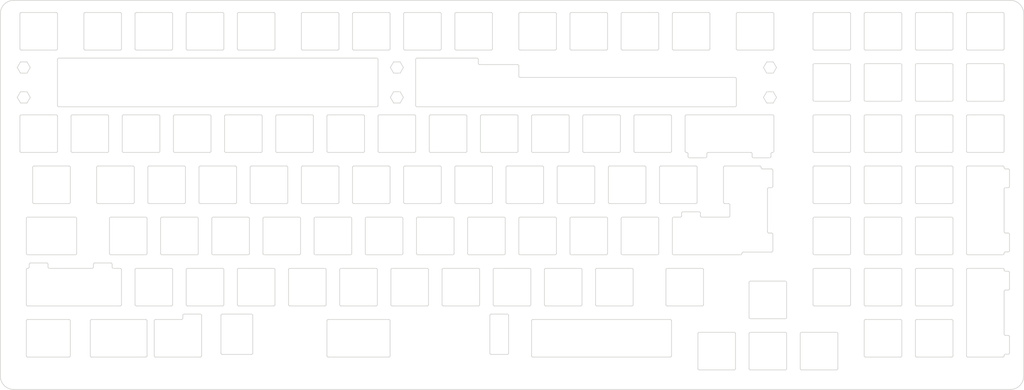
<source format=kicad_pcb>
(kicad_pcb (version 20211014) (generator pcbnew)

  (general
    (thickness 1.6)
  )

  (paper "A2")
  (layers
    (0 "F.Cu" signal)
    (31 "B.Cu" signal)
    (32 "B.Adhes" user "B.Adhesive")
    (33 "F.Adhes" user "F.Adhesive")
    (34 "B.Paste" user)
    (35 "F.Paste" user)
    (36 "B.SilkS" user "B.Silkscreen")
    (37 "F.SilkS" user "F.Silkscreen")
    (38 "B.Mask" user)
    (39 "F.Mask" user)
    (40 "Dwgs.User" user "User.Drawings")
    (41 "Cmts.User" user "User.Comments")
    (42 "Eco1.User" user "User.Eco1")
    (43 "Eco2.User" user "User.Eco2")
    (44 "Edge.Cuts" user)
    (45 "Margin" user)
    (46 "B.CrtYd" user "B.Courtyard")
    (47 "F.CrtYd" user "F.Courtyard")
    (48 "B.Fab" user)
    (49 "F.Fab" user)
    (50 "User.1" user)
    (51 "User.2" user)
    (52 "User.3" user)
    (53 "User.4" user)
    (54 "User.5" user)
    (55 "User.6" user)
    (56 "User.7" user)
    (57 "User.8" user)
    (58 "User.9" user)
  )

  (setup
    (pad_to_mask_clearance 0)
    (pcbplotparams
      (layerselection 0x00010fc_ffffffff)
      (disableapertmacros false)
      (usegerberextensions false)
      (usegerberattributes true)
      (usegerberadvancedattributes true)
      (creategerberjobfile true)
      (svguseinch false)
      (svgprecision 6)
      (excludeedgelayer true)
      (plotframeref false)
      (viasonmask false)
      (mode 1)
      (useauxorigin false)
      (hpglpennumber 1)
      (hpglpenspeed 20)
      (hpglpendiameter 15.000000)
      (dxfpolygonmode true)
      (dxfimperialunits true)
      (dxfusepcbnewfont true)
      (psnegative false)
      (psa4output false)
      (plotreference true)
      (plotvalue true)
      (plotinvisibletext false)
      (sketchpadsonfab false)
      (subtractmaskfromsilk false)
      (outputformat 1)
      (mirror false)
      (drillshape 1)
      (scaleselection 1)
      (outputdirectory "")
    )
  )

  (net 0 "")

  (gr_line (start 458.7875 120.65) (end 458.7875 133.65) (layer "Edge.Cuts") (width 0.25) (tstamp 003c2200-0632-4808-a662-8ddd5d30c768))
  (gr_arc (start 344.775 158.75) (mid 344.921447 158.396447) (end 345.275 158.25) (layer "Edge.Cuts") (width 0.25) (tstamp 008da5b9-6f95-4113-b7d0-d93ac62efd33))
  (gr_line (start 330.4875 120.65) (end 330.4875 133.65) (layer "Edge.Cuts") (width 0.25) (tstamp 009a4fb4-fcc0-4623-ae5d-c1bae3219583))
  (gr_line (start 354.3 63.5) (end 354.3 76.5) (layer "Edge.Cuts") (width 0.25) (tstamp 009b5465-0a65-4237-93e7-eb65321eeb18))
  (gr_line (start 444.7875 82.55) (end 444.7875 95.55) (layer "Edge.Cuts") (width 0.25) (tstamp 00e38d63-5436-49db-81f5-697421f168fc))
  (gr_line (start 354.8 63) (end 367.8 63) (layer "Edge.Cuts") (width 0.25) (tstamp 00f3ea8b-8a54-4e56-84ff-d98f6c00496c))
  (gr_arc (start 180.96875 191.3) (mid 180.615197 191.153553) (end 180.46875 190.8) (layer "Edge.Cuts") (width 0.25) (tstamp 011ee658-718d-416a-85fd-961729cd1ee5))
  (gr_arc (start 178.5875 134.15) (mid 178.233947 134.003553) (end 178.0875 133.65) (layer "Edge.Cuts") (width 0.25) (tstamp 014d13cd-26ad-4d0e-86ad-a43b541cab14))
  (gr_line (start 445.2875 177.3) (end 458.2875 177.3) (layer "Edge.Cuts") (width 0.25) (tstamp 01e9b6e7-adf9-4ee7-9447-a588630ee4a2))
  (gr_arc (start 305.8875 120.15) (mid 306.241053 120.296447) (end 306.3875 120.65) (layer "Edge.Cuts") (width 0.25) (tstamp 01f82238-6335-48fe-8b0a-6853e227345a))
  (gr_line (start 211.1375 120.65) (end 211.1375 133.65) (layer "Edge.Cuts") (width 0.25) (tstamp 0217dfc4-fc13-4699-99ad-d9948522648e))
  (gr_arc (start 373.85 77) (mid 373.496447 76.853553) (end 373.35 76.5) (layer "Edge.Cuts") (width 0.25) (tstamp 02538207-54a8-4266-8d51-23871852b2ff))
  (gr_line (start 225.7125 101.6) (end 225.7125 114.6) (layer "Edge.Cuts") (width 0.25) (tstamp 026ac84e-b8b2-4dd2-b675-8323c24fd778))
  (gr_arc (start 154.275 63.5) (mid 154.421447 63.146447) (end 154.775 63) (layer "Edge.Cuts") (width 0.25) (tstamp 02f8904b-a7b2-49dd-b392-764e7e29fb51))
  (gr_line (start 316.2 139.7) (end 316.2 152.7) (layer "Edge.Cuts") (width 0.25) (tstamp 0325ec43-0390-4ae2-b055-b1ec6ce17b1c))
  (gr_line (start 307.175 158.25) (end 320.175 158.25) (layer "Edge.Cuts") (width 0.25) (tstamp 0351df45-d042-41d4-ba35-88092c7be2fc))
  (gr_line (start 373.0625 177.8) (end 373.0625 190.8) (layer "Edge.Cuts") (width 0.25) (tstamp 03c52831-5dc5-43c5-a442-8d23643b46fb))
  (gr_line (start 378.6125 115.1) (end 378.6995 115.1) (layer "Edge.Cuts") (width 0.25) (tstamp 03c7f780-fc1b-487a-b30d-567d6c09fdc8))
  (gr_line (start 249.2375 63.5) (end 249.2375 76.5) (layer "Edge.Cuts") (width 0.25) (tstamp 03caada9-9e22-4e2d-9035-b15433dfbb17))
  (gr_arc (start 483.3875 153.2) (mid 483.033947 153.053553) (end 482.8875 152.7) (layer "Edge.Cuts") (width 0.25) (tstamp 03f57fb4-32a3-4bc6-85b9-fd8ece4a9592))
  (gr_arc (start 371.46875 172.25) (mid 371.115197 172.103553) (end 370.96875 171.75) (layer "Edge.Cuts") (width 0.25) (tstamp 04cf2f2c-74bf-400d-b4f6-201720df00ed))
  (gr_arc (start 477.8375 76.5) (mid 477.691053 76.853553) (end 477.3375 77) (layer "Edge.Cuts") (width 0.25) (tstamp 051b8cb0-ae77-4e09-98a7-bf2103319e66))
  (gr_line (start 373.85 63) (end 386.85 63) (layer "Edge.Cuts") (width 0.25) (tstamp 0520f61d-4522-4301-a3fa-8ed0bf060f69))
  (gr_line (start 335.75 153.2) (end 348.75 153.2) (layer "Edge.Cuts") (width 0.25) (tstamp 057af6bb-cf6f-4bfb-b0c0-2e92a2c09a47))
  (gr_arc (start 287.3375 76.5) (mid 287.191053 76.853553) (end 286.8375 77) (layer "Edge.Cuts") (width 0.25) (tstamp 05d3e08e-e1f9-46cf-93d0-836d1306d03a))
  (gr_arc (start 405.9 120.15) (mid 406.253553 120.296447) (end 406.4 120.65) (layer "Edge.Cuts") (width 0.25) (tstamp 05f2859d-2820-4e84-b395-696011feb13b))
  (gr_line (start 254.7875 134.15) (end 267.7875 134.15) (layer "Edge.Cuts") (width 0.25) (tstamp 065b9982-55f2-4822-977e-07e8a06e7b35))
  (gr_line (start 445.2875 120.15) (end 458.2875 120.15) (layer "Edge.Cuts") (width 0.25) (tstamp 071522c0-d0ed-49b9-906e-6295f67fb0dc))
  (gr_line (start 498.8875 165.837) (end 498.8875 159.837) (layer "Edge.Cuts") (width 0.25) (tstamp 0755aee5-bc01-4cb5-b830-583289df50a3))
  (gr_arc (start 386.1995 115.6) (mid 386.345947 115.246447) (end 386.6995 115.1) (layer "Edge.Cuts") (width 0.25) (tstamp 076046ab-4b56-4060-b8d9-0d80806d0277))
  (gr_arc (start 445.2875 153.2) (mid 444.933947 153.053553) (end 444.7875 152.7) (layer "Edge.Cuts") (width 0.25) (tstamp 07d160b6-23e1-4aa0-95cb-440482e6fc15))
  (gr_arc (start 425.7375 82.55) (mid 425.883947 82.196447) (end 426.2375 82.05) (layer "Edge.Cuts") (width 0.25) (tstamp 083becc8-e25d-4206-9636-55457650bbe3))
  (gr_line (start 169.0625 115.1) (end 182.0625 115.1) (layer "Edge.Cuts") (width 0.25) (tstamp 088f77ba-fca9-42b3-876e-a6937267f957))
  (gr_line (start 215.9 139.7) (end 215.9 152.7) (layer "Edge.Cuts") (width 0.25) (tstamp 08a7c925-7fae-4530-b0c9-120e185cb318))
  (gr_line (start 250.025 158.25) (end 263.025 158.25) (layer "Edge.Cuts") (width 0.25) (tstamp 097edb1b-8998-4e70-b670-bba125982348))
  (gr_line (start 211.925 158.25) (end 224.925 158.25) (layer "Edge.Cuts") (width 0.25) (tstamp 099096e4-8c2a-4d84-a16f-06b4b6330e7a))
  (gr_arc (start 463.8375 177.8) (mid 463.983947 177.446447) (end 464.3375 177.3) (layer "Edge.Cuts") (width 0.25) (tstamp 0a1a4d88-972a-46ce-b25e-6cb796bd41f7))
  (gr_line (start 403.0755 115.6) (end 403.0755 116.6) (layer "Edge.Cuts") (width 0.25) (tstamp 0ae82096-0994-4fb0-9a2a-d4ac4804abac))
  (gr_line (start 496.8875 190.713) (end 496.8875 190.8) (layer "Edge.Cuts") (width 0.25) (tstamp 0b21a65d-d20b-411e-920a-75c343ac5136))
  (gr_arc (start 306.3875 76.5) (mid 306.241053 76.853553) (end 305.8875 77) (layer "Edge.Cuts") (width 0.25) (tstamp 0b4c0f05-c855-4742-bad2-dbf645d5842b))
  (gr_arc (start 130.4625 101.6) (mid 130.608947 101.246447) (end 130.9625 101.1) (layer "Edge.Cuts") (width 0.25) (tstamp 0b9f21ed-3d41-4f23-ae45-74117a5f3153))
  (gr_line (start 226.2125 101.1) (end 239.2125 101.1) (layer "Edge.Cuts") (width 0.25) (tstamp 0bcafe80-ffba-4f1e-ae51-95a595b006db))
  (gr_line (start 216.6625 190.3) (end 205.8025 190.3) (layer "Edge.Cuts") (width 0.25) (tstamp 0c3dceba-7c95-4b3d-b590-0eb581444beb))
  (gr_arc (start 216.1875 120.65) (mid 216.333947 120.296447) (end 216.6875 120.15) (layer "Edge.Cuts") (width 0.25) (tstamp 0cbeb329-a88d-4a47-a5c2-a1d693de2f8c))
  (gr_line (start 464.3375 101.1) (end 477.3375 101.1) (layer "Edge.Cuts") (width 0.25) (tstamp 0cc45b5b-96b3-4284-9cae-a3a9e324a916))
  (gr_arc (start 315.9125 114.6) (mid 315.766053 114.953553) (end 315.4125 115.1) (layer "Edge.Cuts") (width 0.25) (tstamp 0cc9bf07-55b9-458f-b8aa-41b2f51fa940))
  (gr_line (start 392.9 120.15) (end 405.9 120.15) (layer "Edge.Cuts") (width 0.25) (tstamp 0ce8d3ab-2662-4158-8a2a-18b782908fc5))
  (gr_arc (start 268.575 158.75) (mid 268.721447 158.396447) (end 269.075 158.25) (layer "Edge.Cuts") (width 0.25) (tstamp 0ceb97d6-1b0f-4b71-921e-b0955c30c998))
  (gr_arc (start 426.2375 77) (mid 425.883947 76.853553) (end 425.7375 76.5) (layer "Edge.Cuts") (width 0.25) (tstamp 0d993e48-cea3-4104-9c5a-d8f97b64a3ac))
  (gr_arc (start 163.8 139.7) (mid 163.946447 139.346447) (end 164.3 139.2) (layer "Edge.Cuts") (width 0.25) (tstamp 0dfdfa9f-1e3f-4e14-b64b-12bde76a80c7))
  (gr_line (start 287.625 158.75) (end 287.625 171.75) (layer "Edge.Cuts") (width 0.25) (tstamp 0e1ed1c5-7428-4dc7-b76e-49b2d5f8177d))
  (gr_arc (start 292.3875 120.65) (mid 292.533947 120.296447) (end 292.8875 120.15) (layer "Edge.Cuts") (width 0.25) (tstamp 0e249018-17e7-42b3-ae5d-5ebf3ae299ae))
  (gr_line (start 406.9 121.237) (end 410.28125 121.237) (layer "Edge.Cuts") (width 0.25) (tstamp 0e8f7fc0-2ef2-4b90-9c15-8a3a601ee459))
  (gr_line (start 134.322371 83.49) (end 133.109936 81.39) (layer "Edge.Cuts") (width 0.25) (tstamp 0eaa98f0-9565-4637-ace3-42a5231b07f7))
  (gr_line (start 415.925 182.5625) (end 415.925 195.5625) (layer "Edge.Cuts") (width 0.25) (tstamp 0f22151c-f260-4674-b486-4710a2c42a55))
  (gr_line (start 178.5875 120.15) (end 191.5875 120.15) (layer "Edge.Cuts") (width 0.25) (tstamp 0f31f11f-c374-4640-b9a4-07bbdba8d354))
  (gr_line (start 359.0625 101.6) (end 359.0625 114.6) (layer "Edge.Cuts") (width 0.25) (tstamp 0f324b67-75ef-407f-8dbc-3c1fc5c2abba))
  (gr_line (start 496.8875 152.613) (end 496.8875 152.7) (layer "Edge.Cuts") (width 0.25) (tstamp 0f54db53-a272-4955-88fb-d7ab00657bb0))
  (gr_arc (start 367.8 63) (mid 368.153553 63.146447) (end 368.3 63.5) (layer "Edge.Cuts") (width 0.25) (tstamp 0f560957-a8c5-442f-b20c-c2d88613742c))
  (gr_arc (start 326.225 172.25) (mid 325.871447 172.103553) (end 325.725 171.75) (layer "Edge.Cuts") (width 0.25) (tstamp 0fafc6b9-fd35-4a55-9270-7a8e7ce3cb13))
  (gr_arc (start 458.7875 133.65) (mid 458.641053 134.003553) (end 458.2875 134.15) (layer "Edge.Cuts") (width 0.25) (tstamp 0fc5db66-6188-4c1f-bb14-0868bef113eb))
  (gr_arc (start 278.3125 98.1) (mid 277.958947 97.953553) (end 277.8125 97.6) (layer "Edge.Cuts") (width 0.25) (tstamp 0fd35a3e-b394-4aae-875a-fac843f9cbb7))
  (gr_line (start 386.6995 115.1) (end 402.5755 115.1) (layer "Edge.Cuts") (width 0.25) (tstamp 0fdc6f30-77bc-4e9b-8665-c8aa9acf5bf9))
  (gr_line (start 206.375 63.5) (end 206.375 76.5) (layer "Edge.Cuts") (width 0.25) (tstamp 0ff508fd-18da-4ab7-9844-3c8a28c2587e))
  (gr_line (start 301.116652 81.892565) (end 301.116652 80.5) (layer "Edge.Cuts") (width 0.25) (tstamp 10109f84-4940-47f8-8640-91f185ac9bc1))
  (gr_line (start 133.93075 157.75) (end 133.93075 156.75) (layer "Edge.Cuts") (width 0.25) (tstamp 101ef598-601d-400e-9ef6-d655fbb1dbfa))
  (gr_line (start 135.225 120.65) (end 135.225 133.65) (layer "Edge.Cuts") (width 0.25) (tstamp 109caac1-5036-4f23-9a66-f569d871501b))
  (gr_arc (start 463.8375 82.55) (mid 463.983947 82.196447) (end 464.3375 82.05) (layer "Edge.Cuts") (width 0.25) (tstamp 10d8ad0e-6a08-4053-92aa-23a15910fd21))
  (gr_arc (start 463.8375 120.65) (mid 463.983947 120.296447) (end 464.3375 120.15) (layer "Edge.Cuts") (width 0.25) (tstamp 10e52e95-44f3-4059-a86d-dcda603e0623))
  (gr_arc (start 402.5755 115.1) (mid 402.929053 115.246447) (end 403.0755 115.6) (layer "Edge.Cuts") (width 0.25) (tstamp 1171ce37-6ad7-4662-bb68-5592c945ebf3))
  (gr_line (start 273.8375 77) (end 286.8375 77) (layer "Edge.Cuts") (width 0.25) (tstamp 1199146e-a60b-416a-b503-e77d6d2892f9))
  (gr_arc (start 445.2875 96.05) (mid 444.933947 95.903553) (end 444.7875 95.55) (layer "Edge.Cuts") (width 0.25) (tstamp 123968c6-74e7-4754-8c36-08ea08e42555))
  (gr_arc (start 269.075 172.25) (mid 268.721447 172.103553) (end 268.575 171.75) (layer "Edge.Cuts") (width 0.25) (tstamp 1241b7f2-e266-4f5c-8a97-9f0f9d0eef37))
  (gr_line (start 277.8125 101.6) (end 277.8125 114.6) (layer "Edge.Cuts") (width 0.25) (tstamp 12422a89-3d0c-485c-9386-f77121fd68fd))
  (gr_line (start 272.019936 92.5) (end 269.595064 92.5) (layer "Edge.Cuts") (width 0.25) (tstamp 127679a9-3981-4934-815e-896a4e3ff56e))
  (gr_arc (start 301.125 158.25) (mid 301.478553 158.396447) (end 301.625 158.75) (layer "Edge.Cuts") (width 0.25) (tstamp 12a24e86-2c38-4685-bba9-fff8dddb4cb0))
  (gr_arc (start 329.7 63) (mid 330.053553 63.146447) (end 330.2 63.5) (layer "Edge.Cuts") (width 0.25) (tstamp 12c8f4c9-cb79-4390-b96c-a717c693de17))
  (gr_arc (start 316.2 63.5) (mid 316.346447 63.146447) (end 316.7 63) (layer "Edge.Cuts") (width 0.25) (tstamp 12f8e43c-8f83-48d3-a9b5-5f3ebc0b6c43))
  (gr_arc (start 311.4375 120.65) (mid 311.583947 120.296447) (end 311.9375 120.15) (layer "Edge.Cuts") (width 0.25) (tstamp 13bbfffc-affb-4b43-9eb1-f2ed90a8a919))
  (gr_line (start 144.4625 63.5) (end 144.4625 76.5) (layer "Edge.Cuts") (width 0.25) (tstamp 13c0ff76-ed71-4cd9-abb0-92c376825d5d))
  (gr_arc (start 496.8875 114.6) (mid 496.741053 114.953553) (end 496.3875 115.1) (layer "Edge.Cuts") (width 0.25) (tstamp 14094ad2-b562-4efa-8c6f-51d7a3134345))
  (gr_arc (start 496.3875 101.1) (mid 496.741053 101.246447) (end 496.8875 101.6) (layer "Edge.Cuts") (width 0.25) (tstamp 1427bb3f-0689-4b41-a816-cd79a5202fd0))
  (gr_arc (start 444.7875 120.65) (mid 444.933947 120.296447) (end 445.2875 120.15) (layer "Edge.Cuts") (width 0.25) (tstamp 142dd724-2a9f-4eea-ab21-209b1bc7ec65))
  (gr_line (start 426.2375 77) (end 439.2375 77) (layer "Edge.Cuts") (width 0.25) (tstamp 143ed874-a01f-4ced-ba4e-bbb66ddd1f70))
  (gr_line (start 463.8375 158.75) (end 463.8375 171.75) (layer "Edge.Cuts") (width 0.25) (tstamp 14769dc5-8525-4984-8b15-a734ee247efa))
  (gr_line (start 288.125 172.25) (end 301.125 172.25) (layer "Edge.Cuts") (width 0.25) (tstamp 14c51520-6d91-4098-a59a-5121f2a898f7))
  (gr_line (start 463.8375 82.55) (end 463.8375 95.55) (layer "Edge.Cuts") (width 0.25) (tstamp 155b0b7c-70b4-4a26-a550-bac13cab0aa4))
  (gr_arc (start 445.2875 134.15) (mid 444.933947 134.003553) (end 444.7875 133.65) (layer "Edge.Cuts") (width 0.25) (tstamp 15a82541-58d8-45b5-99c5-fb52e017e3ea))
  (gr_line (start 498.8875 127.737) (end 498.8875 121.737) (layer "Edge.Cuts") (width 0.25) (tstamp 15fe8f3d-6077-4e0e-81d0-8ec3f4538981))
  (gr_line (start 173.825 77) (end 186.825 77) (layer "Edge.Cuts") (width 0.25) (tstamp 16121028-bdf5-49c0-aae7-e28fe5bfa771))
  (gr_line (start 180.46875 177.8) (end 180.46875 190.8) (layer "Edge.Cuts") (width 0.25) (tstamp 16a9ae8c-3ad2-439b-8efe-377c994670c7))
  (gr_line (start 464.3375 177.3) (end 477.3375 177.3) (layer "Edge.Cuts") (width 0.25) (tstamp 16bd6381-8ac0-4bf2-9dce-ecc20c724b8d))
  (gr_line (start 354.8 153.2) (end 367.8 153.2) (layer "Edge.Cuts") (width 0.25) (tstamp 173f6f06-e7d0-42ac-ab03-ce6b79b9eeee))
  (gr_arc (start 387.35 76.5) (mid 387.203553 76.853553) (end 386.85 77) (layer "Edge.Cuts") (width 0.25) (tstamp 17ed3508-fa2e-4593-a799-bfd39a6cc14d))
  (gr_arc (start 497.3875 159.337) (mid 497.033947 159.190553) (end 496.8875 158.837) (layer "Edge.Cuts") (width 0.25) (tstamp 180245d9-4a3f-4d1b-adcc-b4eafac722e0))
  (gr_line (start 133.109936 81.39) (end 130.685064 81.39) (layer "Edge.Cuts") (width 0.25) (tstamp 181abe7a-f941-42b6-bd46-aaa3131f90fb))
  (gr_line (start 156.65625 177.8) (end 156.65625 190.8) (layer "Edge.Cuts") (width 0.25) (tstamp 182b2d54-931d-49d6-9f39-60a752623e36))
  (gr_line (start 434.975 182.5625) (end 434.975 195.5625) (layer "Edge.Cuts") (width 0.25) (tstamp 1831fb37-1c5d-42c4-b898-151be6fca9dc))
  (gr_line (start 197.6375 134.15) (end 210.6375 134.15) (layer "Edge.Cuts") (width 0.25) (tstamp 18b7e157-ae67-48ad-bd7c-9fef6fe45b22))
  (gr_arc (start 177.8 190.8) (mid 177.653553 191.153553) (end 177.3 191.3) (layer "Edge.Cuts") (width 0.25) (tstamp 18c61c95-8af1-4986-b67e-c7af9c15ab6b))
  (gr_arc (start 496.3875 120.15) (mid 496.741053 120.296447) (end 496.8875 120.65) (layer "Edge.Cuts") (width 0.25) (tstamp 18ca5aef-6a2c-41ac-9e7f-bf7acb716e53))
  (gr_arc (start 187.325 171.75) (mid 187.178553 172.103553) (end 186.825 172.25) (layer "Edge.Cuts") (width 0.25) (tstamp 18d11f32-e1a6-4f29-8e3c-0bfeb07299bd))
  (gr_arc (start 130.4625 63.5) (mid 130.608947 63.146447) (end 130.9625 63) (layer "Edge.Cuts") (width 0.25) (tstamp 18f1018d-5857-4c32-a072-f3de80352f74))
  (gr_arc (start 410.0755 115.6) (mid 410.221947 115.246447) (end 410.5755 115.1) (layer "Edge.Cuts") (width 0.25) (tstamp 196a8dd5-5fd6-4c7f-ae4a-0104bd82e61b))
  (gr_line (start 135.725 120.15) (end 148.725 120.15) (layer "Edge.Cuts") (width 0.25) (tstamp 19b0959e-a79b-43b2-a5ad-525ced7e9131))
  (gr_line (start 464.3375 172.25) (end 477.3375 172.25) (layer "Edge.Cuts") (width 0.25) (tstamp 19c56563-5fe3-442a-885b-418dbc2421eb))
  (gr_line (start 301.625 158.75) (end 301.625 171.75) (layer "Edge.Cuts") (width 0.25) (tstamp 1a1ab354-5f85-45f9-938c-9f6c4c8c3ea2))
  (gr_line (start 315.9125 101.6) (end 315.9125 114.6) (layer "Edge.Cuts") (width 0.25) (tstamp 1a6d2848-e78e-49fe-8978-e1890f07836f))
  (gr_arc (start 330.9875 134.15) (mid 330.633947 134.003553) (end 330.4875 133.65) (layer "Edge.Cuts") (width 0.25) (tstamp 1ab71a3c-340b-469a-ada5-4f87f0b7b2fa))
  (gr_arc (start 163.0125 101.1) (mid 163.366053 101.246447) (end 163.5125 101.6) (layer "Edge.Cuts") (width 0.25) (tstamp 1b023dd4-5185-4576-b544-68a05b9c360b))
  (gr_arc (start 384.96875 171.75) (mid 384.822303 172.103553) (end 384.46875 172.25) (layer "Edge.Cuts") (width 0.25) (tstamp 1bdd5841-68b7-42e2-9447-cbdb608d8a08))
  (gr_line (start 244.475 158.75) (end 244.475 171.75) (layer "Edge.Cuts") (width 0.25) (tstamp 1bf544e3-5940-4576-9291-2464e95c0ee2))
  (gr_arc (start 254.7875 77) (mid 254.433947 76.853553) (end 254.2875 76.5) (layer "Edge.Cuts") (width 0.25) (tstamp 1c052668-6749-425a-9a77-35f046c8aa39))
  (gr_line (start 359.5625 115.1) (end 372.5625 115.1) (layer "Edge.Cuts") (width 0.25) (tstamp 1c68b844-c861-46b7-b734-0242168a4220))
  (gr_arc (start 397.6625 77) (mid 397.308947 76.853553) (end 397.1625 76.5) (layer "Edge.Cuts") (width 0.25) (tstamp 1c9f6fea-1796-4a2d-80b3-ae22ce51c8f5))
  (gr_arc (start 439.2375 101.1) (mid 439.591053 101.246447) (end 439.7375 101.6) (layer "Edge.Cuts") (width 0.25) (tstamp 1cb22080-0f59-4c18-a6e6-8685ef44ec53))
  (gr_line (start 149.225 120.65) (end 149.225 133.65) (layer "Edge.Cuts") (width 0.25) (tstamp 1d9cdadc-9036-4a95-b6db-fa7b3b74c869))
  (gr_arc (start 253.5 139.2) (mid 253.853553 139.346447) (end 254 139.7) (layer "Edge.Cuts") (width 0.25) (tstamp 1dfbf353-5b24-4c0f-8322-8fcd514ae75e))
  (gr_line (start 133.109936 92.5) (end 130.685064 92.5) (layer "Edge.Cuts") (width 0.25) (tstamp 1e1b062d-fad0-427c-a622-c5b8a80b5268))
  (gr_arc (start 444.7875 139.7) (mid 444.933947 139.346447) (end 445.2875 139.2) (layer "Edge.Cuts") (width 0.25) (tstamp 1e48966e-d29d-4521-8939-ec8ac570431d))
  (gr_line (start 192.875 172.25) (end 205.875 172.25) (layer "Edge.Cuts") (width 0.25) (tstamp 1e518c2a-4cb7-4599-a1fa-5b9f847da7d3))
  (gr_line (start 477.8375 63.5) (end 477.8375 76.5) (layer "Edge.Cuts") (width 0.25) (tstamp 1e8701fc-ad24-40ea-846a-e3db538d6077))
  (gr_line (start 225.425 63.5) (end 225.425 76.5) (layer "Edge.Cuts") (width 0.25) (tstamp 1f3003e6-dce5-420f-906b-3f1e92b67249))
  (gr_line (start 444.7875 101.6) (end 444.7875 114.6) (layer "Edge.Cuts") (width 0.25) (tstamp 1f8b2c0c-b042-4e2e-80f6-4959a27b238f))
  (gr_arc (start 383.375 196.0625) (mid 383.021447 195.916053) (end 382.875 195.5625) (layer "Edge.Cuts") (width 0.25) (tstamp 1f9ae101-c652-4998-a503-17aedf3d5746))
  (gr_line (start 464.3375 82.05) (end 477.3375 82.05) (layer "Edge.Cuts") (width 0.25) (tstamp 1fa508ef-df83-4c99-846b-9acf535b3ad9))
  (gr_arc (start 141.43075 158.25) (mid 141.077197 158.103553) (end 140.93075 157.75) (layer "Edge.Cuts") (width 0.25) (tstamp 1fbb0219-551e-409b-a61b-76e8cebdfb9d))
  (gr_arc (start 415.425 163.0125) (mid 415.778553 163.158947) (end 415.925 163.5125) (layer "Edge.Cuts") (width 0.25) (tstamp 2035ea48-3ef5-4d7f-8c3c-50981b30c89a))
  (gr_arc (start 439.2375 63) (mid 439.591053 63.146447) (end 439.7375 63.5) (layer "Edge.Cuts") (width 0.25) (tstamp 20901d7e-a300-4069-8967-a6a7e97a68bc))
  (gr_line (start 445.2875 139.2) (end 458.2875 139.2) (layer "Edge.Cuts") (width 0.25) (tstamp 20c315f4-1e4f-49aa-8d61-778a7389df7e))
  (gr_arc (start 368.5875 120.65) (mid 368.733947 120.296447) (end 369.0875 120.15) (layer "Edge.Cuts") (width 0.25) (tstamp 20caf6d2-76a7-497e-ac56-f6d31eb9027b))
  (gr_line (start 183.35 153.2) (end 196.35 153.2) (layer "Edge.Cuts") (width 0.25) (tstamp 20cca02e-4c4d-4961-b6b4-b40a1731b220))
  (gr_arc (start 245.2625 115.1) (mid 244.908947 114.953553) (end 244.7625 114.6) (layer "Edge.Cuts") (width 0.25) (tstamp 212bf70c-2324-47d9-8700-59771063baeb))
  (gr_arc (start 372.5625 101.1) (mid 372.916053 101.246447) (end 373.0625 101.6) (layer "Edge.Cuts") (width 0.25) (tstamp 2165c9a4-eb84-4cb6-a870-2fdc39d2511b))
  (gr_line (start 445.2875 158.25) (end 458.2875 158.25) (layer "Edge.Cuts") (width 0.25) (tstamp 21ae9c3a-7138-444e-be38-56a4842ab594))
  (gr_line (start 354.8 77) (end 367.8 77) (layer "Edge.Cuts") (width 0.25) (tstamp 221bef83-3ea7-4d3f-adeb-53a8a07c6273))
  (gr_line (start 321.4625 115.1) (end 334.4625 115.1) (layer "Edge.Cuts") (width 0.25) (tstamp 224768bc-6009-43ba-aa4a-70cbaa15b5a3))
  (gr_line (start 240 139.7) (end 240 152.7) (layer "Edge.Cuts") (width 0.25) (tstamp 22999e73-da32-43a5-9163-4b3a41614f25))
  (gr_arc (start 244.7625 177.8) (mid 244.908947 177.446447) (end 245.2625 177.3) (layer "Edge.Cuts") (width 0.25) (tstamp 22bb6c80-05a9-4d89-98b0-f4c23fe6c1ce))
  (gr_arc (start 426.2375 115.1) (mid 425.883947 114.953553) (end 425.7375 114.6) (layer "Edge.Cuts") (width 0.25) (tstamp 235067e2-1686-40fe-a9a0-61704311b2b1))
  (gr_line (start 201.9 139.7) (end 201.9 152.7) (layer "Edge.Cuts") (width 0.25) (tstamp 240c10af-51b5-420e-a6f4-a2c8f5db1db5))
  (gr_line (start 477.8375 120.65) (end 477.8375 133.65) (layer "Edge.Cuts") (width 0.25) (tstamp 240e07e1-770b-4b27-894f-29fd601c924d))
  (gr_line (start 306.675 158.75) (end 306.675 171.75) (layer "Edge.Cuts") (width 0.25) (tstamp 240e5dac-6242-47a5-bbef-f76d11c715c0))
  (gr_arc (start 296.3625 101.1) (mid 296.716053 101.246447) (end 296.8625 101.6) (layer "Edge.Cuts") (width 0.25) (tstamp 241e0c85-4796-48eb-a5a0-1c0f2d6e5910))
  (gr_arc (start 128.1775 203.3475) (mid 124.641966 201.883034) (end 123.1775 198.3475) (layer "Edge.Cuts") (width 0.25) (tstamp 2454fd1b-3484-4838-8b7e-d26357238fe1))
  (gr_arc (start 464.3375 153.2) (mid 463.983947 153.053553) (end 463.8375 152.7) (layer "Edge.Cuts") (width 0.25) (tstamp 24b72b0d-63b8-4e06-89d0-e94dcf39a600))
  (gr_line (start 477.8375 101.6) (end 477.8375 114.6) (layer "Edge.Cuts") (width 0.25) (tstamp 24f7628d-681d-4f0e-8409-40a129e929d9))
  (gr_arc (start 206.375 76.5) (mid 206.228553 76.853553) (end 205.875 77) (layer "Edge.Cuts") (width 0.25) (tstamp 2518d4ea-25cc-4e57-a0d6-8482034e7318))
  (gr_arc (start 132.84375 139.7) (mid 132.990197 139.346447) (end 133.34375 139.2) (layer "Edge.Cuts") (width 0.25) (tstamp 252f1275-081d-4d77-8bd5-3b9e6916ef42))
  (gr_arc (start 329.7 139.2) (mid 330.053553 139.346447) (end 330.2 139.7) (layer "Edge.Cuts") (width 0.25) (tstamp 25bc3602-3fb4-4a04-94e3-21ba22562c24))
  (gr_line (start 496.8875 63.5) (end 496.8875 76.5) (layer "Edge.Cuts") (width 0.25) (tstamp 25d545dc-8f50-4573-922c-35ef5a2a3a19))
  (gr_line (start 273.8375 134.15) (end 286.8375 134.15) (layer "Edge.Cuts") (width 0.25) (tstamp 25e5aa8e-2696-44a3-8d3c-c2c53f2923cf))
  (gr_line (start 278.6 139.2) (end 291.6 139.2) (layer "Edge.Cuts") (width 0.25) (tstamp 262f1ea9-0133-4b43-be36-456207ea857c))
  (gr_line (start 187.6125 101.6) (end 187.6125 114.6) (layer "Edge.Cuts") (width 0.25) (tstamp 26801cfb-b53b-4a6a-a2f4-5f4986565765))
  (gr_arc (start 278.1 139.7) (mid 278.246447 139.346447) (end 278.6 139.2) (layer "Edge.Cuts") (width 0.25) (tstamp 269f19c3-6824-45a8-be29-fa58d70cbb42))
  (gr_line (start 370.96875 158.75) (end 370.96875 171.75) (layer "Edge.Cuts") (width 0.25) (tstamp 275aa44a-b61f-489f-9e2a-819a0fe0d1eb))
  (gr_arc (start 325.725 158.75) (mid 325.871447 158.396447) (end 326.225 158.25) (layer "Edge.Cuts") (width 0.25) (tstamp 27b2eb82-662b-42d8-90e6-830fec4bb8d2))
  (gr_line (start 425.7375 139.7) (end 425.7375 152.7) (layer "Edge.Cuts") (width 0.25) (tstamp 27d56953-c620-4d5b-9c1c-e48bc3d9684a))
  (gr_arc (start 292.3875 63.5) (mid 292.533947 63.146447) (end 292.8875 63) (layer "Edge.Cuts") (width 0.25) (tstamp 282c8e53-3acc-42f0-a92a-6aa976b97a93))
  (gr_arc (start 330.2 152.7) (mid 330.053553 153.053553) (end 329.7 153.2) (layer "Edge.Cuts") (width 0.25) (tstamp 283c990c-ae5a-4e41-a3ad-b40ca29fe90e))
  (gr_line (start 444.7875 120.65) (end 444.7875 133.65) (layer "Edge.Cuts") (width 0.25) (tstamp 2846428d-39de-4eae-8ce2-64955d56c493))
  (gr_arc (start 384.46875 158.25) (mid 384.822303 158.396447) (end 384.96875 158.75) (layer "Edge.Cuts") (width 0.25) (tstamp 2878a73c-5447-4cd9-8194-14f52ab9459c))
  (gr_line (start 445.2875 77) (end 458.2875 77) (layer "Edge.Cuts") (width 0.25) (tstamp 2891767f-251c-48c4-91c0-deb1b368f45c))
  (gr_arc (start 408.78125 128.737) (mid 408.927697 128.383447) (end 409.28125 128.237) (layer "Edge.Cuts") (width 0.25) (tstamp 28e37b45-f843-47c2-85c9-ca19f5430ece))
  (gr_line (start 392.4 120.65) (end 392.4 133.65) (layer "Edge.Cuts") (width 0.25) (tstamp 29195ea4-8218-44a1-b4bf-466bee0082e4))
  (gr_arc (start 483.3875 191.3) (mid 483.033947 191.153553) (end 482.8875 190.8) (layer "Edge.Cuts") (width 0.25) (tstamp 29bb7297-26fb-4776-9266-2355d022bab0))
  (gr_line (start 409.28125 145.113) (end 410.28125 145.113) (layer "Edge.Cuts") (width 0.25) (tstamp 29e058a7-50a3-43e5-81c3-bfee53da08be))
  (gr_line (start 191.1125 176.8) (end 191.1125 175.8) (layer "Edge.Cuts") (width 0.25) (tstamp 29e78086-2175-405e-9ba3-c48766d2f50c))
  (gr_arc (start 410.78125 127.737) (mid 410.634803 128.090553) (end 410.28125 128.237) (layer "Edge.Cuts") (width 0.25) (tstamp 2a1de22d-6451-488d-af77-0bf8841bd695))
  (gr_arc (start 348.75 63) (mid 349.103553 63.146447) (end 349.25 63.5) (layer "Edge.Cuts") (width 0.25) (tstamp 2a6075ae-c7fa-41db-86b8-3f996740bdc2))
  (gr_arc (start 250.025 172.25) (mid 249.671447 172.103553) (end 249.525 171.75) (layer "Edge.Cuts") (width 0.25) (tstamp 2b5a9ad3-7ec4-447d-916c-47adf5f9674f))
  (gr_arc (start 464.3375 96.05) (mid 463.983947 95.903553) (end 463.8375 95.55) (layer "Edge.Cuts") (width 0.25) (tstamp 2b64d2cb-d62a-4762-97ea-f1b0d4293c4f))
  (gr_arc (start 354.3 139.7) (mid 354.446447 139.346447) (end 354.8 139.2) (layer "Edge.Cuts") (width 0.25) (tstamp 2c60448a-e30f-46b2-89e1-a44f51688efc))
  (gr_arc (start 144.4625 114.6) (mid 144.316053 114.953553) (end 143.9625 115.1) (layer "Edge.Cuts") (width 0.25) (tstamp 2c95b9a6-9c71-4108-9cde-57ddfdd2dd19))
  (gr_line (start 477.8375 158.75) (end 477.8375 171.75) (layer "Edge.Cuts") (width 0.25) (tstamp 2d210a96-f81f-42a9-8bf4-1b43c11086f3))
  (gr_line (start 269.075 158.25) (end 282.075 158.25) (layer "Edge.Cuts") (width 0.25) (tstamp 2d67a417-188f-4014-9282-000265d80009))
  (gr_line (start 202.4 139.2) (end 215.4 139.2) (layer "Edge.Cuts") (width 0.25) (tstamp 2d697cf0-e02e-4ed1-a048-a704dab0ee43))
  (gr_line (start 292.1 139.7) (end 292.1 152.7) (layer "Edge.Cuts") (width 0.25) (tstamp 2d6db888-4e40-41c8-b701-07170fc894bc))
  (gr_arc (start 216.6625 175.3) (mid 217.016053 175.446447) (end 217.1625 175.8) (layer "Edge.Cuts") (width 0.25) (tstamp 2db910a0-b943-40b4-b81f-068ba5265f56))
  (gr_line (start 133.34375 177.3) (end 148.725 177.3) (layer "Edge.Cuts") (width 0.25) (tstamp 2dc272bd-3aa2-45b5-889d-1d3c8aac80f8))
  (gr_line (start 311.9375 120.15) (end 324.9375 120.15) (layer "Edge.Cuts") (width 0.25) (tstamp 2dc54bac-8640-4dd7-b8ed-3c7acb01a8ea))
  (gr_arc (start 373.0625 114.6) (mid 372.916053 114.953553) (end 372.5625 115.1) (layer "Edge.Cuts") (width 0.25) (tstamp 2de1ffee-2174-41d2-8969-68b8d21e5a7d))
  (gr_arc (start 259.55 153.2) (mid 259.196447 153.053553) (end 259.05 152.7) (layer "Edge.Cuts") (width 0.25) (tstamp 2e0a9f64-1b78-4597-8d50-d12d2268a95a))
  (gr_line (start 272.019936 85.59) (end 273.232371 83.49) (layer "Edge.Cuts") (width 0.25) (tstamp 2e642b3e-a476-4c54-9a52-dcea955640cd))
  (gr_line (start 354.3 139.7) (end 354.3 152.7) (layer "Edge.Cuts") (width 0.25) (tstamp 2e842263-c0ba-46fd-a760-6624d4c78278))
  (gr_arc (start 133.34375 191.3) (mid 132.990197 191.153553) (end 132.84375 190.8) (layer "Edge.Cuts") (width 0.25) (tstamp 2e90e294-82e1-45da-9bf1-b91dfe0dc8f6))
  (gr_line (start 268.2875 120.65) (end 268.2875 133.65) (layer "Edge.Cuts") (width 0.25) (tstamp 2f215f15-3d52-4c91-93e6-3ea03a95622f))
  (gr_arc (start 369.0875 134.15) (mid 368.733947 134.003553) (end 368.5875 133.65) (layer "Edge.Cuts") (width 0.25) (tstamp 2f291a4b-4ecb-4692-9ad2-324f9784c0d4))
  (gr_arc (start 434.975 195.5625) (mid 434.828553 195.916053) (end 434.475 196.0625) (layer "Edge.Cuts") (width 0.25) (tstamp 30317bf0-88bb-49e7-bf8b-9f3883982225))
  (gr_line (start 373.35 139.7) (end 373.35 152.7) (layer "Edge.Cuts") (width 0.25) (tstamp 309b3bff-19c8-41ec-a84d-63399c649f46))
  (gr_arc (start 458.7875 190.8) (mid 458.641053 191.153553) (end 458.2875 191.3) (layer "Edge.Cuts") (width 0.25) (tstamp 30c33e3e-fb78-498d-bffe-76273d527004))
  (gr_line (start 129.472629 94.6) (end 130.685064 96.7) (layer "Edge.Cuts") (width 0.25) (tstamp 30f15357-ce1d-48b9-93dc-7d9b1b2aa048))
  (gr_line (start 135.725 134.15) (end 148.725 134.15) (layer "Edge.Cuts") (width 0.25) (tstamp 31540a7e-dc9e-4e4d-96b1-dab15efa5f4b))
  (gr_arc (start 350.0375 134.15) (mid 349.683947 134.003553) (end 349.5375 133.65) (layer "Edge.Cuts") (width 0.25) (tstamp 319639ae-c2c5-486d-93b1-d03bb1b64252))
  (gr_line (start 368.3 139.7) (end 368.3 152.7) (layer "Edge.Cuts") (width 0.25) (tstamp 31e08896-1992-4725-96d9-9d2728bca7a3))
  (gr_arc (start 439.7375 114.6) (mid 439.591053 114.953553) (end 439.2375 115.1) (layer "Edge.Cuts") (width 0.25) (tstamp 31f91ec8-56e4-4e08-9ccd-012652772211))
  (gr_arc (start 182.0625 101.1) (mid 182.416053 101.246447) (end 182.5625 101.6) (layer "Edge.Cuts") (width 0.25) (tstamp 3249bd81-9fd4-4194-9b4f-2e333b2195b8))
  (gr_arc (start 191.1125 176.8) (mid 190.966053 177.153553) (end 190.6125 177.3) (layer "Edge.Cuts") (width 0.25) (tstamp 3326423d-8df7-4a7e-a354-349430b8fbd7))
  (gr_arc (start 240.5 153.2) (mid 240.146447 153.053553) (end 240 152.7) (layer "Edge.Cuts") (width 0.25) (tstamp 337e8520-cbd2-42c0-8d17-743bab17cbbd))
  (gr_arc (start 187.6125 101.6) (mid 187.758947 101.246447) (end 188.1125 101.1) (layer "Edge.Cuts") (width 0.25) (tstamp 347562f5-b152-4e7b-8a69-40ca6daaaad4))
  (gr_line (start 211.925 172.25) (end 224.925 172.25) (layer "Edge.Cuts") (width 0.25) (tstamp 34a74736-156e-4bf3-9200-cd137cfa59da))
  (gr_arc (start 334.4625 101.1) (mid 334.816053 101.246447) (end 334.9625 101.6) (layer "Edge.Cuts") (width 0.25) (tstamp 34c0bee6-7425-4435-8857-d1fe8dfb6d89))
  (gr_line (start 207.1625 101.1) (end 220.1625 101.1) (layer "Edge.Cuts") (width 0.25) (tstamp 34cdc1c9-c9e2-44c4-9677-c1c7d7efd83d))
  (gr_line (start 263.8125 101.6) (end 263.8125 114.6) (layer "Edge.Cuts") (width 0.25) (tstamp 34d03349-6d78-4165-a683-2d8b76f2bae8))
  (gr_line (start 498.8875 151.613) (end 498.8875 145.613) (layer "Edge.Cuts") (width 0.25) (tstamp 35a9f71f-ba35-47f6-814e-4106ac36c51e))
  (gr_arc (start 458.2875 63) (mid 458.641053 63.146447) (end 458.7875 63.5) (layer "Edge.Cuts") (width 0.25) (tstamp 35c09d1f-2914-4d1e-a002-df30af772f3b))
  (gr_arc (start 288.125 172.25) (mid 287.771447 172.103553) (end 287.625 171.75) (layer "Edge.Cuts") (width 0.25) (tstamp 35ef9c4a-35f6-467b-a704-b1d9354880cf))
  (gr_arc (start 302.4125 115.1) (mid 302.058947 114.953553) (end 301.9125 114.6) (layer "Edge.Cuts") (width 0.25) (tstamp 363945f6-fbef-42be-99cf-4a8a48434d92))
  (gr_arc (start 477.3375 177.3) (mid 477.691053 177.446447) (end 477.8375 177.8) (layer "Edge.Cuts") (width 0.25) (tstamp 36d783e7-096f-4c97-9672-7e08c083b87b))
  (gr_line (start 187.325 63.5) (end 187.325 76.5) (layer "Edge.Cuts") (width 0.25) (tstamp 378af8b4-af3d-46e7-89ae-deff12ca9067))
  (gr_line (start 245.2625 101.1) (end 258.2625 101.1) (layer "Edge.Cuts") (width 0.25) (tstamp 37b6c6d6-3e12-4736-912a-ea6e2bf06721))
  (gr_line (start 345.275 172.25) (end 358.275 172.25) (layer "Edge.Cuts") (width 0.25) (tstamp 37e8181c-a81e-498b-b2e2-0aef0c391059))
  (gr_line (start 350.0375 134.15) (end 363.0375 134.15) (layer "Edge.Cuts") (width 0.25) (tstamp 37f31dec-63fc-4634-a141-5dc5d2b60fe4))
  (gr_line (start 410.78125 127.737) (end 410.78125 121.737) (layer "Edge.Cuts") (width 0.25) (tstamp 382ca670-6ae8-4de6-90f9-f241d1337171))
  (gr_arc (start 282.8625 101.6) (mid 283.008947 101.246447) (end 283.3625 101.1) (layer "Edge.Cuts") (width 0.25) (tstamp 386ad9e3-71fa-420f-8722-88548b024fc5))
  (gr_line (start 426.2375 82.05) (end 439.2375 82.05) (layer "Edge.Cuts") (width 0.25) (tstamp 38a501e2-0ee8-439d-bd02-e9e90e7503e9))
  (gr_arc (start 291.6 139.2) (mid 291.953553 139.346447) (end 292.1 139.7) (layer "Edge.Cuts") (width 0.25) (tstamp 38cfe839-c630-43d3-a9ec-6a89ba9e318a))
  (gr_line (start 464.3375 96.05) (end 477.3375 96.05) (layer "Edge.Cuts") (width 0.25) (tstamp 399fc36a-ed5d-44b5-82f7-c6f83d9acc14))
  (gr_arc (start 177.3 139.2) (mid 177.653553 139.346447) (end 177.8 139.7) (layer "Edge.Cuts") (width 0.25) (tstamp 3a41dd27-ec14-44d5-b505-aad1d829f79a))
  (gr_line (start 173.825 172.25) (end 186.825 172.25) (layer "Edge.Cuts") (width 0.25) (tstamp 3a52f112-cb97-43db-aaeb-20afe27664d7))
  (gr_arc (start 349.5375 120.65) (mid 349.683947 120.296447) (end 350.0375 120.15) (layer "Edge.Cuts") (width 0.25) (tstamp 3a70978e-dcc2-4620-a99c-514362812927))
  (gr_line (start 496.8875 101.6) (end 496.8875 114.6) (layer "Edge.Cuts") (width 0.25) (tstamp 3a7648d8-121a-4921-9b92-9b35b76ce39b))
  (gr_line (start 225.425 158.75) (end 225.425 171.75) (layer "Edge.Cuts") (width 0.25) (tstamp 3aaee4c4-dbf7-49a5-a620-9465d8cc3ae7))
  (gr_arc (start 477.8375 171.75) (mid 477.691053 172.103553) (end 477.3375 172.25) (layer "Edge.Cuts") (width 0.25) (tstamp 3b686d17-1000-4762-ba31-589d599a3edf))
  (gr_line (start 133.109936 96.7) (end 134.322371 94.6) (layer "Edge.Cuts") (width 0.25) (tstamp 3b838d52-596d-4e4d-a6ac-e4c8e7621137))
  (gr_arc (start 394.78125 138.7) (mid 394.634803 139.053553) (end 394.28125 139.2) (layer "Edge.Cuts") (width 0.25) (tstamp 3c5e5ea9-793d-46e3-86bc-5884c4490dc7))
  (gr_arc (start 458.2875 120.15) (mid 458.641053 120.296447) (end 458.7875 120.65) (layer "Edge.Cuts") (width 0.25) (tstamp 3c8d03bf-f31d-4aa0-b8db-a227ffd7d8d6))
  (gr_arc (start 386.1995 116.6) (mid 386.053053 116.953553) (end 385.6995 117.1) (layer "Edge.Cuts") (width 0.25) (tstamp 3c9169cc-3a77-4ae0-8afc-cbfc472a28c5))
  (gr_line (start 477.8375 177.8) (end 477.8375 190.8) (layer "Edge.Cuts") (width 0.25) (tstamp 3cd1bda0-18db-417d-b581-a0c50623df68))
  (gr_arc (start 439.2375 120.15) (mid 439.591053 120.296447) (end 439.7375 120.65) (layer "Edge.Cuts") (width 0.25) (tstamp 3d6cdd62-5634-4e30-acf8-1b9c1dbf6653))
  (gr_arc (start 307.175 172.25) (mid 306.821447 172.103553) (end 306.675 171.75) (layer "Edge.Cuts") (width 0.25) (tstamp 3e0392c0-affc-4114-9de5-1f1cfe79418a))
  (gr_arc (start 458.7875 95.55) (mid 458.641053 95.903553) (end 458.2875 96.05) (layer "Edge.Cuts") (width 0.25) (tstamp 3e3d55c8-e0ea-48fb-8421-a84b7cb7055b))
  (gr_arc (start 403.5755 117.1) (mid 403.221947 116.953553) (end 403.0755 116.6) (layer "Edge.Cuts") (width 0.25) (tstamp 3e57b728-64e6-4470-8f27-a43c0dd85050))
  (gr_line (start 458.7875 101.6) (end 458.7875 114.6) (layer "Edge.Cuts") (width 0.25) (tstamp 3e903008-0276-4a73-8edb-5d9dfde6297c))
  (gr_arc (start 421.475 196.0625) (mid 421.121447 195.916053) (end 420.975 195.5625) (layer "Edge.Cuts") (width 0.25) (tstamp 3e915099-a18e-49f4-89bb-abe64c2dade5))
  (gr_arc (start 207.1625 115.1) (mid 206.808947 114.953553) (end 206.6625 114.6) (layer "Edge.Cuts") (width 0.25) (tstamp 3efa2ece-8f3f-4a8c-96e9-6ab3ec6f1f70))
  (gr_line (start 235.7375 77) (end 248.7375 77) (layer "Edge.Cuts") (width 0.25) (tstamp 3f43d730-2a73-49fe-9672-32428e7f5b49))
  (gr_line (start 128.1775 58.475) (end 499.1725 58.475) (layer "Edge.Cuts") (width 0.25) (tstamp 3f5fe6b7-98fc-4d3e-9567-f9f7202d1455))
  (gr_arc (start 321.4625 191.3) (mid 321.108947 191.153553) (end 320.9625 190.8) (layer "Edge.Cuts") (width 0.25) (tstamp 3f8a5430-68a9-4732-9b89-4e00dd8ae219))
  (gr_line (start 410.78125 151.7) (end 410.78125 145.613) (layer "Edge.Cuts") (width 0.25) (tstamp 3fd54105-4b7e-4004-9801-76ec66108a22))
  (gr_line (start 239.7125 101.6) (end 239.7125 114.6) (layer "Edge.Cuts") (width 0.25) (tstamp 40165eda-4ba6-4565-9bb4-b9df6dbb08da))
  (gr_line (start 387.35 63.5) (end 387.35 76.5) (layer "Edge.Cuts") (width 0.25) (tstamp 40976bf0-19de-460f-ad64-224d4f51e16b))
  (gr_line (start 220.95 139.7) (end 220.95 152.7) (layer "Edge.Cuts") (width 0.25) (tstamp 40b14a16-fb82-4b9d-89dd-55cd98abb5cc))
  (gr_line (start 386.1995 115.6) (end 386.1995 116.6) (layer "Edge.Cuts") (width 0.25) (tstamp 4107d40a-e5df-4255-aacc-13f9928e090c))
  (gr_line (start 397.6625 77) (end 410.6625 77) (layer "Edge.Cuts") (width 0.25) (tstamp 411d4270-c66c-4318-b7fb-1470d34862b8))
  (gr_arc (start 300.616652 80) (mid 300.970205 80.146447) (end 301.116652 80.5) (layer "Edge.Cuts") (width 0.25) (tstamp 4185c36c-c66e-4dbd-be5d-841e551f4885))
  (gr_line (start 173.325 158.75) (end 173.325 171.75) (layer "Edge.Cuts") (width 0.25) (tstamp 41acfe41-fac7-432a-a7a3-946566e2d504))
  (gr_arc (start 458.7875 76.5) (mid 458.641053 76.853553) (end 458.2875 77) (layer "Edge.Cuts") (width 0.25) (tstamp 422b10b9-e829-44a2-8808-05edd8cb3050))
  (gr_line (start 282.575 158.75) (end 282.575 171.75) (layer "Edge.Cuts") (width 0.25) (tstamp 42713045-fffd-4b2d-ae1e-7232d705fb12))
  (gr_arc (start 320.9625 177.8) (mid 321.108947 177.446447) (end 321.4625 177.3) (layer "Edge.Cuts") (width 0.25) (tstamp 42ff012d-5eb7-42b9-bb45-415cf26799c6))
  (gr_arc (start 206.6625 101.6) (mid 206.808947 101.246447) (end 207.1625 101.1) (layer "Edge.Cuts") (width 0.25) (tstamp 430d6d73-9de6-41ca-b788-178d709f4aae))
  (gr_arc (start 349.25 76.5) (mid 349.103553 76.853553) (end 348.75 77) (layer "Edge.Cuts") (width 0.25) (tstamp 4344bc11-e822-474b-8d61-d12211e719b1))
  (gr_arc (start 496.8875 128.737) (mid 497.033947 128.383447) (end 497.3875 128.237) (layer "Edge.Cuts") (width 0.25) (tstamp 43707e99-bdd7-4b02-9974-540ed6c2b0aa))
  (gr_arc (start 258.7625 114.6) (mid 258.616053 114.953553) (end 258.2625 115.1) (layer "Edge.Cuts") (width 0.25) (tstamp 44035e53-ff94-45ad-801f-55a1ce042a0d))
  (gr_arc (start 463.8375 139.7) (mid 463.983947 139.346447) (end 464.3375 139.2) (layer "Edge.Cuts") (width 0.25) (tstamp 4431c0f6-83ea-4eee-95a8-991da2f03ccd))
  (gr_arc (start 197.6375 134.15) (mid 197.283947 134.003553) (end 197.1375 133.65) (layer "Edge.Cuts") (width 0.25) (tstamp 443bc73a-8dc0-4e2f-a292-a5eff00efa5b))
  (gr_arc (start 439.7375 171.75) (mid 439.591053 172.103553) (end 439.2375 172.25) (layer "Edge.Cuts") (width 0.25) (tstamp 44646447-0a8e-4aec-a74e-22bf765d0f33))
  (gr_line (start 410.929936 85.59) (end 412.142371 83.49) (layer "Edge.Cuts") (width 0.25) (tstamp 44d8279a-9cd1-4db6-856f-0363131605fc))
  (gr_line (start 354.0125 101.6) (end 354.0125 114.6) (layer "Edge.Cuts") (width 0.25) (tstamp 45008225-f50f-4d6b-b508-6730a9408caf))
  (gr_arc (start 123.1775 63.475) (mid 124.641966 59.939466) (end 128.1775 58.475) (layer "Edge.Cuts") (width 0.25) (tstamp 45884597-7014-4461-83ee-9975c42b9a53))
  (gr_line (start 335.75 139.2) (end 348.75 139.2) (layer "Edge.Cuts") (width 0.25) (tstamp 4632212f-13ce-4392-bc68-ccb9ba333770))
  (gr_arc (start 496.8875 95.55) (mid 496.741053 95.903553) (end 496.3875 96.05) (layer "Edge.Cuts") (width 0.25) (tstamp 475ed8b3-90bf-48cd-bce5-d8f48b689541))
  (gr_line (start 269.075 172.25) (end 282.075 172.25) (layer "Edge.Cuts") (width 0.25) (tstamp 477311b9-8f81-40c8-9c55-fd87e287247a))
  (gr_line (start 292.3875 63.5) (end 292.3875 76.5) (layer "Edge.Cuts") (width 0.25) (tstamp 477892a1-722e-4cda-bb6c-fcdb8ba5f93e))
  (gr_line (start 201.6125 101.6) (end 201.6125 114.6) (layer "Edge.Cuts") (width 0.25) (tstamp 4780a290-d25c-4459-9579-eba3f7678762))
  (gr_line (start 273.8375 63) (end 286.8375 63) (layer "Edge.Cuts") (width 0.25) (tstamp 479331ff-c540-41f4-84e6-b48d65171e59))
  (gr_line (start 397.1775 97.6) (end 397.1775 87.664221) (layer "Edge.Cuts") (width 0.25) (tstamp 47baf4b1-0938-497d-88f9-671136aa8be7))
  (gr_line (start 269.595064 92.5) (end 268.382629 94.6) (layer "Edge.Cuts") (width 0.25) (tstamp 48ab88d7-7084-4d02-b109-3ad55a30bb11))
  (gr_arc (start 310.65 139.2) (mid 311.003553 139.346447) (end 311.15 139.7) (layer "Edge.Cuts") (width 0.25) (tstamp 49575217-40b0-4890-8acf-12982cca52b5))
  (gr_line (start 497.3875 159.337) (end 498.3875 159.337) (layer "Edge.Cuts") (width 0.25) (tstamp 4a21e717-d46d-4d9e-8b98-af4ecb02d3ec))
  (gr_line (start 196.85 139.7) (end 196.85 152.7) (layer "Edge.Cuts") (width 0.25) (tstamp 4a4ec8d9-3d72-4952-83d4-808f65849a2b))
  (gr_arc (start 335.75 153.2) (mid 335.396447 153.053553) (end 335.25 152.7) (layer "Edge.Cuts") (width 0.25) (tstamp 4a54c707-7b6f-4a3d-a74d-5e3526114aba))
  (gr_arc (start 482.8875 63.5) (mid 483.033947 63.146447) (end 483.3875 63) (layer "Edge.Cuts") (width 0.25) (tstamp 4a7e3849-3bc9-4bb3-b16a-fab2f5cee0e5))
  (gr_line (start 464.3375 115.1) (end 477.3375 115.1) (layer "Edge.Cuts") (width 0.25) (tstamp 4a850cb6-bb24-4274-a902-e49f34f0a0e3))
  (gr_arc (start 349.25 152.7) (mid 349.103553 153.053553) (end 348.75 153.2) (layer "Edge.Cuts") (width 0.25) (tstamp 4aa97874-2fd2-414c-b381-9420384c2fd8))
  (gr_line (start 340.5125 101.1) (end 353.5125 101.1) (layer "Edge.Cuts") (width 0.25) (tstamp 4b03e854-02fe-44cc-bece-f8268b7cae54))
  (gr_arc (start 368.3 152.7) (mid 368.153553 153.053553) (end 367.8 153.2) (layer "Edge.Cuts") (width 0.25) (tstamp 4b1fce17-dec7-457e-ba3b-a77604e77dc9))
  (gr_line (start 335.25 63.5) (end 335.25 76.5) (layer "Edge.Cuts") (width 0.25) (tstamp 4ba06b66-7669-4c70-b585-f5d4c9c33527))
  (gr_arc (start 498.3875 159.337) (mid 498.741053 159.483447) (end 498.8875 159.837) (layer "Edge.Cuts") (width 0.25) (tstamp 4c843bdb-6c9e-40dd-85e2-0567846e18ba))
  (gr_line (start 177.8 177.8) (end 177.8 190.8) (layer "Edge.Cuts") (width 0.25) (tstamp 4c8eb964-bdf4-44de-90e9-e2ab82dd5313))
  (gr_arc (start 297.15 139.7) (mid 297.296447 139.346447) (end 297.65 139.2) (layer "Edge.Cuts") (width 0.25) (tstamp 4cafb73d-1ad8-4d24-acf7-63d78095ae46))
  (gr_arc (start 205.3025 175.8) (mid 205.448947 175.446447) (end 205.8025 175.3) (layer "Edge.Cuts") (width 0.25) (tstamp 4d4fecdd-be4a-47e9-9085-2268d5852d8f))
  (gr_line (start 292.8875 63) (end 305.8875 63) (layer "Edge.Cuts") (width 0.25) (tstamp 4d586a18-26c5-441e-a9ff-8125ee516126))
  (gr_line (start 173.825 63) (end 186.825 63) (layer "Edge.Cuts") (width 0.25) (tstamp 4db55cb8-197b-4402-871f-ce582b65664b))
  (gr_arc (start 157.15625 191.3) (mid 156.802697 191.153553) (end 156.65625 190.8) (layer "Edge.Cuts") (width 0.25) (tstamp 4e27930e-1827-4788-aa6b-487321d46602))
  (gr_line (start 464.3375 134.15) (end 477.3375 134.15) (layer "Edge.Cuts") (width 0.25) (tstamp 4e315e69-0417-463a-8b7f-469a08d1496e))
  (gr_arc (start 198.1125 190.8) (mid 197.966053 191.153553) (end 197.6125 191.3) (layer "Edge.Cuts") (width 0.25) (tstamp 4ec618ae-096f-4256-9328-005ee04f13d6))
  (gr_line (start 483.3875 96.05) (end 496.3875 96.05) (layer "Edge.Cuts") (width 0.25) (tstamp 4f411f68-04bd-4175-a406-bcaa4cf6601e))
  (gr_line (start 464.3375 191.3) (end 477.3375 191.3) (layer "Edge.Cuts") (width 0.25) (tstamp 4f66b314-0f62-4fb6-8c3c-f9c6a75cd3ec))
  (gr_line (start 445.2875 134.15) (end 458.2875 134.15) (layer "Edge.Cuts") (width 0.25) (tstamp 4fa10683-33cd-4dcd-8acc-2415cd63c62a))
  (gr_line (start 407.292629 83.49) (end 408.505064 85.59) (layer "Edge.Cuts") (width 0.25) (tstamp 4fb02e58-160a-4a39-9f22-d0c75e82ee72))
  (gr_line (start 497.3875 166.337) (end 498.3875 166.337) (layer "Edge.Cuts") (width 0.25) (tstamp 4fb21471-41be-4be8-9687-66030f97befc))
  (gr_arc (start 187.325 76.5) (mid 187.178553 76.853553) (end 186.825 77) (layer "Edge.Cuts") (width 0.25) (tstamp 4fd9bc4f-0ae3-42d4-a1b4-9fb1b2a0a7fd))
  (gr_arc (start 168.275 171.75) (mid 168.128553 172.103553) (end 167.775 172.25) (layer "Edge.Cuts") (width 0.25) (tstamp 501880c3-8633-456f-9add-0e8fa1932ba6))
  (gr_line (start 273.232371 83.49) (end 272.019936 81.39) (layer "Edge.Cuts") (width 0.25) (tstamp 5038e144-5119-49db-b6cf-f7c345f1cf03))
  (gr_line (start 202.4 153.2) (end 215.4 153.2) (layer "Edge.Cuts") (width 0.25) (tstamp 503dbd88-3e6b-48cc-a2ea-a6e28b52a1f7))
  (gr_line (start 157.15625 191.3) (end 177.3 191.3) (layer "Edge.Cuts") (width 0.25) (tstamp 5114c7bf-b955-49f3-a0a8-4b954c81bde0))
  (gr_arc (start 498.8875 127.737) (mid 498.741053 128.090553) (end 498.3875 128.237) (layer "Edge.Cuts") (width 0.25) (tstamp 528fd7da-c9a6-40ae-9f1a-60f6a7f4d534))
  (gr_arc (start 267.7875 120.15) (mid 268.141053 120.296447) (end 268.2875 120.65) (layer "Edge.Cuts") (width 0.25) (tstamp 52a8f1be-73ca-41a8-bc24-2320706b0ec1))
  (gr_arc (start 206.375 171.75) (mid 206.228553 172.103553) (end 205.875 172.25) (layer "Edge.Cuts") (width 0.25) (tstamp 53e34696-241f-47e5-a477-f469335c8a61))
  (gr_arc (start 496.8875 166.837) (mid 497.033947 166.483447) (end 497.3875 166.337) (layer "Edge.Cuts") (width 0.25) (tstamp 54212c01-b363-47b8-a145-45c40df316f4))
  (gr_line (start 269.595064 81.39) (end 268.382629 83.49) (layer "Edge.Cuts") (width 0.25) (tstamp 54365317-1355-4216-bb75-829375abc4ec))
  (gr_line (start 164.3 139.2) (end 177.3 139.2) (layer "Edge.Cuts") (width 0.25) (tstamp 5487601b-81d3-4c70-8f3d-cf9df9c63302))
  (gr_line (start 254 139.7) (end 254 152.7) (layer "Edge.Cuts") (width 0.25) (tstamp 5528bcad-2950-4673-90eb-c37e6952c475))
  (gr_line (start 300.616652 80) (end 278.3125 80) (layer "Edge.Cuts") (width 0.25) (tstamp 55e740a3-0735-4744-896e-2bf5437093b9))
  (gr_arc (start 458.7875 171.75) (mid 458.641053 172.103553) (end 458.2875 172.25) (layer "Edge.Cuts") (width 0.25) (tstamp 5701b80f-f006-4814-81c9-0c7f006088a9))
  (gr_arc (start 458.2875 177.3) (mid 458.641053 177.446447) (end 458.7875 177.8) (layer "Edge.Cuts") (width 0.25) (tstamp 57276367-9ce4-4738-88d7-6e8cb94c966c))
  (gr_line (start 297.65 139.2) (end 310.65 139.2) (layer "Edge.Cuts") (width 0.25) (tstamp 576c6616-e95d-4f1e-8ead-dea30fcdc8c2))
  (gr_arc (start 383.31825 137.2) (mid 383.671803 137.346447) (end 383.81825 137.7) (layer "Edge.Cuts") (width 0.25) (tstamp 576f00e6-a1be-45d3-9b93-e26d9e0fe306))
  (gr_line (start 426.2375 172.25) (end 439.2375 172.25) (layer "Edge.Cuts") (width 0.25) (tstamp 57c0c267-8bf9-4cc7-b734-d71a239ac313))
  (gr_arc (start 273.05 152.7) (mid 272.903553 153.053553) (end 272.55 153.2) (layer "Edge.Cuts") (width 0.25) (tstamp 582622a2-fad4-4737-9a80-be9fffbba8ab))
  (gr_arc (start 311.15 152.7) (mid 311.003553 153.053553) (end 310.65 153.2) (layer "Edge.Cuts") (width 0.25) (tstamp 5889287d-b845-4684-b23e-663811b25d27))
  (gr_arc (start 483.3875 115.1) (mid 483.033947 114.953553) (end 482.8875 114.6) (layer "Edge.Cuts") (width 0.25) (tstamp 590fefcc-03e7-45d6-b6c9-e51a7c3c36c4))
  (gr_line (start 183.35 139.2) (end 196.35 139.2) (layer "Edge.Cuts") (width 0.25) (tstamp 592f25e6-a01b-47fd-8172-3da01117d00a))
  (gr_arc (start 311.9125 175.3) (mid 312.266053 175.446447) (end 312.4125 175.8) (layer "Edge.Cuts") (width 0.25) (tstamp 593b8647-0095-46cc-ba23-3cf2a86edb5e))
  (gr_line (start 151.60625 139.7) (end 151.60625 152.7) (layer "Edge.Cuts") (width 0.25) (tstamp 597a11f2-5d2c-4a65-ac95-38ad106e1367))
  (gr_arc (start 482.8875 101.6) (mid 483.033947 101.246447) (end 483.3875 101.1) (layer "Edge.Cuts") (width 0.25) (tstamp 59cb2966-1e9c-4b3b-b3c8-7499378d8dde))
  (gr_line (start 132.84375 139.7) (end 132.84375 152.7) (layer "Edge.Cuts") (width 0.25) (tstamp 59ec3156-036e-4049-89db-91a9dd07095f))
  (gr_arc (start 221.45 153.2) (mid 221.096447 153.053553) (end 220.95 152.7) (layer "Edge.Cuts") (width 0.25) (tstamp 59fc765e-1357-4c94-9529-5635418c7d73))
  (gr_arc (start 205.875 158.25) (mid 206.228553 158.396447) (end 206.375 158.75) (layer "Edge.Cuts") (width 0.25) (tstamp 5a222fb6-5159-4931-9015-19df65643140))
  (gr_arc (start 445.2875 191.3) (mid 444.933947 191.153553) (end 444.7875 190.8) (layer "Edge.Cuts") (width 0.25) (tstamp 5b0a5a46-7b51-4262-a80e-d33dd1806615))
  (gr_line (start 497.3875 152.113) (end 498.3875 152.113) (layer "Edge.Cuts") (width 0.25) (tstamp 5b34a16c-5a14-4291-8242-ea6d6ac54372))
  (gr_line (start 402.425 163.0125) (end 415.425 163.0125) (layer "Edge.Cuts") (width 0.25) (tstamp 5bcace5d-edd0-4e19-92d0-835e43cf8eb2))
  (gr_arc (start 396.875 195.5625) (mid 396.728553 195.916053) (end 396.375 196.0625) (layer "Edge.Cuts") (width 0.25) (tstamp 5c30b9b4-3014-4f50-9329-27a539b67e01))
  (gr_arc (start 196.35 139.2) (mid 196.703553 139.346447) (end 196.85 139.7) (layer "Edge.Cuts") (width 0.25) (tstamp 5c7d6eaf-f256-4349-8203-d2e836872231))
  (gr_line (start 371.46875 158.25) (end 384.46875 158.25) (layer "Edge.Cuts") (width 0.25) (tstamp 5ca4be1c-537e-4a4a-b344-d0c8ffde8546))
  (gr_line (start 123.1775 198.3475) (end 123.1775 63.475) (layer "Edge.Cuts") (width 0.25) (tstamp 5cbb5968-dbb5-4b84-864a-ead1cacf75b9))
  (gr_line (start 408.78125 128.737) (end 408.78125 144.613) (layer "Edge.Cuts") (width 0.25) (tstamp 5cf2db29-f7ab-499a-9907-cdeba64bf0f3))
  (gr_arc (start 345.275 172.25) (mid 344.921447 172.103553) (end 344.775 171.75) (layer "Edge.Cuts") (width 0.25) (tstamp 5d3d7893-1d11-4f1d-9052-85cf0e07d281))
  (gr_arc (start 277.3125 101.1) (mid 277.666053 101.246447) (end 277.8125 101.6) (layer "Edge.Cuts") (width 0.25) (tstamp 5d49e9a6-41dd-4072-adde-ef1036c1979b))
  (gr_arc (start 399.25625 152.7) (mid 399.402697 152.346447) (end 399.75625 152.2) (layer "Edge.Cuts") (width 0.25) (tstamp 5d9921f1-08b3-4cc9-8cf7-e9a72ca2fdb7))
  (gr_arc (start 378.6125 115.1) (mid 378.258947 114.953553) (end 378.1125 114.6) (layer "Edge.Cuts") (width 0.25) (tstamp 5e7c3a32-8dda-4e6a-9838-c94d1f165575))
  (gr_line (start 259.55 139.2) (end 272.55 139.2) (layer "Edge.Cuts") (width 0.25) (tstamp 5edcefbe-9766-42c8-9529-28d0ec865573))
  (gr_arc (start 458.2875 82.05) (mid 458.641053 82.196447) (end 458.7875 82.55) (layer "Edge.Cuts") (width 0.25) (tstamp 5f312b85-6822-40a3-b417-2df49696ca2d))
  (gr_arc (start 379.6995 117.1) (mid 379.345947 116.953553) (end 379.1995 116.6) (layer "Edge.Cuts") (width 0.25) (tstamp 5f31b97b-d794-46d6-bbd9-7a5638bcf704))
  (gr_arc (start 330.2 76.5) (mid 330.053553 76.853553) (end 329.7 77) (layer "Edge.Cuts") (width 0.25) (tstamp 5f38bdb2-3657-474e-8e86-d6bb0b298110))
  (gr_arc (start 354.3 63.5) (mid 354.446447 63.146447) (end 354.8 63) (layer "Edge.Cuts") (width 0.25) (tstamp 5f6afe3e-3cb2-473a-819c-dc94ae52a6be))
  (gr_line (start 408.505064 92.5) (end 407.292629 94.6) (layer "Edge.Cuts") (width 0.25) (tstamp 5fc27c35-3e1c-4f96-817c-93b5570858a6))
  (gr_line (start 197.1375 120.65) (end 197.1375 133.65) (layer "Edge.Cuts") (width 0.25) (tstamp 5fc9acb6-6dbb-4598-825b-4b9e7c4c67c4))
  (gr_arc (start 477.8375 114.6) (mid 477.691053 114.953553) (end 477.3375 115.1) (layer "Edge.Cuts") (width 0.25) (tstamp 5ff19d63-2cb4-438b-93c4-e66d37a05329))
  (gr_line (start 292.3875 120.65) (end 292.3875 133.65) (layer "Edge.Cuts") (width 0.25) (tstamp 609b9e1b-4e3b-42b7-ac76-a62ec4d0e7c7))
  (gr_arc (start 305.4125 175.8) (mid 305.558947 175.446447) (end 305.9125 175.3) (layer "Edge.Cuts") (width 0.25) (tstamp 60aa0ce8-9d0e-48ca-bbf9-866403979e9b))
  (gr_line (start 483.3875 158.25) (end 496.3875 158.25) (layer "Edge.Cuts") (width 0.25) (tstamp 60dcd1fe-7079-4cb8-b509-04558ccf5097))
  (gr_line (start 335.75 77) (end 348.75 77) (layer "Edge.Cuts") (width 0.25) (tstamp 60ff6322-62e2-4602-9bc0-7a0f0a5ecfbf))
  (gr_arc (start 444.7875 101.6) (mid 444.933947 101.246447) (end 445.2875 101.1) (layer "Edge.Cuts") (width 0.25) (tstamp 616287d9-a51f-498c-8b91-be46a0aa3a7f))
  (gr_line (start 287.3375 120.65) (end 287.3375 133.65) (layer "Edge.Cuts") (width 0.25) (tstamp 61fe293f-6808-4b7f-9340-9aaac7054a97))
  (gr_line (start 483.3875 63) (end 496.3875 63) (layer "Edge.Cuts") (width 0.25) (tstamp 61fe4c73-be59-4519-98f1-a634322a841d))
  (gr_arc (start 263.025 158.25) (mid 263.378553 158.396447) (end 263.525 158.75) (layer "Edge.Cuts") (width 0.25) (tstamp 6241e6d3-a754-45b6-9f7c-e43019b93226))
  (gr_arc (start 244.475 171.75) (mid 244.328553 172.103553) (end 243.975 172.25) (layer "Edge.Cuts") (width 0.25) (tstamp 626679e8-6101-4722-ac57-5b8d9dab4c8b))
  (gr_line (start 230.975 158.25) (end 243.975 158.25) (layer "Edge.Cuts") (width 0.25) (tstamp 6284122b-79c3-4e04-925e-3d32cc3ec077))
  (gr_arc (start 363.0375 120.15) (mid 363.391053 120.296447) (end 363.5375 120.65) (layer "Edge.Cuts") (width 0.25) (tstamp 62a1f3d4-027d-4ecf-a37a-6fcf4263e9d2))
  (gr_arc (start 151.10625 139.2) (mid 151.459803 139.346447) (end 151.60625 139.7) (layer "Edge.Cuts") (width 0.25) (tstamp 62e8c4d4-266c-4e53-8981-1028251d724c))
  (gr_arc (start 173.825 172.25) (mid 173.471447 172.103553) (end 173.325 171.75) (layer "Edge.Cuts") (width 0.25) (tstamp 6325c32f-c82a-4357-b022-f9c7e76f412e))
  (gr_arc (start 172.5375 120.15) (mid 172.891053 120.296447) (end 173.0375 120.65) (layer "Edge.Cuts") (width 0.25) (tstamp 633292d3-80c5-4986-be82-ce926e9f09f4))
  (gr_arc (start 292.8875 134.15) (mid 292.533947 134.003553) (end 292.3875 133.65) (layer "Edge.Cuts") (width 0.25) (tstamp 63489ebf-0f52-43a6-a0ab-158b1a7d4988))
  (gr_arc (start 464.3375 115.1) (mid 463.983947 114.953553) (end 463.8375 114.6) (layer "Edge.Cuts") (width 0.25) (tstamp 637f12be-fa48-4ce4-96b2-04c21a8795c8))
  (gr_line (start 287.3375 63.5) (end 287.3375 76.5) (layer "Edge.Cuts") (width 0.25) (tstamp 639c0e59-e95c-4114-bccd-2e7277505454))
  (gr_arc (start 439.2375 158.25) (mid 439.591053 158.396447) (end 439.7375 158.75) (layer "Edge.Cuts") (width 0.25) (tstamp 63c56ea4-91a3-4172-b9de-a4388cc8f894))
  (gr_line (start 325.4375 120.65) (end 325.4375 133.65) (layer "Edge.Cuts") (width 0.25) (tstamp 63ff1c93-3f96-4c33-b498-5dd8c33bccc0))
  (gr_line (start 373.85 153.2) (end 398.75625 153.2) (layer "Edge.Cuts") (width 0.25) (tstamp 6441b183-b8f2-458f-a23d-60e2b1f66dd6))
  (gr_line (start 173.825 158.25) (end 186.825 158.25) (layer "Edge.Cuts") (width 0.25) (tstamp 644ae9fc-3c8e-4089-866e-a12bf371c3e9))
  (gr_line (start 411.1625 101.6) (end 411.1625 114.6) (layer "Edge.Cuts") (width 0.25) (tstamp 6475547d-3216-45a4-a15c-48314f1dd0f9))
  (gr_arc (start 320.675 171.75) (mid 320.528553 172.103553) (end 320.175 172.25) (layer "Edge.Cuts") (width 0.25) (tstamp 6513181c-0a6a-4560-9a18-17450c36ae2a))
  (gr_line (start 157.80675 157.75) (end 157.80675 156.75) (layer "Edge.Cuts") (width 0.25) (tstamp 65134029-dbd2-409a-85a8-13c2a33ff019))
  (gr_line (start 221.45 139.2) (end 234.45 139.2) (layer "Edge.Cuts") (width 0.25) (tstamp 658dad07-97fd-466c-8b49-21892ac96ea4))
  (gr_line (start 244.7625 177.8) (end 244.7625 190.8) (layer "Edge.Cuts") (width 0.25) (tstamp 6595b9c7-02ee-4647-bde5-6b566e35163e))
  (gr_line (start 311.15 139.7) (end 311.15 152.7) (layer "Edge.Cuts") (width 0.25) (tstamp 66043bca-a260-4915-9fce-8a51d324c687))
  (gr_line (start 410.929936 81.39) (end 408.505064 81.39) (layer "Edge.Cuts") (width 0.25) (tstamp 66116376-6967-4178-9f23-a26cdeafc400))
  (gr_arc (start 339.725 171.75) (mid 339.578553 172.103553) (end 339.225 172.25) (layer "Edge.Cuts") (width 0.25) (tstamp 66218487-e316-4467-9eba-79d4626ab24e))
  (gr_line (start 384.96875 158.75) (end 384.96875 171.75) (layer "Edge.Cuts") (width 0.25) (tstamp 666713b0-70f4-42df-8761-f65bc212d03b))
  (gr_arc (start 444.7875 158.75) (mid 444.933947 158.396447) (end 445.2875 158.25) (layer "Edge.Cuts") (width 0.25) (tstamp 66bc2bca-dab7-4947-a0ff-403cdaf9fb89))
  (gr_line (start 326.225 158.25) (end 339.225 158.25) (layer "Edge.Cuts") (width 0.25) (tstamp 676efd2f-1c48-4786-9e4b-2444f1e8f6ff))
  (gr_line (start 250.025 172.25) (end 263.025 172.25) (layer "Edge.Cuts") (width 0.25) (tstamp 67763d19-f622-4e1e-81e5-5b24da7c3f99))
  (gr_line (start 132.84375 158.75) (end 132.84375 171.75) (layer "Edge.Cuts") (width 0.25) (tstamp 6781326c-6e0d-4753-8f28-0f5c687e01f9))
  (gr_line (start 401.925 182.5625) (end 401.925 195.5625) (layer "Edge.Cuts") (width 0.25) (tstamp 68877d35-b796-44db-9124-b8e744e7412e))
  (gr_arc (start 211.925 172.25) (mid 211.571447 172.103553) (end 211.425 171.75) (layer "Edge.Cuts") (width 0.25) (tstamp 691af561-538d-4e8f-a916-26cad45eb7d6))
  (gr_line (start 483.3875 77) (end 496.3875 77) (layer "Edge.Cuts") (width 0.25) (tstamp 699feae1-8cdd-4d2b-947f-f24849c73cdb))
  (gr_line (start 463.8375 120.65) (end 463.8375 133.65) (layer "Edge.Cuts") (width 0.25) (tstamp 6a2b20ae-096c-4d9f-92f8-2087c865914f))
  (gr_arc (start 226.2125 115.1) (mid 225.858947 114.953553) (end 225.7125 114.6) (layer "Edge.Cuts") (width 0.25) (tstamp 6a2bcc72-047b-4846-8583-1109e3552669))
  (gr_line (start 408.505064 96.7) (end 410.929936 96.7) (layer "Edge.Cuts") (width 0.25) (tstamp 6a45789b-3855-401f-8139-3c734f7f52f9))
  (gr_line (start 263.2925 80) (end 144.9475 80) (layer "Edge.Cuts") (width 0.25) (tstamp 6a955fc7-39d9-4c75-9a69-676ca8c0b9b2))
  (gr_arc (start 399.25625 152.7) (mid 399.109803 153.053553) (end 398.75625 153.2) (layer "Edge.Cuts") (width 0.25) (tstamp 6ac3ab53-7523-4805-bfd2-5de19dff127e))
  (gr_arc (start 157.80675 156.75) (mid 157.953197 156.396447) (end 158.30675 156.25) (layer "Edge.Cuts") (width 0.25) (tstamp 6afc19cf-38b4-47a3-bc2b-445b18724310))
  (gr_line (start 463.8375 101.6) (end 463.8375 114.6) (layer "Edge.Cuts") (width 0.25) (tstamp 6b7c1048-12b6-46b2-b762-fa3ad30472dd))
  (gr_arc (start 133.34375 153.2) (mid 132.990197 153.053553) (end 132.84375 152.7) (layer "Edge.Cuts") (width 0.25) (tstamp 6b91a3ee-fdcd-4bfe-ad57-c8d5ea9903a8))
  (gr_line (start 154.275 63.5) (end 154.275 76.5) (layer "Edge.Cuts") (width 0.25) (tstamp 6bd115d6-07e0-45db-8f2e-3cbb0429104f))
  (gr_arc (start 267.7875 63) (mid 268.141053 63.146447) (end 268.2875 63.5) (layer "Edge.Cuts") (width 0.25) (tstamp 6bd46644-7209-4d4d-acd8-f4c0d045bc61))
  (gr_line (start 273.3375 120.65) (end 273.3375 133.65) (layer "Edge.Cuts") (width 0.25) (tstamp 6bf05d19-ba3e-4ba6-8a6f-4e0bc45ea3b2))
  (gr_line (start 173.0375 120.65) (end 173.0375 133.65) (layer "Edge.Cuts") (width 0.25) (tstamp 6bfe5804-2ef9-4c65-b2a7-f01e4014370a))
  (gr_line (start 132.84375 177.8) (end 132.84375 190.8) (layer "Edge.Cuts") (width 0.25) (tstamp 6c2d26bc-6eca-436c-8025-79f817bf57d6))
  (gr_line (start 439.7375 158.75) (end 439.7375 171.75) (layer "Edge.Cuts") (width 0.25) (tstamp 6c2e273e-743c-4f1e-a647-4171f8122550))
  (gr_line (start 371.46875 172.25) (end 384.46875 172.25) (layer "Edge.Cuts") (width 0.25) (tstamp 6c67e4f6-9d04-4539-b356-b76e915ce848))
  (gr_line (start 407.292629 94.6) (end 408.505064 96.7) (layer "Edge.Cuts") (width 0.25) (tstamp 6c9b793c-e74d-4754-a2c0-901e73b26f1c))
  (gr_arc (start 320.9625 101.6) (mid 321.108947 101.246447) (end 321.4625 101.1) (layer "Edge.Cuts") (width 0.25) (tstamp 6cb535a7-247d-4f99-997d-c21b160eadfa))
  (gr_arc (start 340.5125 115.1) (mid 340.158947 114.953553) (end 340.0125 114.6) (layer "Edge.Cuts") (width 0.25) (tstamp 6cb93665-0bcd-4104-8633-fffd1811eee0))
  (gr_arc (start 235.7375 134.15) (mid 235.383947 134.003553) (end 235.2375 133.65) (layer "Edge.Cuts") (width 0.25) (tstamp 6d0c9e39-9878-44c8-8283-9a59e45006fa))
  (gr_line (start 216.6875 120.15) (end 229.6875 120.15) (layer "Edge.Cuts") (width 0.25) (tstamp 6d1d60ff-408a-47a7-892f-c5cf9ef6ca75))
  (gr_line (start 383.375 196.0625) (end 396.375 196.0625) (layer "Edge.Cuts") (width 0.25) (tstamp 6d26d68f-1ca7-4ff3-b058-272f1c399047))
  (gr_line (start 130.9625 101.1) (end 143.9625 101.1) (layer "Edge.Cuts") (width 0.25) (tstamp 6e435cd4-da2b-4602-a0aa-5dd988834dff))
  (gr_line (start 240.5 153.2) (end 253.5 153.2) (layer "Edge.Cuts") (width 0.25) (tstamp 6e68f0cd-800e-4167-9553-71fc59da1eeb))
  (gr_line (start 402.425 177.0125) (end 415.425 177.0125) (layer "Edge.Cuts") (width 0.25) (tstamp 6ec113ca-7d27-4b14-a180-1e5e2fd1c167))
  (gr_arc (start 202.4 153.2) (mid 202.046447 153.053553) (end 201.9 152.7) (layer "Edge.Cuts") (width 0.25) (tstamp 6f580eb1-88cc-489d-a7ca-9efa5e590715))
  (gr_line (start 130.4625 101.6) (end 130.4625 114.6) (layer "Edge.Cuts") (width 0.25) (tstamp 6f675e5f-8fe6-4148-baf1-da97afc770f8))
  (gr_line (start 169.0625 101.1) (end 182.0625 101.1) (layer "Edge.Cuts") (width 0.25) (tstamp 6f80f798-dc24-438f-a1eb-4ee2936267c8))
  (gr_line (start 410.28125 152.2) (end 399.75625 152.2) (layer "Edge.Cuts") (width 0.25) (tstamp 6fd4442e-30b3-428b-9306-61418a63d311))
  (gr_arc (start 498.8875 165.837) (mid 498.741053 166.190553) (end 498.3875 166.337) (layer "Edge.Cuts") (width 0.25) (tstamp 6ffdf05e-e119-49f9-85e9-13e4901df42a))
  (gr_line (start 445.2875 115.1) (end 458.2875 115.1) (layer "Edge.Cuts") (width 0.25) (tstamp 700e8b73-5976-423f-a3f3-ab3d9f3e9760))
  (gr_arc (start 425.7375 101.6) (mid 425.883947 101.246447) (end 426.2375 101.1) (layer "Edge.Cuts") (width 0.25) (tstamp 701e1517-e8cf-46f4-b538-98e721c97380))
  (gr_line (start 133.109936 85.59) (end 134.322371 83.49) (layer "Edge.Cuts") (width 0.25) (tstamp 704d6d51-bb34-4cbf-83d8-841e208048d8))
  (gr_arc (start 220.6625 114.6) (mid 220.516053 114.953553) (end 220.1625 115.1) (layer "Edge.Cuts") (width 0.25) (tstamp 70d34adf-9bd8-469e-8c77-5c0d7adf511e))
  (gr_line (start 498.8875 189.713) (end 498.8875 183.713) (layer "Edge.Cuts") (width 0.25) (tstamp 70e15522-1572-4451-9c0d-6d36ac70d8c6))
  (gr_line (start 445.2875 96.05) (end 458.2875 96.05) (layer "Edge.Cuts") (width 0.25) (tstamp 70e4263f-d95a-4431-b3f3-cfc800c82056))
  (gr_line (start 311.9375 134.15) (end 324.9375 134.15) (layer "Edge.Cuts") (width 0.25) (tstamp 70fb572d-d5ec-41e7-9482-63d4578b4f47))
  (gr_arc (start 392.9 134.15) (mid 392.546447 134.003553) (end 392.4 133.65) (layer "Edge.Cuts") (width 0.25) (tstamp 713e0777-58b2-4487-baca-60d0ebed27c3))
  (gr_line (start 273.232371 94.6) (end 272.019936 92.5) (layer "Edge.Cuts") (width 0.25) (tstamp 716e31c5-485f-40b5-88e3-a75900da9811))
  (gr_arc (start 168.5625 101.6) (mid 168.708947 101.246447) (end 169.0625 101.1) (layer "Edge.Cuts") (width 0.25) (tstamp 718e5c6d-0e4c-46d8-a149-2f2bfc54c7f1))
  (gr_line (start 150.0125 101.1) (end 163.0125 101.1) (layer "Edge.Cuts") (width 0.25) (tstamp 71989e06-8659-4605-b2da-4f729cc41263))
  (gr_arc (start 173.825 77) (mid 173.471447 76.853553) (end 173.325 76.5) (layer "Edge.Cuts") (width 0.25) (tstamp 71af7b65-0e6b-402e-b1a4-b66be507b4dc))
  (gr_line (start 315.697642 82.392565) (end 301.616652 82.392565) (layer "Edge.Cuts") (width 0.25) (tstamp 71c31975-2c45-4d18-a25a-18e07a55d11e))
  (gr_arc (start 263.7925 97.6) (mid 263.646053 97.953553) (end 263.2925 98.1) (layer "Edge.Cuts") (width 0.25) (tstamp 71c6e723-673c-45a9-a0e4-9742220c52a3))
  (gr_arc (start 311.9375 134.15) (mid 311.583947 134.003553) (end 311.4375 133.65) (layer "Edge.Cuts") (width 0.25) (tstamp 71f8d568-0f23-4ff2-8e60-1600ce517a48))
  (gr_line (start 425.7375 63.5) (end 425.7375 76.5) (layer "Edge.Cuts") (width 0.25) (tstamp 71f92193-19b0-44ed-bc7f-77535083d769))
  (gr_line (start 278.6 153.2) (end 291.6 153.2) (layer "Edge.Cuts") (width 0.25) (tstamp 721d1be9-236e-470b-ba69-f1cc6c43faf9))
  (gr_arc (start 180.46875 177.8) (mid 180.615197 177.446447) (end 180.96875 177.3) (layer "Edge.Cuts") (width 0.25) (tstamp 72508b1f-1505-46cb-9d37-2081c5a12aca))
  (gr_arc (start 439.2375 82.05) (mid 439.591053 82.196447) (end 439.7375 82.55) (layer "Edge.Cuts") (width 0.25) (tstamp 725cdf26-4b92-46db-bca9-10d930002dda))
  (gr_arc (start 496.3875 158.25) (mid 496.741053 158.396447) (end 496.8875 158.75) (layer "Edge.Cuts") (width 0.25) (tstamp 72b36951-3ec7-4569-9c88-cf9b4afe1cae))
  (gr_line (start 320.9625 177.8) (end 320.9625 190.8) (layer "Edge.Cuts") (width 0.25) (tstamp 730b670c-9bcf-4dcd-9a8d-fcaa61fb0955))
  (gr_arc (start 386.85 63) (mid 387.203553 63.146447) (end 387.35 63.5) (layer "Edge.Cuts") (width 0.25) (tstamp 73fbe87f-3928-49c2-bf87-839d907c6aef))
  (gr_line (start 263.7925 97.6) (end 263.7925 80.5) (layer "Edge.Cuts") (width 0.25) (tstamp 746ba970-8279-4e7b-aed3-f28687777c21))
  (gr_line (start 408.505064 81.39) (end 407.292629 83.49) (layer "Edge.Cuts") (width 0.25) (tstamp 749dfe75-c0d6-4872-9330-29c5bbcb8ff8))
  (gr_arc (start 464.3375 134.15) (mid 463.983947 134.003553) (end 463.8375 133.65) (layer "Edge.Cuts") (width 0.25) (tstamp 74f5ec08-7600-4a0b-a9e4-aae29f9ea08a))
  (gr_line (start 321.4625 101.1) (end 334.4625 101.1) (layer "Edge.Cuts") (width 0.25) (tstamp 752417ee-7d0b-4ac8-a22c-26669881a2ab))
  (gr_arc (start 382.0875 120.15) (mid 382.441053 120.296447) (end 382.5875 120.65) (layer "Edge.Cuts") (width 0.25) (tstamp 759788bd-3cb9-4d38-b58c-5cb10b7dca6b))
  (gr_line (start 496.8875 166.837) (end 496.8875 182.713) (layer "Edge.Cuts") (width 0.25) (tstamp 7599133e-c681-4202-85d9-c20dac196c64))
  (gr_arc (start 411.1625 114.6) (mid 411.016053 114.953553) (end 410.6625 115.1) (layer "Edge.Cuts") (width 0.25) (tstamp 75b944f9-bf25-4dc7-8104-e9f80b4f359b))
  (gr_line (start 439.7375 101.6) (end 439.7375 114.6) (layer "Edge.Cuts") (width 0.25) (tstamp 75ffc65c-7132-4411-9f2a-ae0c73d79338))
  (gr_arc (start 163.5125 114.6) (mid 163.366053 114.953553) (end 163.0125 115.1) (layer "Edge.Cuts") (width 0.25) (tstamp 76afa8e0-9b3a-439d-843c-ad039d3b6354))
  (gr_line (start 180.96875 177.3) (end 190.6125 177.3) (layer "Edge.Cuts") (width 0.25) (tstamp 770ad51a-7219-4633-b24a-bd20feb0a6c5))
  (gr_arc (start 192.0875 133.65) (mid 191.941053 134.003553) (end 191.5875 134.15) (layer "Edge.Cuts") (width 0.25) (tstamp 7744b6ee-910d-401d-b730-65c35d3d8092))
  (gr_arc (start 239.7125 114.6) (mid 239.566053 114.953553) (end 239.2125 115.1) (layer "Edge.Cuts") (width 0.25) (tstamp 775e8983-a723-43c5-bf00-61681f0840f3))
  (gr_arc (start 316.2 139.7) (mid 316.346447 139.346447) (end 316.7 139.2) (layer "Edge.Cuts") (width 0.25) (tstamp 7760a75a-d74b-4185-b34e-cbc7b2c339b6))
  (gr_line (start 396.6775 87.164221) (end 316.697642 87.164221) (layer "Edge.Cuts") (width 0.25) (tstamp 77ed3941-d133-4aef-a9af-5a39322d14eb))
  (gr_line (start 197.6125 175.3) (end 191.6125 175.3) (layer "Edge.Cuts") (width 0.25) (tstamp 789ca812-3e0c-4a3f-97bc-a916dd9bce80))
  (gr_arc (start 149.225 133.65) (mid 149.078553 134.003553) (end 148.725 134.15) (layer "Edge.Cuts") (width 0.25) (tstamp 78f9c3d3-3556-46f6-9744-05ad54b330f0))
  (gr_arc (start 496.3875 63) (mid 496.741053 63.146447) (end 496.8875 63.5) (layer "Edge.Cuts") (width 0.25) (tstamp 79451892-db6b-4999-916d-6392174ee493))
  (gr_arc (start 358.775 171.75) (mid 358.628553 172.103553) (end 358.275 172.25) (layer "Edge.Cuts") (width 0.25) (tstamp 79476267-290e-445f-995b-0afd0e11a4b5))
  (gr_line (start 397.6625 63) (end 410.6625 63) (layer "Edge.Cuts") (width 0.25) (tstamp 795e68e2-c9ba-45cf-9bff-89b8fae05b5a))
  (gr_arc (start 165.30675 158.25) (mid 164.953197 158.103553) (end 164.80675 157.75) (layer "Edge.Cuts") (width 0.25) (tstamp 79770cd5-32d7-429a-8248-0d9e6212231a))
  (gr_arc (start 173.325 63.5) (mid 173.471447 63.146447) (end 173.825 63) (layer "Edge.Cuts") (width 0.25) (tstamp 799e761c-1426-40e9-a069-1f4cb353bfaa))
  (gr_line (start 425.7375 101.6) (end 425.7375 114.6) (layer "Edge.Cuts") (width 0.25) (tstamp 79e31048-072a-4a40-a625-26bb0b5f046b))
  (gr_arc (start 401.925 163.5125) (mid 402.071447 163.158947) (end 402.425 163.0125) (layer "Edge.Cuts") (width 0.25) (tstamp 7a2f50f6-0c99-4e8d-9c2a-8f2f961d2e6d))
  (gr_line (start 464.3375 153.2) (end 477.3375 153.2) (layer "Edge.Cuts") (width 0.25) (tstamp 7a4ce4b3-518a-4819-b8b2-5127b3347c64))
  (gr_arc (start 305.9125 190.3) (mid 305.558947 190.153553) (end 305.4125 189.8) (layer "Edge.Cuts") (width 0.25) (tstamp 7a74c4b1-6243-4a12-85a2-bc41d346e7aa))
  (gr_arc (start 498.3875 145.113) (mid 498.741053 145.259447) (end 498.8875 145.613) (layer "Edge.Cuts") (width 0.25) (tstamp 7a879184-fad8-4feb-afb5-86fe8d34f1f7))
  (gr_arc (start 426.2375 96.05) (mid 425.883947 95.903553) (end 425.7375 95.55) (layer "Edge.Cuts") (width 0.25) (tstamp 7acd513a-187b-4936-9f93-2e521ce33ad5))
  (gr_line (start 320.675 158.75) (end 320.675 171.75) (layer "Edge.Cuts") (width 0.25) (tstamp 7aed3a71-054b-4aaa-9c0a-030523c32827))
  (gr_line (start 292.8875 120.15) (end 305.8875 120.15) (layer "Edge.Cuts") (width 0.25) (tstamp 7afa54c4-2181-41d3-81f7-39efc497ecae))
  (gr_line (start 316.7 153.2) (end 329.7 153.2) (layer "Edge.Cuts") (width 0.25) (tstamp 7b044939-8c4d-444f-b9e0-a15fcdeb5a86))
  (gr_arc (start 482.8875 82.55) (mid 483.033947 82.196447) (end 483.3875 82.05) (layer "Edge.Cuts") (width 0.25) (tstamp 7b766787-7689-40b8-9ef5-c0b1af45a9ae))
  (gr_line (start 273.05 139.7) (end 273.05 152.7) (layer "Edge.Cuts") (width 0.25) (tstamp 7bbf981c-a063-4e30-8911-e4228e1c0743))
  (gr_arc (start 133.93075 157.75) (mid 133.784303 158.103553) (end 133.43075 158.25) (layer "Edge.Cuts") (width 0.25) (tstamp 7bfba61b-6752-4a45-9ee6-5984dcb15041))
  (gr_arc (start 325.4375 133.65) (mid 325.291053 134.003553) (end 324.9375 134.15) (layer "Edge.Cuts") (width 0.25) (tstamp 7c00778a-4692-4f9b-87d5-2d355077ce1e))
  (gr_line (start 159.0375 120.65) (end 159.0375 133.65) (layer "Edge.Cuts") (width 0.25) (tstamp 7c04618d-9115-4179-b234-a8faf854ea92))
  (gr_arc (start 268.2875 133.65) (mid 268.141053 134.003553) (end 267.7875 134.15) (layer "Edge.Cuts") (width 0.25) (tstamp 7c2008c8-0626-4a09-a873-065e83502a0e))
  (gr_arc (start 235.2375 120.65) (mid 235.383947 120.296447) (end 235.7375 120.15) (layer "Edge.Cuts") (width 0.25) (tstamp 7c411b3e-aca2-424f-b644-2d21c9d80fa7))
  (gr_arc (start 334.9625 114.6) (mid 334.816053 114.953553) (end 334.4625 115.1) (layer "Edge.Cuts") (width 0.25) (tstamp 7c5f3091-7791-43b3-8d50-43f6a72274c9))
  (gr_arc (start 225.425 171.75) (mid 225.278553 172.103553) (end 224.925 172.25) (layer "Edge.Cuts") (width 0.25) (tstamp 7ce7415d-7c22-49f6-8215-488853ccc8c6))
  (gr_line (start 426.2375 158.25) (end 439.2375 158.25) (layer "Edge.Cuts") (width 0.25) (tstamp 7cee474b-af8f-4832-b07a-c43c1ab0b464))
  (gr_arc (start 282.575 171.75) (mid 282.428553 172.103553) (end 282.075 172.25) (layer "Edge.Cuts") (width 0.25) (tstamp 7d0dab95-9e7a-486e-a1d7-fc48860fd57d))
  (gr_line (start 296.8625 101.6) (end 296.8625 114.6) (layer "Edge.Cuts") (width 0.25) (tstamp 7d34f6b1-ab31-49be-b011-c67fe67a8a56))
  (gr_arc (start 197.6125 175.3) (mid 197.966053 175.446447) (end 198.1125 175.8) (layer "Edge.Cuts") (width 0.25) (tstamp 7d76d925-f900-42af-a03f-bb32d2381b09))
  (gr_line (start 445.2875 191.3) (end 458.2875 191.3) (layer "Edge.Cuts") (width 0.25) (tstamp 7d928d56-093a-4ca8-aed1-414b7e703b45))
  (gr_arc (start 273.3375 120.65) (mid 273.483947 120.296447) (end 273.8375 120.15) (layer "Edge.Cuts") (width 0.25) (tstamp 7db990e4-92e1-4f99-b4d2-435bbec1ba83))
  (gr_line (start 358.775 158.75) (end 358.775 171.75) (layer "Edge.Cuts") (width 0.25) (tstamp 7dc880bc-e7eb-4cce-8d8c-0b65a9dd788e))
  (gr_line (start 220.6625 101.6) (end 220.6625 114.6) (layer "Edge.Cuts") (width 0.25) (tstamp 7e023245-2c2b-4e2b-bfb9-5d35176e88f2))
  (gr_line (start 444.7875 139.7) (end 444.7875 152.7) (layer "Edge.Cuts") (width 0.25) (tstamp 7e0a03ae-d054-4f76-a131-5c09b8dc1636))
  (gr_arc (start 132.84375 177.8) (mid 132.990197 177.446447) (end 133.34375 177.3) (layer "Edge.Cuts") (width 0.25) (tstamp 7e1217ba-8a3d-4079-8d7b-b45f90cfbf53))
  (gr_line (start 234.95 139.7) (end 234.95 152.7) (layer "Edge.Cuts") (width 0.25) (tstamp 7edc9030-db7b-43ac-a1b3-b87eeacb4c2d))
  (gr_line (start 141.43075 158.25) (end 157.30675 158.25) (layer "Edge.Cuts") (width 0.25) (tstamp 7f2301df-e4bc-479e-a681-cc59c9a2dbbb))
  (gr_arc (start 340.0125 101.6) (mid 340.158947 101.246447) (end 340.5125 101.1) (layer "Edge.Cuts") (width 0.25) (tstamp 7f2b3ce3-2f20-426d-b769-e0329b6a8111))
  (gr_line (start 140.43075 156.25) (end 134.43075 156.25) (layer "Edge.Cuts") (width 0.25) (tstamp 7f52d787-caa3-4a92-b1b2-19d554dc29a4))
  (gr_arc (start 277.8125 114.6) (mid 277.666053 114.953553) (end 277.3125 115.1) (layer "Edge.Cuts") (width 0.25) (tstamp 7f9683c1-2203-43df-8fa1-719a0dc360df))
  (gr_line (start 477.8375 139.7) (end 477.8375 152.7) (layer "Edge.Cuts") (width 0.25) (tstamp 80094b70-85ab-4ff6-934b-60d5ee65023a))
  (gr_arc (start 245.2625 191.3) (mid 244.908947 191.153553) (end 244.7625 190.8) (layer "Edge.Cuts") (width 0.25) (tstamp 802c2dc3-ca9f-491e-9d66-7893e89ac34c))
  (gr_line (start 164.80675 157.75) (end 164.80675 156.75) (layer "Edge.Cuts") (width 0.25) (tstamp 8087f566-a94d-4bbc-985b-e49ee7762296))
  (gr_arc (start 230.1875 133.65) (mid 230.041053 134.003553) (end 229.6875 134.15) (layer "Edge.Cuts") (width 0.25) (tstamp 810ed4ff-ffe2-4032-9af6-fb5ada3bae5b))
  (gr_line (start 497.3875 121.237) (end 498.3875 121.237) (layer "Edge.Cuts") (width 0.25) (tstamp 814763c2-92e5-4a2c-941c-9bbd073f6e87))
  (gr_line (start 272.019936 96.7) (end 273.232371 94.6) (layer "Edge.Cuts") (width 0.25) (tstamp 8174b4de-74b1-48db-ab8e-c8432251095b))
  (gr_line (start 410.0755 115.6) (end 410.0755 116.6) (layer "Edge.Cuts") (width 0.25) (tstamp 8195a7cf-4576-44dd-9e0e-ee048fdb93dd))
  (gr_line (start 259.55 153.2) (end 272.55 153.2) (layer "Edge.Cuts") (width 0.25) (tstamp 81a15393-727e-448b-a777-b18773023d89))
  (gr_line (start 483.3875 120.15) (end 496.3875 120.15) (layer "Edge.Cuts") (width 0.25) (tstamp 82be7aae-5d06-4178-8c3e-98760c41b054))
  (gr_arc (start 191.5875 120.15) (mid 191.941053 120.296447) (end 192.0875 120.65) (layer "Edge.Cuts") (width 0.25) (tstamp 83021f70-e61e-4ad3-bae7-b9f02b28be4f))
  (gr_arc (start 292.8875 77) (mid 292.533947 76.853553) (end 292.3875 76.5) (layer "Edge.Cuts") (width 0.25) (tstamp 83c5181e-f5ee-453c-ae5c-d7256ba8837d))
  (gr_line (start 420.975 182.5625) (end 420.975 195.5625) (layer "Edge.Cuts") (width 0.25) (tstamp 8412992d-8754-44de-9e08-115cec1a3eff))
  (gr_arc (start 439.2375 139.2) (mid 439.591053 139.346447) (end 439.7375 139.7) (layer "Edge.Cuts") (width 0.25) (tstamp 844d7d7a-b386-45a8-aaf6-bf41bbcb43b5))
  (gr_arc (start 205.8025 190.3) (mid 205.448947 190.153553) (end 205.3025 189.8) (layer "Edge.Cuts") (width 0.25) (tstamp 8458d41c-5d62-455d-b6e1-9f718c0faac9))
  (gr_arc (start 130.9625 115.1) (mid 130.608947 114.953553) (end 130.4625 114.6) (layer "Edge.Cuts") (width 0.25) (tstamp 8486c294-aa7e-43c3-b257-1ca3356dd17a))
  (gr_arc (start 164.30675 156.25) (mid 164.660303 156.396447) (end 164.80675 156.75) (layer "Edge.Cuts") (width 0.25) (tstamp 84d296ba-3d39-4264-ad19-947f90c54396))
  (gr_arc (start 359.0625 101.6) (mid 359.208947 101.246447) (end 359.5625 101.1) (layer "Edge.Cuts") (width 0.25) (tstamp 84d4e166-b429-409a-ab37-c6a10fd82ff5))
  (gr_line (start 268.575 158.75) (end 268.575 171.75) (layer "Edge.Cuts") (width 0.25) (tstamp 84e5506c-143e-495f-9aa4-d3a71622f213))
  (gr_line (start 330.2 139.7) (end 330.2 152.7) (layer "Edge.Cuts") (width 0.25) (tstamp 852dabbf-de45-4470-8176-59d37a754407))
  (gr_line (start 425.7375 158.75) (end 425.7375 171.75) (layer "Edge.Cuts") (width 0.25) (tstamp 853ee787-6e2c-4f32-bc75-6c17337dd3d5))
  (gr_line (start 483.3875 191.3) (end 496.3875 191.3) (layer "Edge.Cuts") (width 0.25) (tstamp 85b7594c-358f-454b-b2ad-dd0b1d67ed76))
  (gr_arc (start 348.75 139.2) (mid 349.103553 139.346447) (end 349.25 139.7) (layer "Edge.Cuts") (width 0.25) (tstamp 869d6302-ae22-478f-9723-3feacbb12eef))
  (gr_arc (start 411.1625 76.5) (mid 411.016053 76.853553) (end 410.6625 77) (layer "Edge.Cuts") (width 0.25) (tstamp 86ad0555-08b3-4dde-9a3e-c1e5e29b6615))
  (gr_line (start 244.7625 101.6) (end 244.7625 114.6) (layer "Edge.Cuts") (width 0.25) (tstamp 86dc7a78-7d51-4111-9eea-8a8f7977eb16))
  (gr_arc (start 167.775 63) (mid 168.128553 63.146447) (end 168.275 63.5) (layer "Edge.Cuts") (width 0.25) (tstamp 86e98417-f5e4-48ba-8147-ef66cc03dde6))
  (gr_line (start 130.685064 96.7) (end 133.109936 96.7) (layer "Edge.Cuts") (width 0.25) (tstamp 87371631-aa02-498a-998a-09bdb74784c1))
  (gr_arc (start 296.8625 114.6) (mid 296.716053 114.953553) (end 296.3625 115.1) (layer "Edge.Cuts") (width 0.25) (tstamp 87a1984f-543d-4f2e-ad8a-7a3a24ee6047))
  (gr_line (start 211.425 158.75) (end 211.425 171.75) (layer "Edge.Cuts") (width 0.25) (tstamp 87d7448e-e139-4209-ae0b-372f805267da))
  (gr_arc (start 192.375 158.75) (mid 192.521447 158.396447) (end 192.875 158.25) (layer "Edge.Cuts") (width 0.25) (tstamp 88002554-c459-46e5-8b22-6ea6fe07fd4c))
  (gr_arc (start 406.9 121.237) (mid 406.546447 121.090553) (end 406.4 120.737) (layer "Edge.Cuts") (width 0.25) (tstamp 88610282-a92d-4c3d-917a-ea95d59e0759))
  (gr_line (start 349.5375 120.65) (end 349.5375 133.65) (layer "Edge.Cuts") (width 0.25) (tstamp 88668202-3f0b-4d07-84d4-dcd790f57272))
  (gr_arc (start 483.3875 77) (mid 483.033947 76.853553) (end 482.8875 76.5) (layer "Edge.Cuts") (width 0.25) (tstamp 888fd7cb-2fc6-480c-bcfa-0b71303087d3))
  (gr_arc (start 396.375 182.0625) (mid 396.728553 182.208947) (end 396.875 182.5625) (layer "Edge.Cuts") (width 0.25) (tstamp 88cb65f4-7e9e-44eb-8692-3b6e2e788a94))
  (gr_line (start 282.8625 101.6) (end 282.8625 114.6) (layer "Edge.Cuts") (width 0.25) (tstamp 88d2c4b8-79f2-4e8b-9f70-b7e0ed9c70f8))
  (gr_arc (start 234.95 152.7) (mid 234.803553 153.053553) (end 234.45 153.2) (layer "Edge.Cuts") (width 0.25) (tstamp 89a8e170-a222-41c0-b545-c9f4c5604011))
  (gr_line (start 302.4125 115.1) (end 315.4125 115.1) (layer "Edge.Cuts") (width 0.25) (tstamp 89c0bc4d-eee5-4a77-ac35-d30b35db5cbe))
  (gr_arc (start 135.225 120.65) (mid 135.371447 120.296447) (end 135.725 120.15) (layer "Edge.Cuts") (width 0.25) (tstamp 89c9afdc-c346-4300-a392-5f9dd8c1e5bd))
  (gr_line (start 297.15 139.7) (end 297.15 152.7) (layer "Edge.Cuts") (width 0.25) (tstamp 89e83c2e-e90a-4a50-b278-880bac0cfb49))
  (gr_line (start 321.4625 177.3) (end 372.5625 177.3) (layer "Edge.Cuts") (width 0.25) (tstamp 8a650ebf-3f78-4ca4-a26b-a5028693e36d))
  (gr_arc (start 315.4125 101.1) (mid 315.766053 101.246447) (end 315.9125 101.6) (layer "Edge.Cuts") (width 0.25) (tstamp 8ac400bf-c9b3-4af4-b0a7-9aa9ab4ad17e))
  (gr_arc (start 339.225 158.25) (mid 339.578553 158.396447) (end 339.725 158.75) (layer "Edge.Cuts") (width 0.25) (tstamp 8b290a17-6328-4178-9131-29524d345539))
  (gr_arc (start 135.725 134.15) (mid 135.371447 134.003553) (end 135.225 133.65) (layer "Edge.Cuts") (width 0.25) (tstamp 8b7bbefd-8f78-41f8-809c-2534a5de3b39))
  (gr_line (start 425.7375 120.65) (end 425.7375 133.65) (layer "Edge.Cuts") (width 0.25) (tstamp 8bc2c25a-a1f1-4ce8-b96a-a4f8f4c35079))
  (gr_arc (start 168.275 76.5) (mid 168.128553 76.853553) (end 167.775 77) (layer "Edge.Cuts") (width 0.25) (tstamp 8bd46048-cab7-4adf-af9a-bc2710c1894c))
  (gr_arc (start 458.7875 114.6) (mid 458.641053 114.953553) (end 458.2875 115.1) (layer "Edge.Cuts") (width 0.25) (tstamp 8bdea5f6-7a53-427a-92b8-fd15994c2e8c))
  (gr_line (start 354.8 139.2) (end 367.8 139.2) (layer "Edge.Cuts") (width 0.25) (tstamp 8c0807a7-765b-4fa5-baaa-e09a2b610e6b))
  (gr_line (start 483.3875 101.1) (end 496.3875 101.1) (layer "Edge.Cuts") (width 0.25) (tstamp 8c1605f9-6c91-4701-96bf-e753661d5e23))
  (gr_line (start 411.1625 63.5) (end 411.1625 76.5) (layer "Edge.Cuts") (width 0.25) (tstamp 8c514922-ffe1-4e37-a260-e807409f2e0d))
  (gr_line (start 373.0625 101.6) (end 373.0625 114.6) (layer "Edge.Cuts") (width 0.25) (tstamp 8c6a821f-8e19-48f3-8f44-9b340f7689bc))
  (gr_line (start 268.2875 63.5) (end 268.2875 76.5) (layer "Edge.Cuts") (width 0.25) (tstamp 8ca3e20d-bcc7-4c5e-9deb-562dfed9fecb))
  (gr_arc (start 283.3625 115.1) (mid 283.008947 114.953553) (end 282.8625 114.6) (layer "Edge.Cuts") (width 0.25) (tstamp 8cb2cd3a-4ef9-4ae5-b6bc-2b1d16f657d6))
  (gr_arc (start 156.65625 177.8) (mid 156.802697 177.446447) (end 157.15625 177.3) (layer "Edge.Cuts") (width 0.25) (tstamp 8cd050d6-228c-4da0-9533-b4f8d14cfb34))
  (gr_arc (start 192.875 172.25) (mid 192.521447 172.103553) (end 192.375 171.75) (layer "Edge.Cuts") (width 0.25) (tstamp 8cdc8ef9-532e-4bf5-9998-7213b9e692a2))
  (gr_line (start 426.2375 153.2) (end 439.2375 153.2) (layer "Edge.Cuts") (width 0.25) (tstamp 8d0c1d66-35ef-4a53-a28f-436a11b54f42))
  (gr_line (start 325.725 158.75) (end 325.725 171.75) (layer "Edge.Cuts") (width 0.25) (tstamp 8d9a3ecc-539f-41da-8099-d37cea9c28e7))
  (gr_line (start 249.2375 120.65) (end 249.2375 133.65) (layer "Edge.Cuts") (width 0.25) (tstamp 8da933a9-35f8-42e6-8504-d1bab7264306))
  (gr_arc (start 263.2925 80) (mid 263.646053 80.146447) (end 263.7925 80.5) (layer "Edge.Cuts") (width 0.25) (tstamp 8de2d84c-ff45-4d4f-bc49-c166f6ae6b91))
  (gr_line (start 258.7625 101.6) (end 258.7625 114.6) (layer "Edge.Cuts") (width 0.25) (tstamp 8e06ba1f-e3ba-4eb9-a10e-887dffd566d6))
  (gr_arc (start 439.7375 95.55) (mid 439.591053 95.903553) (end 439.2375 96.05) (layer "Edge.Cuts") (width 0.25) (tstamp 8e295ed4-82cb-4d9f-8888-7ad2dd4d5129))
  (gr_arc (start 273.8375 134.15) (mid 273.483947 134.003553) (end 273.3375 133.65) (layer "Edge.Cuts") (width 0.25) (tstamp 8efee08b-b92e-4ba6-8722-c058e18114fe))
  (gr_arc (start 335.25 63.5) (mid 335.396447 63.146447) (end 335.75 63) (layer "Edge.Cuts") (width 0.25) (tstamp 8f12311d-6f4c-4d28-a5bc-d6cb462bade7))
  (gr_line (start 482.8875 82.55) (end 482.8875 95.55) (layer "Edge.Cuts") (width 0.25) (tstamp 8fc062a7-114d-48eb-a8f8-71128838f380))
  (gr_line (start 397.1625 63.5) (end 397.1625 76.5) (layer "Edge.Cuts") (width 0.25) (tstamp 8fcec304-c6b1-4655-8326-beacd0476953))
  (gr_arc (start 367.8 139.2) (mid 368.153553 139.346447) (end 368.3 139.7) (layer "Edge.Cuts") (width 0.25) (tstamp 901440f4-e2a6-4447-83cc-f58a2b26f5c4))
  (gr_line (start 192.875 63) (end 205.875 63) (layer "Edge.Cuts") (width 0.25) (tstamp 9031bb33-c6aa-4758-bf5c-3274ed3ebab7))
  (gr_arc (start 477.3375 139.2) (mid 477.691053 139.346447) (end 477.8375 139.7) (layer "Edge.Cuts") (width 0.25) (tstamp 90e761f6-1432-4f73-ad28-fa8869b7ec31))
  (gr_arc (start 182.5625 114.6) (mid 182.416053 114.953553) (end 182.0625 115.1) (layer "Edge.Cuts") (width 0.25) (tstamp 90f81af1-b6de-44aa-a46b-6504a157ce6c))
  (gr_line (start 382.875 182.5625) (end 382.875 195.5625) (layer "Edge.Cuts") (width 0.25) (tstamp 911bdcbe-493f-4e21-a506-7cbc636e2c17))
  (gr_line (start 339.725 158.75) (end 339.725 171.75) (layer "Edge.Cuts") (width 0.25) (tstamp 9157f4ae-0244-4ff1-9f73-3cb4cbb5f280))
  (gr_line (start 483.3875 82.05) (end 496.3875 82.05) (layer "Edge.Cuts") (width 0.25) (tstamp 917920ab-0c6e-4927-974d-ef342cdd4f63))
  (gr_line (start 211.925 63) (end 224.925 63) (layer "Edge.Cuts") (width 0.25) (tstamp 9186dae5-6dc3-4744-9f90-e697559c6ac8))
  (gr_line (start 316.7 77) (end 329.7 77) (layer "Edge.Cuts") (width 0.25) (tstamp 9186fd02-f30d-4e17-aa38-378ab73e3908))
  (gr_line (start 426.2375 139.2) (end 439.2375 139.2) (layer "Edge.Cuts") (width 0.25) (tstamp 9193c41e-d425-447d-b95c-6986d66ea01c))
  (gr_line (start 330.9875 120.15) (end 343.9875 120.15) (layer "Edge.Cuts") (width 0.25) (tstamp 91c1eb0a-67ae-4ef0-95ce-d060a03a7313))
  (gr_arc (start 133.34375 172.25) (mid 132.990197 172.103553) (end 132.84375 171.75) (layer "Edge.Cuts") (width 0.25) (tstamp 91fe070a-a49b-4bc5-805a-42f23e10d114))
  (gr_arc (start 409.28125 145.113) (mid 408.927697 144.966553) (end 408.78125 144.613) (layer "Edge.Cuts") (width 0.25) (tstamp 92035a88-6c95-4a61-bd8a-cb8dd9e5018a))
  (gr_line (start 168.275 158.75) (end 168.275 171.75) (layer "Edge.Cuts") (width 0.25) (tstamp 922058ca-d09a-45fd-8394-05f3e2c1e03a))
  (gr_line (start 133.34375 139.2) (end 151.10625 139.2) (layer "Edge.Cuts") (width 0.25) (tstamp 926001fd-2747-4639-8c0f-4fc46ff7218d))
  (gr_arc (start 144.4625 76.5) (mid 144.316053 76.853553) (end 143.9625 77) (layer "Edge.Cuts") (width 0.25) (tstamp 92848721-49b5-4e4c-b042-6fd51e1d562f))
  (gr_arc (start 458.2875 158.25) (mid 458.641053 158.396447) (end 458.7875 158.75) (layer "Edge.Cuts") (width 0.25) (tstamp 9286cf02-1563-41d2-9931-c192c33bab31))
  (gr_line (start 130.685064 85.59) (end 133.109936 85.59) (layer "Edge.Cuts") (width 0.25) (tstamp 9340c285-5767-42d5-8b6d-63fe2a40ddf3))
  (gr_arc (start 144.4475 80.5) (mid 144.593947 80.146447) (end 144.9475 80) (layer "Edge.Cuts") (width 0.25) (tstamp 935057d5-6882-4c15-9a35-54677912ba12))
  (gr_line (start 316.7 139.2) (end 329.7 139.2) (layer "Edge.Cuts") (width 0.25) (tstamp 935f462d-8b1e-4005-9f1e-17f537ab1756))
  (gr_arc (start 186.825 158.25) (mid 187.178553 158.396447) (end 187.325 158.75) (layer "Edge.Cuts") (width 0.25) (tstamp 9390234f-bf3f-46cd-b6a0-8a438ec76e9f))
  (gr_arc (start 150.0125 115.1) (mid 149.658947 114.953553) (end 149.5125 114.6) (layer "Edge.Cuts") (width 0.25) (tstamp 946404ba-9297-43ec-9d67-30184041145f))
  (gr_line (start 305.4125 189.8) (end 305.4125 175.8) (layer "Edge.Cuts") (width 0.25) (tstamp 94a873dc-af67-4ef9-8159-1f7c93eeb3d7))
  (gr_arc (start 215.4 139.2) (mid 215.753553 139.346447) (end 215.9 139.7) (layer "Edge.Cuts") (width 0.25) (tstamp 9529c01f-e1cd-40be-b7f0-83780a544249))
  (gr_arc (start 370.96875 158.75) (mid 371.115197 158.396447) (end 371.46875 158.25) (layer "Edge.Cuts") (width 0.25) (tstamp 955cc99e-a129-42cf-abc7-aa99813fdb5f))
  (gr_arc (start 415.925 176.5125) (mid 415.778553 176.866053) (end 415.425 177.0125) (layer "Edge.Cuts") (width 0.25) (tstamp 9565d2ee-a4f1-4d08-b2c9-0264233a0d2b))
  (gr_line (start 217.1625 189.8) (end 217.1625 175.8) (layer "Edge.Cuts") (width 0.25) (tstamp 965308c8-e014-459a-b9db-b8493a601c62))
  (gr_arc (start 220.95 139.7) (mid 221.096447 139.346447) (end 221.45 139.2) (layer "Edge.Cuts") (width 0.25) (tstamp 96db52e2-6336-4f5e-846e-528c594d0509))
  (gr_arc (start 217.1625 189.8) (mid 217.016053 190.153553) (end 216.6625 190.3) (layer "Edge.Cuts") (width 0.25) (tstamp 96de0051-7945-413a-9219-1ab367546962))
  (gr_line (start 235.2375 120.65) (end 235.2375 133.65) (layer "Edge.Cuts") (width 0.25) (tstamp 970e0f64-111f-41e3-9f5a-fb0d0f6fa101))
  (gr_arc (start 464.3375 77) (mid 463.983947 76.853553) (end 463.8375 76.5) (layer "Edge.Cuts") (width 0.25) (tstamp 974c48bf-534e-4335-98e1-b0426c783e99))
  (gr_arc (start 324.9375 120.15) (mid 325.291053 120.296447) (end 325.4375 120.65) (layer "Edge.Cuts") (width 0.25) (tstamp 97581b9a-3f6b-4e88-8768-6fdb60e6aca6))
  (gr_arc (start 301.9125 101.6) (mid 302.058947 101.246447) (end 302.4125 101.1) (layer "Edge.Cuts") (width 0.25) (tstamp 97dcf785-3264-40a1-a36e-8842acab24fb))
  (gr_line (start 154.775 77) (end 167.775 77) (layer "Edge.Cuts") (width 0.25) (tstamp 97fe2a5c-4eee-4c7a-9c43-47749b396494))
  (gr_line (start 187.325 158.75) (end 187.325 171.75) (layer "Edge.Cuts") (width 0.25) (tstamp 97fe9c60-586f-4895-8504-4d3729f5f81a))
  (gr_arc (start 378.1125 101.6) (mid 378.258947 101.246447) (end 378.6125 101.1) (layer "Edge.Cuts") (width 0.25) (tstamp 98861672-254d-432b-8e5a-10d885a5ffdc))
  (gr_arc (start 394.28125 134.15) (mid 394.634803 134.296447) (end 394.78125 134.65) (layer "Edge.Cuts") (width 0.25) (tstamp 98914cc3-56fe-40bb-820a-3d157225c145))
  (gr_arc (start 354.8 77) (mid 354.446447 76.853553) (end 354.3 76.5) (layer "Edge.Cuts") (width 0.25) (tstamp 98970bf0-1168-4b4e-a1c9-3b0c8d7eaacf))
  (gr_line (start 235.7375 63) (end 248.7375 63) (layer "Edge.Cuts") (width 0.25) (tstamp 98b00c9d-9188-4bce-aa70-92d12dd9cf82))
  (gr_line (start 164.30675 156.25) (end 158.30675 156.25) (layer "Edge.Cuts") (width 0.25) (tstamp 98c78427-acd5-4f90-9ad6-9f61c4809aec))
  (gr_arc (start 177.8 152.7) (mid 177.653553 153.053553) (end 177.3 153.2) (layer "Edge.Cuts") (width 0.25) (tstamp 98fe66f3-ec8b-4515-ae34-617f2124a7ec))
  (gr_arc (start 477.8375 95.55) (mid 477.691053 95.903553) (end 477.3375 96.05) (layer "Edge.Cuts") (width 0.25) (tstamp 99186658-0361-40ba-ae93-62f23c5622e6))
  (gr_arc (start 143.9625 63) (mid 144.316053 63.146447) (end 144.4625 63.5) (layer "Edge.Cuts") (width 0.25) (tstamp 992a2b00-5e28-4edd-88b5-994891512d8d))
  (gr_arc (start 157.80675 157.75) (mid 157.660303 158.103553) (end 157.30675 158.25) (layer "Edge.Cuts") (width 0.25) (tstamp 99332785-d9f1-4363-9377-26ddc18e6d2c))
  (gr_line (start 249.525 158.75) (end 249.525 171.75) (layer "Edge.Cuts") (width 0.25) (tstamp 994b6220-4755-4d84-91b3-6122ac1c2c5e))
  (gr_line (start 254.7875 63) (end 267.7875 63) (layer "Edge.Cuts") (width 0.25) (tstamp 997c2f12-73ba-4c01-9ee0-42e37cbab790))
  (gr_line (start 178.0875 120.65) (end 178.0875 133.65) (layer "Edge.Cuts") (width 0.25) (tstamp 998b7fa5-31a5-472e-9572-49d5226d6098))
  (gr_arc (start 497.3875 183.213) (mid 497.033947 183.066553) (end 496.8875 182.713) (layer "Edge.Cuts") (width 0.25) (tstamp 99dfa524-0366-4808-b4e8-328fc38e8656))
  (gr_arc (start 192.375 63.5) (mid 192.521447 63.146447) (end 192.875 63) (layer "Edge.Cuts") (width 0.25) (tstamp 99e6b8eb-b08e-4d42-84dd-8b7f6765b7b7))
  (gr_line (start 149.5125 101.6) (end 149.5125 114.6) (layer "Edge.Cuts") (width 0.25) (tstamp 9a0b74a5-4879-4b51-8e8e-6d85a0107422))
  (gr_arc (start 498.8875 189.713) (mid 498.741053 190.066553) (end 498.3875 190.213) (layer "Edge.Cuts") (width 0.25) (tstamp 9a2d648d-863a-4b7b-80f9-d537185c212b))
  (gr_arc (start 259.05 139.7) (mid 259.196447 139.346447) (end 259.55 139.2) (layer "Edge.Cuts") (width 0.25) (tstamp 9aaeec6e-84fe-4644-b0bc-5de24626ff48))
  (gr_line (start 192.875 77) (end 205.875 77) (layer "Edge.Cuts") (width 0.25) (tstamp 9aedbb9e-8340-4899-b813-05b23382a36b))
  (gr_line (start 382.5875 120.65) (end 382.5875 133.65) (layer "Edge.Cuts") (width 0.25) (tstamp 9b0a1687-7e1b-4a04-a30b-c27a072a2949))
  (gr_line (start 496.8875 128.737) (end 496.8875 144.613) (layer "Edge.Cuts") (width 0.25) (tstamp 9b3c58a7-a9b9-4498-abc0-f9f43e4f0292))
  (gr_arc (start 445.2875 172.25) (mid 444.933947 172.103553) (end 444.7875 171.75) (layer "Edge.Cuts") (width 0.25) (tstamp 9b6bb172-1ac4-440a-ac75-c1917d9d59c7))
  (gr_line (start 444.7875 63.5) (end 444.7875 76.5) (layer "Edge.Cuts") (width 0.25) (tstamp 9bac9ad3-a7b9-47f0-87c7-d8630653df68))
  (gr_line (start 415.925 163.5125) (end 415.925 176.5125) (layer "Edge.Cuts") (width 0.25) (tstamp 9bb20359-0f8b-45bc-9d38-6626ed3a939d))
  (gr_arc (start 249.2375 133.65) (mid 249.091053 134.003553) (end 248.7375 134.15) (layer "Edge.Cuts") (width 0.25) (tstamp 9c607e49-ee5c-4e85-a7da-6fede9912412))
  (gr_line (start 445.2875 172.25) (end 458.2875 172.25) (layer "Edge.Cuts") (width 0.25) (tstamp 9cb12cc8-7f1a-4a01-9256-c119f11a8a02))
  (gr_line (start 426.2375 120.15) (end 439.2375 120.15) (layer "Edge.Cuts") (width 0.25) (tstamp 9cbf35b8-f4d3-42a3-bb16-04ffd03fd8fd))
  (gr_arc (start 268.2875 76.5) (mid 268.141053 76.853553) (end 267.7875 77) (layer "Edge.Cuts") (width 0.25) (tstamp 9db16341-dac0-4aab-9c62-7d88c111c1ce))
  (gr_arc (start 384.31825 139.2) (mid 383.964697 139.053553) (end 383.81825 138.7) (layer "Edge.Cuts") (width 0.25) (tstamp 9dcdc92b-2219-4a4a-8954-45f02cc3ab25))
  (gr_arc (start 169.0625 115.1) (mid 168.708947 114.953553) (end 168.5625 114.6) (layer "Edge.Cuts") (width 0.25) (tstamp 9e0e6fc0-a269-4822-b93d-4c5e6689ff11))
  (gr_line (start 344.4875 120.65) (end 344.4875 133.65) (layer "Edge.Cuts") (width 0.25) (tstamp 9e1b837f-0d34-4a18-9644-9ee68f141f46))
  (gr_arc (start 173.325 158.75) (mid 173.471447 158.396447) (end 173.825 158.25) (layer "Edge.Cuts") (width 0.25) (tstamp 9e813ec2-d4ce-4e2e-b379-c6fedb4c45db))
  (gr_arc (start 230.475 158.75) (mid 230.621447 158.396447) (end 230.975 158.25) (layer "Edge.Cuts") (width 0.25) (tstamp 9f782c92-a5e8-49db-bfda-752b35522ce4))
  (gr_line (start 320.9625 101.6) (end 320.9625 114.6) (layer "Edge.Cuts") (width 0.25) (tstamp 9f80220c-1612-4589-b9ca-a5579617bdb8))
  (gr_line (start 383.375 182.0625) (end 396.375 182.0625) (layer "Edge.Cuts") (width 0.25) (tstamp 9f8381e9-3077-4453-a480-a01ad9c1a940))
  (gr_arc (start 426.2375 153.2) (mid 425.883947 153.053553) (end 425.7375 152.7) (layer "Edge.Cuts") (width 0.25) (tstamp a07b6b2b-7179-4297-b163-5e47ffbe76d3))
  (gr_arc (start 373.35 139.7) (mid 373.496447 139.346447) (end 373.85 139.2) (layer "Edge.Cuts") (width 0.25) (tstamp a0dee8e6-f88a-4f05-aba0-bab3aafdf2bc))
  (gr_arc (start 220.1625 101.1) (mid 220.516053 101.246447) (end 220.6625 101.6) (layer "Edge.Cuts") (width 0.25) (tstamp a0e7a81b-2259-4f8d-8368-ba75f2004714))
  (gr_line (start 230.975 172.25) (end 243.975 172.25) (layer "Edge.Cuts") (width 0.25) (tstamp a13ab237-8f8d-4e16-8c47-4440653b8534))
  (gr_line (start 330.2 63.5) (end 330.2 76.5) (layer "Edge.Cuts") (width 0.25) (tstamp a15a7506-eae4-4933-84da-9ad754258706))
  (gr_line (start 311.9125 175.3) (end 305.9125 175.3) (layer "Edge.Cuts") (width 0.25) (tstamp a17904b9-135e-4dae-ae20-401c7787de72))
  (gr_line (start 268.2875 177.8) (end 268.2875 190.8) (layer "Edge.Cuts") (width 0.25) (tstamp a1823eb2-fb0d-4ed8-8b96-04184ac3a9d5))
  (gr_line (start 235.2375 63.5) (end 235.2375 76.5) (layer "Edge.Cuts") (width 0.25) (tstamp a24ce0e2-fdd3-4e6a-b754-5dee9713dd27))
  (gr_line (start 254.7875 120.15) (end 267.7875 120.15) (layer "Edge.Cuts") (width 0.25) (tstamp a24ddb4f-c217-42ca-b6cb-d12da84fb2b9))
  (gr_arc (start 178.0875 120.65) (mid 178.233947 120.296447) (end 178.5875 120.15) (layer "Edge.Cuts") (width 0.25) (tstamp a25b7e01-1754-4cc9-8a14-3d9c461e5af5))
  (gr_line (start 168.275 63.5) (end 168.275 76.5) (layer "Edge.Cuts") (width 0.25) (tstamp a27eb049-c992-4f11-a026-1e6a8d9d0160))
  (gr_line (start 163.8 139.7) (end 163.8 152.7) (layer "Edge.Cuts") (width 0.25) (tstamp a29f8df0-3fae-4edf-8d9c-bd5a875b13e3))
  (gr_line (start 268.382629 83.49) (end 269.595064 85.59) (layer "Edge.Cuts") (width 0.25) (tstamp a3e4f0ae-9f86-49e9-b386-ed8b42e012fb))
  (gr_line (start 240.5 139.2) (end 253.5 139.2) (layer "Edge.Cuts") (width 0.25) (tstamp a4f86a46-3bc8-4daa-9125-a63f297eb114))
  (gr_line (start 197.6375 120.15) (end 210.6375 120.15) (layer "Edge.Cuts") (width 0.25) (tstamp a53767ed-bb28-4f90-abe0-e0ea734812a4))
  (gr_line (start 334.9625 101.6) (end 334.9625 114.6) (layer "Edge.Cuts") (width 0.25) (tstamp a544eb0a-75db-4baf-bf54-9ca21744343b))
  (gr_arc (start 445.2875 115.1) (mid 444.933947 114.953553) (end 444.7875 114.6) (layer "Edge.Cuts") (width 0.25) (tstamp a599509f-fbb9-4db4-9adf-9e96bab1138d))
  (gr_arc (start 148.725 177.3) (mid 149.078553 177.446447) (end 149.225 177.8) (layer "Edge.Cuts") (width 0.25) (tstamp a5be2cb8-c68d-4180-8412-69a6b4c5b1d4))
  (gr_arc (start 343.9875 120.15) (mid 344.341053 120.296447) (end 344.4875 120.65) (layer "Edge.Cuts") (width 0.25) (tstamp a5c8e189-1ddc-4a66-984b-e0fd1529d346))
  (gr_line (start 463.8375 177.8) (end 463.8375 190.8) (layer "Edge.Cuts") (width 0.25) (tstamp a5cd8da1-8f7f-4f80-bb23-0317de562222))
  (gr_line (start 297.65 153.2) (end 310.65 153.2) (layer "Edge.Cuts") (width 0.25) (tstamp a5e521b9-814e-4853-a5ac-f158785c6269))
  (gr_arc (start 458.7875 152.7) (mid 458.641053 153.053553) (end 458.2875 153.2) (layer "Edge.Cuts") (width 0.25) (tstamp a62609cd-29b7-4918-b97d-7b2404ba61cf))
  (gr_arc (start 149.5125 101.6) (mid 149.658947 101.246447) (end 150.0125 101.1) (layer "Edge.Cuts") (width 0.25) (tstamp a64aeb89-c24a-493b-9aab-87a6be930bde))
  (gr_arc (start 477.8375 152.7) (mid 477.691053 153.053553) (end 477.3375 153.2) (layer "Edge.Cuts") (width 0.25) (tstamp a6738794-75ae-48a6-8949-ed8717400d71))
  (gr_line (start 269.595064 85.59) (end 272.019936 85.59) (layer "Edge.Cuts") (width 0.25) (tstamp a690fc6c-55d9-47e6-b533-faa4b67e20f3))
  (gr_line (start 464.3375 139.2) (end 477.3375 139.2) (layer "Edge.Cuts") (width 0.25) (tstamp a6b7df29-bcf8-46a9-b623-7eaac47f5110))
  (gr_line (start 254.2875 120.65) (end 254.2875 133.65) (layer "Edge.Cuts") (width 0.25) (tstamp a6ccc556-da88-4006-ae1a-cc35733efef3))
  (gr_line (start 283.3625 115.1) (end 296.3625 115.1) (layer "Edge.Cuts") (width 0.25) (tstamp a7531a95-7ca1-4f34-955e-18120cec99e6))
  (gr_arc (start 143.9625 101.1) (mid 144.316053 101.246447) (end 144.4625 101.6) (layer "Edge.Cuts") (width 0.25) (tstamp a76a574b-1cac-43eb-81e6-0e2e278cea39))
  (gr_arc (start 282.075 158.25) (mid 282.428553 158.396447) (end 282.575 158.75) (layer "Edge.Cuts") (width 0.25) (tstamp a7f25f41-0b4c-4430-b6cd-b2160b2db099))
  (gr_arc (start 353.5125 101.1) (mid 353.866053 101.246447) (end 354.0125 101.6) (layer "Edge.Cuts") (width 0.25) (tstamp a7f2e97b-29f3-44fd-bf8a-97a3c1528b61))
  (gr_arc (start 410.28125 145.113) (mid 410.634803 145.259447) (end 410.78125 145.613) (layer "Edge.Cuts") (width 0.25) (tstamp a8219a78-6b33-4efa-a789-6a67ce8f7a50))
  (gr_line (start 140.93075 157.75) (end 140.93075 156.75) (layer "Edge.Cuts") (width 0.25) (tstamp a8447faf-e0a0-4c4a-ae53-4d4b28669151))
  (gr_arc (start 277.8125 80.5) (mid 277.958947 80.146447) (end 278.3125 80) (layer "Edge.Cuts") (width 0.25) (tstamp a8b4bc7e-da32-4fb8-b71a-d7b47c6f741f))
  (gr_arc (start 392.4 120.65) (mid 392.546447 120.296447) (end 392.9 120.15) (layer "Edge.Cuts") (width 0.25) (tstamp a8fb8ee0-623f-4870-a716-ecc88f37ef9a))
  (gr_arc (start 167.775 158.25) (mid 168.128553 158.396447) (end 168.275 158.75) (layer "Edge.Cuts") (width 0.25) (tstamp a90361cd-254c-4d27-ae1f-9a6c85bafe28))
  (gr_arc (start 496.8875 76.5) (mid 496.741053 76.853553) (end 496.3875 77) (layer "Edge.Cuts") (width 0.25) (tstamp a92f3b72-ed6d-4d99-9da6-35771bec3c77))
  (gr_line (start 463.8375 139.7) (end 463.8375 152.7) (layer "Edge.Cuts") (width 0.25) (tstamp a9b3f6e4-7a6d-4ae8-ad28-3d8458e0ca1a))
  (gr_arc (start 249.2375 76.5) (mid 249.091053 76.853553) (end 248.7375 77) (layer "Edge.Cuts") (width 0.25) (tstamp aa047297-22f8-4de0-a969-0b3451b8e164))
  (gr_line (start 316.2 63.5) (end 316.2 76.5) (layer "Edge.Cuts") (width 0.25) (tstamp aa130053-a451-4f12-97f7-3d4d891a5f83))
  (gr_line (start 149.225 177.8) (end 149.225 190.8) (layer "Edge.Cuts") (width 0.25) (tstamp aa14c3bd-4acc-4908-9d28-228585a22a9d))
  (gr_arc (start 477.3375 63) (mid 477.691053 63.146447) (end 477.8375 63.5) (layer "Edge.Cuts") (width 0.25) (tstamp aa1c6f47-cbd4-4cbd-8265-e5ac08b7ffc8))
  (gr_line (start 307.175 172.25) (end 320.175 172.25) (layer "Edge.Cuts") (width 0.25) (tstamp aa2ea573-3f20-43c1-aa99-1f9c6031a9aa))
  (gr_line (start 188.1125 101.1) (end 201.1125 101.1) (layer "Edge.Cuts") (width 0.25) (tstamp aa79024d-ca7e-4c24-b127-7df08bbd0c75))
  (gr_arc (start 235.2375 63.5) (mid 235.383947 63.146447) (end 235.7375 63) (layer "Edge.Cuts") (width 0.25) (tstamp ab8b0540-9c9f-4195-88f5-7bed0b0a8ed6))
  (gr_line (start 321.4625 191.3) (end 372.5625 191.3) (layer "Edge.Cuts") (width 0.25) (tstamp abe07c9a-17c3-43b5-b7a6-ae867ac27ea7))
  (gr_line (start 272.019936 81.39) (end 269.595064 81.39) (layer "Edge.Cuts") (width 0.25) (tstamp ac264c30-3e9a-4be2-b97a-9949b68bd497))
  (gr_line (start 477.8375 82.55) (end 477.8375 95.55) (layer "Edge.Cuts") (width 0.25) (tstamp aca4de92-9c41-4c2b-9afa-540d02dafa1c))
  (gr_arc (start 402.425 177.0125) (mid 402.071447 176.866053) (end 401.925 176.5125) (layer "Edge.Cuts") (width 0.25) (tstamp ae0e6b31-27d7-4383-a4fc-7557b0a19382))
  (gr_arc (start 504.1725 198.3475) (mid 502.708034 201.883034) (end 499.1725 203.3475) (layer "Edge.Cuts") (width 0.25) (tstamp ae77c3c8-1144-468e-ad5b-a0b4090735bd))
  (gr_arc (start 358.275 158.25) (mid 358.628553 158.396447) (end 358.775 158.75) (layer "Edge.Cuts") (width 0.25) (tstamp aeb03be9-98f0-43f6-9432-1bb35aa04bab))
  (gr_arc (start 496.3875 82.05) (mid 496.741053 82.196447) (end 496.8875 82.55) (layer "Edge.Cuts") (width 0.25) (tstamp aee7520e-3bfc-435f-a66b-1dd1f5aa6a87))
  (gr_line (start 464.3375 77) (end 477.3375 77) (layer "Edge.Cuts") (width 0.25) (tstamp af347946-e3da-4427-87ab-77b747929f50))
  (gr_line (start 499.1725 203.3475) (end 128.1775 203.3475) (layer "Edge.Cuts") (width 0.25) (tstamp afb8e687-4a13-41a1-b8c0-89a749e897fe))
  (gr_line (start 254.2875 63.5) (end 254.2875 76.5) (layer "Edge.Cuts") (width 0.25) (tstamp afd38b10-2eca-4abe-aed1-a96fb07ffdbe))
  (gr_arc (start 264.3125 115.1) (mid 263.958947 114.953553) (end 263.8125 114.6) (layer "Edge.Cuts") (width 0.25) (tstamp b0054ce1-b60e-41de-a6a2-bf712784dd39))
  (gr_arc (start 378.6995 115.1) (mid 379.053053 115.246447) (end 379.1995 115.6) (layer "Edge.Cuts") (width 0.25) (tstamp b0271cdd-de22-4bf4-8f55-fc137cfbd4ec))
  (gr_line (start 406.4 120.65) (end 406.4 120.737) (layer "Edge.Cuts") (width 0.25) (tstamp b0906e10-2fbc-4309-a8b4-6fc4cd1a5490))
  (gr_line (start 292.8875 77) (end 305.8875 77) (layer "Edge.Cuts") (width 0.25) (tstamp b09666f9-12f1-4ee9-8877-2292c94258ca))
  (gr_arc (start 211.925 77) (mid 211.571447 76.853553) (end 211.425 76.5) (layer "Edge.Cuts") (width 0.25) (tstamp b0b4c3cb-e7ea-49c0-8162-be3bbab3e4ec))
  (gr_line (start 410.929936 96.7) (end 412.142371 94.6) (layer "Edge.Cuts") (width 0.25) (tstamp b1086f75-01ba-4188-8d36-75a9e2828ca9))
  (gr_arc (start 439.7375 76.5) (mid 439.591053 76.853553) (end 439.2375 77) (layer "Edge.Cuts") (width 0.25) (tstamp b12e5309-5d01-40ef-a9c3-8453e00a555e))
  (gr_arc (start 215.9 152.7) (mid 215.753553 153.053553) (end 215.4 153.2) (layer "Edge.Cuts") (width 0.25) (tstamp b13e8448-bf35-4ec0-9c70-3f2250718cc2))
  (gr_line (start 216.6625 175.3) (end 205.8025 175.3) (layer "Edge.Cuts") (width 0.25) (tstamp b1c649b1-f44d-46c7-9dea-818e75a1b87e))
  (gr_line (start 426.2375 134.15) (end 439.2375 134.15) (layer "Edge.Cuts") (width 0.25) (tstamp b1ddb058-f7b2-429c-9489-f4e2242ad7e5))
  (gr_arc (start 477.3375 158.25) (mid 477.691053 158.396447) (end 477.8375 158.75) (layer "Edge.Cuts") (width 0.25) (tstamp b287f145-851e-45cc-b200-e62677b551d5))
  (gr_line (start 426.2375 101.1) (end 439.2375 101.1) (layer "Edge.Cuts") (width 0.25) (tstamp b4300db7-1220-431a-b7c3-2edbdf8fa6fc))
  (gr_line (start 345.275 158.25) (end 358.275 158.25) (layer "Edge.Cuts") (width 0.25) (tstamp b447dbb1-d38e-4a15-93cb-12c25382ea53))
  (gr_arc (start 315.697642 82.392565) (mid 316.051195 82.539012) (end 316.197642 82.892565) (layer "Edge.Cuts") (width 0.25) (tstamp b4833916-7a3e-4498-86fb-ec6d13262ffe))
  (gr_line (start 340.0125 101.6) (end 340.0125 114.6) (layer "Edge.Cuts") (width 0.25) (tstamp b5071759-a4d7-4769-be02-251f23cd4454))
  (gr_line (start 335.75 63) (end 348.75 63) (layer "Edge.Cuts") (width 0.25) (tstamp b52d6ff3-fef1-496e-8dd5-ebb89b6bce6a))
  (gr_line (start 349.25 139.7) (end 349.25 152.7) (layer "Edge.Cuts") (width 0.25) (tstamp b5352a33-563a-4ffe-a231-2e68fb54afa3))
  (gr_arc (start 211.425 158.75) (mid 211.571447 158.396447) (end 211.925 158.25) (layer "Edge.Cuts") (width 0.25) (tstamp b59f18ce-2e34-4b6e-b14d-8d73b8268179))
  (gr_line (start 235.7375 134.15) (end 248.7375 134.15) (layer "Edge.Cuts") (width 0.25) (tstamp b6135480-ace6-42b2-9c47-856ef57cded1))
  (gr_line (start 463.8375 63.5) (end 463.8375 76.5) (layer "Edge.Cuts") (width 0.25) (tstamp b6cd701f-4223-4e72-a305-466869ccb250))
  (gr_line (start 245.2625 191.3) (end 267.7875 191.3) (layer "Edge.Cuts") (width 0.25) (tstamp b7199d9b-bebb-4100-9ad3-c2bd31e21d65))
  (gr_line (start 273.8375 120.15) (end 286.8375 120.15) (layer "Edge.Cuts") (width 0.25) (tstamp b7867831-ef82-4f33-a926-59e5c1c09b91))
  (gr_arc (start 496.8875 152.7) (mid 496.741053 153.053553) (end 496.3875 153.2) (layer "Edge.Cuts") (width 0.25) (tstamp b78cb2c1-ae4b-4d9b-acd8-d7fe342342f2))
  (gr_arc (start 225.425 76.5) (mid 225.278553 76.853553) (end 224.925 77) (layer "Edge.Cuts") (width 0.25) (tstamp b794d099-f823-4d35-9755-ca1c45247ee9))
  (gr_arc (start 224.925 158.25) (mid 225.278553 158.396447) (end 225.425 158.75) (layer "Edge.Cuts") (width 0.25) (tstamp b7bf6e08-7978-4190-aff5-c90d967f0f9c))
  (gr_arc (start 248.7375 63) (mid 249.091053 63.146447) (end 249.2375 63.5) (layer "Edge.Cuts") (width 0.25) (tstamp b7d06af4-a5b1-447f-9b1a-8b44eb1cc204))
  (gr_arc (start 173.0375 133.65) (mid 172.891053 134.003553) (end 172.5375 134.15) (layer "Edge.Cuts") (width 0.25) (tstamp b854a395-bfc6-4140-9640-75d4f9296771))
  (gr_line (start 378.1125 101.6) (end 378.1125 114.6) (layer "Edge.Cuts") (width 0.25) (tstamp b873bc5d-a9af-4bd9-afcb-87ce4d417120))
  (gr_line (start 306.3875 120.65) (end 306.3875 133.65) (layer "Edge.Cuts") (width 0.25) (tstamp b88717bd-086f-46cd-9d3f-0396009d0996))
  (gr_arc (start 301.625 171.75) (mid 301.478553 172.103553) (end 301.125 172.25) (layer "Edge.Cuts") (width 0.25) (tstamp b8b961e9-8a60-45fc-999a-a7a3baff4e0d))
  (gr_line (start 402.425 196.0625) (end 415.425 196.0625) (layer "Edge.Cuts") (width 0.25) (tstamp b96fe6ac-3535-4455-ab88-ed77f5e46d6e))
  (gr_line (start 379.6995 117.1) (end 385.6995 117.1) (layer "Edge.Cuts") (width 0.25) (tstamp b9bb0e73-161a-4d06-b6eb-a9f66d8a95f5))
  (gr_arc (start 149.225 190.8) (mid 149.078553 191.153553) (end 148.725 191.3) (layer "Edge.Cuts") (width 0.25) (tstamp ba6fc20e-7eff-4d5f-81e4-d1fad93be155))
  (gr_line (start 163.5125 101.6) (end 163.5125 114.6) (layer "Edge.Cuts") (width 0.25) (tstamp babeabf2-f3b0-4ed5-8d9e-0215947e6cf3))
  (gr_arc (start 410.0755 116.6) (mid 409.929053 116.953553) (end 409.5755 117.1) (layer "Edge.Cuts") (width 0.25) (tstamp bac7c5b3-99df-445a-ade9-1e608bbbe27e))
  (gr_line (start 264.3125 115.1) (end 277.3125 115.1) (layer "Edge.Cuts") (width 0.25) (tstamp bb4b1afc-c46e-451d-8dad-36b7dec82f26))
  (gr_arc (start 425.7375 120.65) (mid 425.883947 120.296447) (end 426.2375 120.15) (layer "Edge.Cuts") (width 0.25) (tstamp bb59b92a-e4d0-4b9e-82cd-26304f5c15b8))
  (gr_line (start 504.1725 63.475) (end 504.1725 198.3475) (layer "Edge.Cuts") (width 0.25) (tstamp bb7f0588-d4d8-44bf-9ebf-3c533fe4d6ae))
  (gr_line (start 373.85 77) (end 386.85 77) (layer "Edge.Cuts") (width 0.25) (tstamp bc0dbc57-3ae8-4ce5-a05c-2d6003bba475))
  (gr_line (start 401.925 163.5125) (end 401.925 176.5125) (layer "Edge.Cuts") (width 0.25) (tstamp bd065eaf-e495-4837-bdb3-129934de1fc7))
  (gr_line (start 230.1875 120.65) (end 230.1875 133.65) (layer "Edge.Cuts") (width 0.25) (tstamp bd5408e4-362d-4e43-9d39-78fb99eb52c8))
  (gr_arc (start 477.3375 120.15) (mid 477.691053 120.296447) (end 477.8375 120.65) (layer "Edge.Cuts") (width 0.25) (tstamp bd793ae5-cde5-43f6-8def-1f95f35b1be6))
  (gr_line (start 373.85 139.2) (end 376.31825 139.2) (layer "Edge.Cuts") (width 0.25) (tstamp bd9595a1-04f3-4fda-8f1b-e65ad874edd3))
  (gr_line (start 206.375 158.75) (end 206.375 171.75) (layer "Edge.Cuts") (width 0.25) (tstamp bdc7face-9f7c-4701-80bb-4cc144448db1))
  (gr_arc (start 177.3 177.3) (mid 177.653553 177.446447) (end 177.8 177.8) (layer "Edge.Cuts") (width 0.25) (tstamp bde95c06-433a-4c03-bc48-e3abcdb4e054))
  (gr_arc (start 477.8375 190.8) (mid 477.691053 191.153553) (end 477.3375 191.3) (layer "Edge.Cuts") (width 0.25) (tstamp bdf40d30-88ff-4479-bad1-69529464b61b))
  (gr_arc (start 244.7625 101.6) (mid 244.908947 101.246447) (end 245.2625 101.1) (layer "Edge.Cuts") (width 0.25) (tstamp be2983fa-f06e-485e-bea1-3dd96b916ec5))
  (gr_arc (start 410.6625 101.1) (mid 411.016053 101.246447) (end 411.1625 101.6) (layer "Edge.Cuts") (width 0.25) (tstamp be41ac9e-b8ba-4089-983b-b84269707f1c))
  (gr_arc (start 297.65 153.2) (mid 297.296447 153.053553) (end 297.15 152.7) (layer "Edge.Cuts") (width 0.25) (tstamp be4b72db-0e02-4d9b-844a-aff689b4e648))
  (gr_line (start 376.81825 138.7) (end 376.81825 137.7) (layer "Edge.Cuts") (width 0.25) (tstamp be645d0f-8568-47a0-a152-e3ddd33563eb))
  (gr_arc (start 410.6625 63) (mid 411.016053 63.146447) (end 411.1625 63.5) (layer "Edge.Cuts") (width 0.25) (tstamp be6b17f9-34f5-44e9-a4c7-725d2e274a9d))
  (gr_arc (start 254.2875 63.5) (mid 254.433947 63.146447) (end 254.7875 63) (layer "Edge.Cuts") (width 0.25) (tstamp befdfbe5-f3e5-423b-a34e-7bba3f218536))
  (gr_line (start 439.7375 139.7) (end 439.7375 152.7) (layer "Edge.Cuts") (width 0.25) (tstamp bfc0aadc-38cf-466e-a642-68fdc3138c78))
  (gr_line (start 363.5375 120.65) (end 363.5375 133.65) (layer "Edge.Cuts") (width 0.25) (tstamp c01d25cd-f4bb-4ef3-b5ea-533a2a4ddb2b))
  (gr_line (start 278.3125 98.1) (end 396.6775 98.1) (layer "Edge.Cuts") (width 0.25) (tstamp c022004a-c968-410e-b59e-fbab0e561e9d))
  (gr_line (start 379.1995 115.6) (end 379.1995 116.6) (layer "Edge.Cuts") (width 0.25) (tstamp c04386e0-b49e-4fff-b380-675af13a62cb))
  (gr_line (start 263.525 158.75) (end 263.525 171.75) (layer "Edge.Cuts") (width 0.25) (tstamp c0515cd2-cdaa-467e-8354-0f6eadfa35c9))
  (gr_arc (start 397.1775 97.6) (mid 397.031053 97.953553) (end 396.6775 98.1) (layer "Edge.Cuts") (width 0.25) (tstamp c088f712-1abe-4cac-9a8b-d564931395aa))
  (gr_line (start 497.3875 145.113) (end 498.3875 145.113) (layer "Edge.Cuts") (width 0.25) (tstamp c094494a-f6f7-43fc-a007-4951484ddf3a))
  (gr_line (start 221.45 153.2) (end 234.45 153.2) (layer "Edge.Cuts") (width 0.25) (tstamp c09938fd-06b9-4771-9f63-2311626243b3))
  (gr_line (start 425.7375 82.55) (end 425.7375 95.55) (layer "Edge.Cuts") (width 0.25) (tstamp c0c2eb8e-f6d1-4506-8e6b-4f995ad74c1f))
  (gr_line (start 192.0875 120.65) (end 192.0875 133.65) (layer "Edge.Cuts") (width 0.25) (tstamp c0eca5ed-bc5e-4618-9bcd-80945bea41ed))
  (gr_line (start 369.0875 134.15) (end 382.0875 134.15) (layer "Edge.Cuts") (width 0.25) (tstamp c106154f-d948-43e5-abfa-e1b96055d91b))
  (gr_line (start 412.142371 94.6) (end 410.929936 92.5) (layer "Edge.Cuts") (width 0.25) (tstamp c144caa5-b0d4-4cef-840a-d4ad178a2102))
  (gr_arc (start 316.7 153.2) (mid 316.346447 153.053553) (end 316.2 152.7) (layer "Edge.Cuts") (width 0.25) (tstamp c1bac86f-cbf6-4c5b-b60d-c26fa73d9c09))
  (gr_line (start 278.1 139.7) (end 278.1 152.7) (layer "Edge.Cuts") (width 0.25) (tstamp c1c799a0-3c93-493a-9ad7-8a0561bc69ee))
  (gr_line (start 350.0375 120.15) (end 363.0375 120.15) (layer "Edge.Cuts") (width 0.25) (tstamp c24d6ac8-802d-4df3-a210-9cb1f693e865))
  (gr_arc (start 425.7375 158.75) (mid 425.883947 158.396447) (end 426.2375 158.25) (layer "Edge.Cuts") (width 0.25) (tstamp c25449d6-d734-4953-b762-98f82a830248))
  (gr_line (start 439.7375 63.5) (end 439.7375 76.5) (layer "Edge.Cuts") (width 0.25) (tstamp c25a772d-af9c-4ebc-96f6-0966738c13a8))
  (gr_line (start 402.425 182.0625) (end 415.425 182.0625) (layer "Edge.Cuts") (width 0.25) (tstamp c332fa55-4168-4f55-88a5-f82c7c21040b))
  (gr_arc (start 372.5625 177.3) (mid 372.916053 177.446447) (end 373.0625 177.8) (layer "Edge.Cuts") (width 0.25) (tstamp c3b3d7f4-943f-4cff-b180-87ef3e1bcbff))
  (gr_line (start 130.9625 77) (end 143.9625 77) (layer "Edge.Cuts") (width 0.25) (tstamp c3c499b1-9227-4e4b-9982-f9f1aa6203b9))
  (gr_line (start 129.472629 83.49) (end 130.685064 85.59) (layer "Edge.Cuts") (width 0.25) (tstamp c41b3c8b-634e-435a-b582-96b83bbd4032))
  (gr_line (start 458.7875 82.55) (end 458.7875 95.55) (layer "Edge.Cuts") (width 0.25) (tstamp c43663ee-9a0d-4f27-a292-89ba89964065))
  (gr_arc (start 498.8875 151.613) (mid 498.741053 151.966553) (end 498.3875 152.113) (layer "Edge.Cuts") (width 0.25) (tstamp c454102f-dc92-4550-9492-797fc8e6b49c))
  (gr_line (start 206.6625 101.6) (end 206.6625 114.6) (layer "Edge.Cuts") (width 0.25) (tstamp c49d23ab-146d-4089-864f-2d22b5b414b9))
  (gr_arc (start 498.3875 183.213) (mid 498.741053 183.359447) (end 498.8875 183.713) (layer "Edge.Cuts") (width 0.25) (tstamp c4cab9c5-d6e5-4660-b910-603a51b56783))
  (gr_arc (start 499.1725 58.475) (mid 502.708034 59.939466) (end 504.1725 63.475) (layer "Edge.Cuts") (width 0.25) (tstamp c514e30c-e48e-4ca5-ab44-8b3afedef1f2))
  (gr_line (start 482.8875 158.75) (end 482.8875 190.8) (layer "Edge.Cuts") (width 0.25) (tstamp c5eb1e4c-ce83-470e-8f32-e20ff1f886a3))
  (gr_arc (start 368.3 76.5) (mid 368.153553 76.853553) (end 367.8 77) (layer "Edge.Cuts") (width 0.25) (tstamp c67ad10d-2f75-4ec6-a139-47058f7f06b2))
  (gr_line (start 133.34375 172.25) (end 167.775 172.25) (layer "Edge.Cuts") (width 0.25) (tstamp c701ee8e-1214-4781-a973-17bef7b6e3eb))
  (gr_arc (start 330.4875 120.65) (mid 330.633947 120.296447) (end 330.9875 120.15) (layer "Edge.Cuts") (width 0.25) (tstamp c71f56c1-5b7c-4373-9716-fffac482104c))
  (gr_line (start 426.2375 115.1) (end 439.2375 115.1) (layer "Edge.Cuts") (width 0.25) (tstamp c76d4423-ef1b-4a6f-8176-33d65f2877bb))
  (gr_line (start 207.1625 115.1) (end 220.1625 115.1) (layer "Edge.Cuts") (width 0.25) (tstamp c7af8405-da2e-4a34-b9b8-518f342f8995))
  (gr_arc (start 183.35 153.2) (mid 182.996447 153.053553) (end 182.85 152.7) (layer "Edge.Cuts") (width 0.25) (tstamp c7df8431-dcf5-4ab4-b8f8-21c1cafc5246))
  (gr_line (start 444.7875 158.75) (end 444.7875 171.75) (layer "Edge.Cuts") (width 0.25) (tstamp c7e7067c-5f5e-48d8-ab59-df26f9b35863))
  (gr_line (start 133.34375 158.25) (end 133.43075 158.25) (layer "Edge.Cuts") (width 0.25) (tstamp c8029a4c-945d-42ca-871a-dd73ff50a1a3))
  (gr_line (start 439.7375 82.55) (end 439.7375 95.55) (layer "Edge.Cuts") (width 0.25) (tstamp c830e3bc-dc64-4f65-8f47-3b106bae2807))
  (gr_arc (start 225.7125 101.6) (mid 225.858947 101.246447) (end 226.2125 101.1) (layer "Edge.Cuts") (width 0.25) (tstamp c873689a-d206-42f5-aead-9199b4d63f51))
  (gr_arc (start 249.525 158.75) (mid 249.671447 158.396447) (end 250.025 158.25) (layer "Edge.Cuts") (width 0.25) (tstamp c8a44971-63c1-4a19-879d-b6647b2dc08d))
  (gr_arc (start 132.84375 158.75) (mid 132.990197 158.396447) (end 133.34375 158.25) (layer "Edge.Cuts") (width 0.25) (tstamp c8a7af6e-c432-4fa3-91ee-c8bf0c5a9ebe))
  (gr_arc (start 263.8125 101.6) (mid 263.958947 101.246447) (end 264.3125 101.1) (layer "Edge.Cuts") (width 0.25) (tstamp c8ab8246-b2bb-4b06-b45e-2548482466fd))
  (gr_arc (start 410.78125 151.7) (mid 410.634803 152.053553) (end 410.28125 152.2) (layer "Edge.Cuts") (width 0.25) (tstamp c8b6b273-3d20-4a46-8069-f6d608563604))
  (gr_line (start 373.35 63.5) (end 373.35 76.5) (layer "Edge.Cuts") (width 0.25) (tstamp c8b92953-cd23-44e6-85ce-083fb8c3f20f))
  (gr_line (start 349.25 63.5) (end 349.25 76.5) (layer "Edge.Cuts") (width 0.25) (tstamp c8c79177-94d4-43e2-a654-f0a5554fbb68))
  (gr_line (start 254.7875 77) (end 267.7875 77) (layer "Edge.Cuts") (width 0.25) (tstamp c8fd9dd3-06ad-4146-9239-0065013959ef))
  (gr_line (start 383.81825 138.7) (end 383.81825 137.7) (layer "Edge.Cuts") (width 0.25) (tstamp c9667181-b3c7-4b01-b8b4-baa29a9aea63))
  (gr_arc (start 464.3375 191.3) (mid 463.983947 191.153553) (end 463.8375 190.8) (layer "Edge.Cuts") (width 0.25) (tstamp c9b9e62d-dede-4d1a-9a05-275614f8bdb2))
  (gr_line (start 230.475 158.75) (end 230.475 171.75) (layer "Edge.Cuts") (width 0.25) (tstamp ca5a4651-0d1d-441b-b17d-01518ef3b656))
  (gr_arc (start 286.8375 63) (mid 287.191053 63.146447) (end 287.3375 63.5) (layer "Edge.Cuts") (width 0.25) (tstamp ca5b6af8-ca05-4338-b852-b51f2b49b1db))
  (gr_line (start 444.7875 177.8) (end 444.7875 190.8) (layer "Edge.Cuts") (width 0.25) (tstamp ca87f11b-5f48-4b57-8535-68d3ec2fe5a9))
  (gr_line (start 340.5125 115.1) (end 353.5125 115.1) (layer "Edge.Cuts") (width 0.25) (tstamp cada57e2-1fa7-4b9d-a2a0-2218773d5c50))
  (gr_arc (start 201.1125 101.1) (mid 201.466053 101.246447) (end 201.6125 101.6) (layer "Edge.Cuts") (width 0.25) (tstamp cb083d38-4f11-4a80-8b19-ab751c405e4a))
  (gr_line (start 335.25 139.7) (end 335.25 152.7) (layer "Edge.Cuts") (width 0.25) (tstamp cb16d05e-318b-4e51-867b-70d791d75bea))
  (gr_line (start 133.34375 191.3) (end 148.725 191.3) (layer "Edge.Cuts") (width 0.25) (tstamp cb24efdd-07c6-4317-9277-131625b065ac))
  (gr_arc (start 496.8875 190.8) (mid 496.741053 191.153553) (end 496.3875 191.3) (layer "Edge.Cuts") (width 0.25) (tstamp cb6062da-8dcd-4826-92fd-4071e9e97213))
  (gr_line (start 182.85 139.7) (end 182.85 152.7) (layer "Edge.Cuts") (width 0.25) (tstamp cb614b23-9af3-4aec-bed8-c1374e001510))
  (gr_arc (start 401.925 182.5625) (mid 402.071447 182.208947) (end 402.425 182.0625) (layer "Edge.Cuts") (width 0.25) (tstamp cb721686-5255-4788-a3b0-ce4312e32eb7))
  (gr_line (start 177.8 139.7) (end 177.8 152.7) (layer "Edge.Cuts") (width 0.25) (tstamp cbd8faed-e1f8-4406-87c8-58b2c504a5d4))
  (gr_line (start 134.322371 94.6) (end 133.109936 92.5) (layer "Edge.Cuts") (width 0.25) (tstamp cbdcaa78-3bbc-413f-91bf-2709119373ce))
  (gr_arc (start 201.6125 114.6) (mid 201.466053 114.953553) (end 201.1125 115.1) (layer "Edge.Cuts") (width 0.25) (tstamp cbde200f-1075-469a-89f8-abbdcf30e36a))
  (gr_arc (start 477.3375 101.1) (mid 477.691053 101.246447) (end 477.8375 101.6) (layer "Edge.Cuts") (width 0.25) (tstamp cbebc05a-c4dd-4baf-8c08-196e84e08b27))
  (gr_line (start 273.3375 63.5) (end 273.3375 76.5) (layer "Edge.Cuts") (width 0.25) (tstamp cc15f583-a41b-43af-ba94-a75455506a96))
  (gr_arc (start 301.616652 82.392565) (mid 301.263099 82.246118) (end 301.116652 81.892565) (layer "Edge.Cuts") (width 0.25) (tstamp cc48dd41-7768-48d3-b096-2c4cc2126c9d))
  (gr_arc (start 211.1375 133.65) (mid 210.991053 134.003553) (end 210.6375 134.15) (layer "Edge.Cuts") (width 0.25) (tstamp cc75e5ae-3348-4e7a-bd16-4df685ee47bd))
  (gr_arc (start 230.975 172.25) (mid 230.621447 172.103553) (end 230.475 171.75) (layer "Edge.Cuts") (width 0.25) (tstamp ccc4cc25-ac17-45ef-825c-e079951ffb21))
  (gr_arc (start 286.8375 120.15) (mid 287.191053 120.296447) (end 287.3375 120.65) (layer "Edge.Cuts") (width 0.25) (tstamp cd5e758d-cb66-484a-ae8b-21f53ceee49e))
  (gr_line (start 312.4125 189.8) (end 312.4125 175.8) (layer "Edge.Cuts") (width 0.25) (tstamp cdfb07af-801b-44ba-8c30-d021a6ad3039))
  (gr_line (start 130.9625 63) (end 143.9625 63) (layer "Edge.Cuts") (width 0.25) (tstamp ce72ea62-9343-4a4f-81bf-8ac601f5d005))
  (gr_line (start 130.685064 81.39) (end 129.472629 83.49) (layer "Edge.Cuts") (width 0.25) (tstamp ce83728b-bebd-48c2-8734-b6a50d837931))
  (gr_arc (start 464.3375 172.25) (mid 463.983947 172.103553) (end 463.8375 171.75) (layer "Edge.Cuts") (width 0.25) (tstamp cebb9021-66d3-4116-98d4-5e6f3c1552be))
  (gr_arc (start 239.2125 101.1) (mid 239.566053 101.246447) (end 239.7125 101.6) (layer "Edge.Cuts") (width 0.25) (tstamp cee2f43a-7d22-4585-a857-73949bd17a9d))
  (gr_arc (start 425.7375 63.5) (mid 425.883947 63.146447) (end 426.2375 63) (layer "Edge.Cuts") (width 0.25) (tstamp cf21dfe3-ab4f-4ad9-b7cf-dc892d833b13))
  (gr_line (start 330.9875 134.15) (end 343.9875 134.15) (layer "Edge.Cuts") (width 0.25) (tstamp cf386a39-fc62-49dd-8ec5-e044f6bd67ce))
  (gr_arc (start 306.675 158.75) (mid 306.821447 158.396447) (end 307.175 158.25) (layer "Edge.Cuts") (width 0.25) (tstamp cf815d51-c956-4c5a-adde-c373cb025b07))
  (gr_line (start 344.775 158.75) (end 344.775 171.75) (layer "Edge.Cuts") (width 0.25) (tstamp cfa5c16e-7859-460d-a0b8-cea7d7ea629c))
  (gr_line (start 394.78125 134.65) (end 394.78125 138.7) (layer "Edge.Cuts") (width 0.25) (tstamp cff34251-839c-4da9-a0ad-85d0fc4e32af))
  (gr_arc (start 133.93075 156.75) (mid 134.077197 156.396447) (end 134.43075 156.25) (layer "Edge.Cuts") (width 0.25) (tstamp d01102e9-b170-4eb1-a0a4-9a31feb850b7))
  (gr_line (start 154.775 63) (end 167.775 63) (layer "Edge.Cuts") (width 0.25) (tstamp d0a0deb1-4f0f-4ede-b730-2c6d67cb9618))
  (gr_arc (start 159.5375 134.15) (mid 159.183947 134.003553) (end 159.0375 133.65) (layer "Edge.Cuts") (width 0.25) (tstamp d0cd3439-276c-41ba-b38d-f84f6da38415))
  (gr_line (start 192.875 158.25) (end 205.875 158.25) (layer "Edge.Cuts") (width 0.25) (tstamp d0d2eee9-31f6-44fa-8149-ebb4dc2dc0dc))
  (gr_line (start 392.9 134.15) (end 394.28125 134.15) (layer "Edge.Cuts") (width 0.25) (tstamp d0fb0864-e79b-4bdc-8e8e-eed0cabe6d56))
  (gr_arc (start 254.7875 134.15) (mid 254.433947 134.003553) (end 254.2875 133.65) (layer "Edge.Cuts") (width 0.25) (tstamp d102186a-5b58-41d0-9985-3dbb3593f397))
  (gr_arc (start 439.7375 152.7) (mid 439.591053 153.053553) (end 439.2375 153.2) (layer "Edge.Cuts") (width 0.25) (tstamp d1a9be32-38ba-44e6-bc35-f031541ab1fe))
  (gr_arc (start 463.8375 158.75) (mid 463.983947 158.396447) (end 464.3375 158.25) (layer "Edge.Cuts") (width 0.25) (tstamp d1eca865-05c5-48a4-96cf-ed5f8a640e25))
  (gr_line (start 301.9125 101.6) (end 301.9125 114.6) (layer "Edge.Cuts") (width 0.25) (tstamp d21cc5e4-177a-4e1d-a8d5-060ed33e5b8e))
  (gr_line (start 359.5625 101.1) (end 372.5625 101.1) (layer "Edge.Cuts") (width 0.25) (tstamp d2d7bea6-0c22-495f-8666-323b30e03150))
  (gr_arc (start 196.85 152.7) (mid 196.703553 153.053553) (end 196.35 153.2) (layer "Edge.Cuts") (width 0.25) (tstamp d38aa458-d7c4-47af-ba08-2b6be506a3fd))
  (gr_line (start 464.3375 120.15) (end 477.3375 120.15) (layer "Edge.Cuts") (width 0.25) (tstamp d39d813e-3e64-490c-ba5c-a64bb5ad6bd0))
  (gr_line (start 306.3875 63.5) (end 306.3875 76.5) (layer "Edge.Cuts") (width 0.25) (tstamp d3c11c8f-a73d-4211-934b-a6da255728ad))
  (gr_arc (start 434.475 182.0625) (mid 434.828553 182.208947) (end 434.975 182.5625) (layer "Edge.Cuts") (width 0.25) (tstamp d3d57924-54a6-421d-a3a0-a044fc909e88))
  (gr_line (start 497.3875 190.213) (end 498.3875 190.213) (layer "Edge.Cuts") (width 0.25) (tstamp d3d7e298-1d39-4294-a3ab-c84cc0dc5e5a))
  (gr_arc (start 272.55 139.2) (mid 272.903553 139.346447) (end 273.05 139.7) (layer "Edge.Cuts") (width 0.25) (tstamp d3e133b7-2c84-4206-a2b1-e693cb57fe56))
  (gr_line (start 458.7875 139.7) (end 458.7875 152.7) (layer "Edge.Cuts") (width 0.25) (tstamp d4a1d3c4-b315-4bec-9220-d12a9eab51e0))
  (gr_arc (start 497.3875 145.113) (mid 497.033947 144.966553) (end 496.8875 144.613) (layer "Edge.Cuts") (width 0.25) (tstamp d4c9471f-7503-4339-928c-d1abae1eede6))
  (gr_arc (start 402.425 196.0625) (mid 402.071447 195.916053) (end 401.925 195.5625) (layer "Edge.Cuts") (width 0.25) (tstamp d4db7f11-8cfe-40d2-b021-b36f05241701))
  (gr_line (start 458.7875 63.5) (end 458.7875 76.5) (layer "Edge.Cuts") (width 0.25) (tstamp d5641ac9-9be7-46bf-90b3-6c83d852b5ba))
  (gr_line (start 458.7875 177.8) (end 458.7875 190.8) (layer "Edge.Cuts") (width 0.25) (tstamp d57dcfee-5058-4fc2-a68b-05f9a48f685b))
  (gr_line (start 384.31825 139.2) (end 394.28125 139.2) (layer "Edge.Cuts") (width 0.25) (tstamp d5b800ca-1ab6-4b66-b5f7-2dda5658b504))
  (gr_arc (start 354.8 153.2) (mid 354.446447 153.053553) (end 354.3 152.7) (layer "Edge.Cuts") (width 0.25) (tstamp d66d3c12-11ce-4566-9a45-962e329503d8))
  (gr_arc (start 201.9 139.7) (mid 202.046447 139.346447) (end 202.4 139.2) (layer "Edge.Cuts") (width 0.25) (tstamp d68e5ddb-039c-483f-88a3-1b0b7964b482))
  (gr_arc (start 458.2875 139.2) (mid 458.641053 139.346447) (end 458.7875 139.7) (layer "Edge.Cuts") (width 0.25) (tstamp d692b5e6-71b2-4fa6-bc83-618add8d8fef))
  (gr_line (start 130.9625 115.1) (end 143.9625 115.1) (layer "Edge.Cuts") (width 0.25) (tstamp d69a5fdf-de15-4ec9-94f6-f9ee2f4b69fa))
  (gr_line (start 445.2875 153.2) (end 458.2875 153.2) (layer "Edge.Cuts") (width 0.25) (tstamp d6fb27cf-362d-4568-967c-a5bf49d5931b))
  (gr_line (start 496.8875 82.55) (end 496.8875 95.55) (layer "Edge.Cuts") (width 0.25) (tstamp d7269d2a-b8c0-422d-8f25-f79ea31bf75e))
  (gr_arc (start 305.8875 63) (mid 306.241053 63.146447) (end 306.3875 63.5) (layer "Edge.Cuts") (width 0.25) (tstamp d72c89a6-7578-4468-964e-2a845431195f))
  (gr_arc (start 426.2375 172.25) (mid 425.883947 172.103553) (end 425.7375 171.75) (layer "Edge.Cuts") (width 0.25) (tstamp d7e4abd8-69f5-4706-b12e-898194e5bf56))
  (gr_arc (start 373.85 153.2) (mid 373.496447 153.053553) (end 373.35 152.7) (layer "Edge.Cuts") (width 0.25) (tstamp d7e5a060-eb57-4238-9312-26bc885fc97d))
  (gr_line (start 130.685064 92.5) (end 129.472629 94.6) (layer "Edge.Cuts") (width 0.25) (tstamp d8603679-3e7b-4337-8dbc-1827f5f54d8a))
  (gr_line (start 464.3375 63) (end 477.3375 63) (layer "Edge.Cuts") (width 0.25) (tstamp d88958ac-68cd-4955-a63f-0eaa329dec86))
  (gr_line (start 483.3875 153.2) (end 496.3875 153.2) (layer "Edge.Cuts") (width 0.25) (tstamp d9c6d5d2-0b49-49ba-a970-cd2c32f74c54))
  (gr_line (start 226.2125 115.1) (end 239.2125 115.1) (layer "Edge.Cuts") (width 0.25) (tstamp da25bf79-0abb-4fac-a221-ca5c574dfc29))
  (gr_arc (start 278.6 153.2) (mid 278.246447 153.053553) (end 278.1 152.7) (layer "Edge.Cuts") (width 0.25) (tstamp da481376-0e49-44d3-91b8-aaa39b869dd1))
  (gr_arc (start 243.975 158.25) (mid 244.328553 158.396447) (end 244.475 158.75) (layer "Edge.Cuts") (width 0.25) (tstamp da6f4122-0ecc-496f-b0fd-e4abef534976))
  (gr_arc (start 376.81825 138.7) (mid 376.671803 139.053553) (end 376.31825 139.2) (layer "Edge.Cuts") (width 0.25) (tstamp dae72997-44fc-4275-b36f-cd70bf46cfba))
  (gr_arc (start 130.9625 77) (mid 130.608947 76.853553) (end 130.4625 76.5) (layer "Edge.Cuts") (width 0.25) (tstamp db1ed10a-ef86-43bf-93dc-9be76327f6d2))
  (gr_line (start 180.96875 191.3) (end 197.6125 191.3) (layer "Edge.Cuts") (width 0.25) (tstamp db36f6e3-e72a-487f-bda9-88cc84536f62))
  (gr_arc (start 335.75 77) (mid 335.396447 76.853553) (end 335.25 76.5) (layer "Edge.Cuts") (width 0.25) (tstamp db742b9e-1fed-4e0c-b783-f911ab5116aa))
  (gr_arc (start 192.875 77) (mid 192.521447 76.853553) (end 192.375 76.5) (layer "Edge.Cuts") (width 0.25) (tstamp db851147-6a1e-4d19-898c-0ba71182359b))
  (gr_arc (start 344.4875 133.65) (mid 344.341053 134.003553) (end 343.9875 134.15) (layer "Edge.Cuts") (width 0.25) (tstamp dbe92a0d-89cb-4d3f-9497-c2c1d93a3018))
  (gr_arc (start 258.2625 101.1) (mid 258.616053 101.246447) (end 258.7625 101.6) (layer "Edge.Cuts") (width 0.25) (tstamp dc1d84c8-33da-4489-be8e-2a1de3001779))
  (gr_line (start 235.7375 120.15) (end 248.7375 120.15) (layer "Edge.Cuts") (width 0.25) (tstamp dc2801a1-d539-4721-b31f-fe196b9f13df))
  (gr_arc (start 320.175 158.25) (mid 320.528553 158.396447) (end 320.675 158.75) (layer "Edge.Cuts") (width 0.25) (tstamp dca1d7db-c913-4d73-a2cc-fdc9651eda69))
  (gr_arc (start 373.35 63.5) (mid 373.496447 63.146447) (end 373.85 63) (layer "Edge.Cuts") (width 0.25) (tstamp dd334895-c8ff-4719-bac4-c0b289bb5899))
  (gr_arc (start 159.0375 120.65) (mid 159.183947 120.296447) (end 159.5375 120.15) (layer "Edge.Cuts") (width 0.25) (tstamp dda1e6ca-91ec-4136-b90b-3c54d79454b9))
  (gr_line (start 497.3875 183.213) (end 498.3875 183.213) (layer "Edge.Cuts") (width 0.25) (tstamp dde51ae5-b215-445e-92bb-4a12ec410531))
  (gr_arc (start 182.85 139.7) (mid 182.996447 139.346447) (end 183.35 139.2) (layer "Edge.Cuts") (width 0.25) (tstamp dde8619c-5a8c-40eb-9845-65e6a654222d))
  (gr_arc (start 205.875 63) (mid 206.228553 63.146447) (end 206.375 63.5) (layer "Edge.Cuts") (width 0.25) (tstamp de370984-7922-4327-a0ba-7cd613995df4))
  (gr_arc (start 483.3875 96.05) (mid 483.033947 95.903553) (end 482.8875 95.55) (layer "Edge.Cuts") (width 0.25) (tstamp df2a6036-7274-4398-9365-148b6ddab90d))
  (gr_line (start 421.475 196.0625) (end 434.475 196.0625) (layer "Edge.Cuts") (width 0.25) (tstamp df32840e-2912-4088-b54c-9a85f64c0265))
  (gr_arc (start 224.925 63) (mid 225.278553 63.146447) (end 225.425 63.5) (layer "Edge.Cuts") (width 0.25) (tstamp df3dc9a2-ba40-4c3a-87fe-61cc8e23d71b))
  (gr_line (start 182.5625 101.6) (end 182.5625 114.6) (layer "Edge.Cuts") (width 0.25) (tstamp df68c26a-03b5-4466-aecf-ba34b7dce6b7))
  (gr_arc (start 354.0125 114.6) (mid 353.866053 114.953553) (end 353.5125 115.1) (layer "Edge.Cuts") (width 0.25) (tstamp e0830067-5b66-4ce1-b2d1-aaa8af20baf7))
  (gr_arc (start 144.9475 98.1) (mid 144.593947 97.953553) (end 144.4475 97.6) (layer "Edge.Cuts") (width 0.25) (tstamp e091e263-c616-48ef-a460-465c70218987))
  (gr_arc (start 240 139.7) (mid 240.146447 139.346447) (end 240.5 139.2) (layer "Edge.Cuts") (width 0.25) (tstamp e0c7ddff-8c90-465f-be62-21fb49b059fa))
  (gr_line (start 403.5755 117.1) (end 409.5755 117.1) (layer "Edge.Cuts") (width 0.25) (tstamp e0f06b5c-de63-4833-a591-ca9e19217a35))
  (gr_line (start 144.9475 98.1) (end 263.2925 98.1) (layer "Edge.Cuts") (width 0.25) (tstamp e10b5627-3247-4c86-b9f6-ef474ca11543))
  (gr_line (start 482.8875 120.65) (end 482.8875 152.7) (layer "Edge.Cuts") (width 0.25) (tstamp e1535036-5d36-405f-bb86-3819621c4f23))
  (gr_arc (start 497.3875 121.237) (mid 497.033947 121.090553) (end 496.8875 120.737) (layer "Edge.Cuts") (width 0.25) (tstamp e17e6c0e-7e5b-43f0-ad48-0a2760b45b04))
  (gr_arc (start 335.25 139.7) (mid 335.396447 139.346447) (end 335.75 139.2) (layer "Edge.Cuts") (width 0.25) (tstamp e1b88aa4-d887-4eea-83ff-5c009f4390c4))
  (gr_line (start 283.3625 101.1) (end 296.3625 101.1) (layer "Edge.Cuts") (width 0.25) (tstamp e1c30a32-820e-4b17-aec9-5cb8b76f0ccc))
  (gr_line (start 368.3 63.5) (end 368.3 76.5) (layer "Edge.Cuts") (width 0.25) (tstamp e21aa84b-970e-47cf-b64f-3b55ee0e1b51))
  (gr_arc (start 444.7875 63.5) (mid 444.933947 63.146447) (end 445.2875 63) (layer "Edge.Cuts") (width 0.25) (tstamp e2b24e25-1a0d-434a-876b-c595b47d80d2))
  (gr_arc (start 287.3375 133.65) (mid 287.191053 134.003553) (end 286.8375 134.15) (layer "Edge.Cuts") (width 0.25) (tstamp e300709f-6c72-488d-a598-efcbd6d3af54))
  (gr_line (start 245.2625 115.1) (end 258.2625 115.1) (layer "Edge.Cuts") (width 0.25) (tstamp e32ee344-1030-4498-9cac-bfbf7540faf4))
  (gr_arc (start 254.2875 120.65) (mid 254.433947 120.296447) (end 254.7875 120.15) (layer "Edge.Cuts") (width 0.25) (tstamp e36988d2-ecb2-461b-a443-7006f447e828))
  (gr_line (start 164.3 153.2) (end 177.3 153.2) (layer "Edge.Cuts") (width 0.25) (tstamp e3fc1e69-a11c-4c84-8952-fefb9372474e))
  (gr_line (start 497.3875 128.237) (end 498.3875 128.237) (layer "Edge.Cuts") (width 0.25) (tstamp e40e8cef-4fb0-4fc3-be09-3875b2cc8469))
  (gr_arc (start 498.3875 121.237) (mid 498.741053 121.383447) (end 498.8875 121.737) (layer "Edge.Cuts") (width 0.25) (tstamp e413cfad-d7bd-41ab-b8dd-4b67484671a6))
  (gr_line (start 464.3375 158.25) (end 477.3375 158.25) (layer "Edge.Cuts") (width 0.25) (tstamp e43dbe34-ed17-4e35-a5c7-2f1679b3c415))
  (gr_line (start 326.225 172.25) (end 339.225 172.25) (layer "Edge.Cuts") (width 0.25) (tstamp e472dac4-5b65-4920-b8b2-6065d140a69d))
  (gr_line (start 216.1875 120.65) (end 216.1875 133.65) (layer "Edge.Cuts") (width 0.25) (tstamp e4aa537c-eb9d-4dbb-ac87-fae46af42391))
  (gr_line (start 198.1125 190.8) (end 198.1125 175.8) (layer "Edge.Cuts") (width 0.25) (tstamp e4c6fdbb-fdc7-4ad4-a516-240d84cdc120))
  (gr_line (start 178.5875 134.15) (end 191.5875 134.15) (layer "Edge.Cuts") (width 0.25) (tstamp e4d2f565-25a0-48c6-be59-f4bf31ad2558))
  (gr_arc (start 496.8875 152.613) (mid 497.033947 152.259447) (end 497.3875 152.113) (layer "Edge.Cuts") (width 0.25) (tstamp e4e20505-1208-4100-a4aa-676f50844c06))
  (gr_line (start 159.5375 120.15) (end 172.5375 120.15) (layer "Edge.Cuts") (width 0.25) (tstamp e502d1d5-04b0-4d4b-b5c3-8c52d09668e7))
  (gr_line (start 445.2875 101.1) (end 458.2875 101.1) (layer "Edge.Cuts") (width 0.25) (tstamp e5203297-b913-4288-a576-12a92185cb52))
  (gr_arc (start 444.7875 177.8) (mid 444.933947 177.446447) (end 445.2875 177.3) (layer "Edge.Cuts") (width 0.25) (tstamp e5217a0c-7f55-4c30-adda-7f8d95709d1b))
  (gr_line (start 292.8875 134.15) (end 305.8875 134.15) (layer "Edge.Cuts") (width 0.25) (tstamp e54e5e19-1deb-49a9-8629-617db8e434c0))
  (gr_line (start 482.8875 63.5) (end 482.8875 76.5) (layer "Edge.Cuts") (width 0.25) (tstamp e5864fe6-2a71-47f0-90ce-38c3f8901580))
  (gr_arc (start 382.875 182.5625) (mid 383.021447 182.208947) (end 383.375 182.0625) (layer "Edge.Cuts") (width 0.25) (tstamp e5b328f6-dc69-4905-ae98-2dc3200a51d6))
  (gr_arc (start 229.6875 120.15) (mid 230.041053 120.296447) (end 230.1875 120.65) (layer "Edge.Cuts") (width 0.25) (tstamp e5e5220d-5b7e-47da-a902-b997ec8d4d58))
  (gr_line (start 316.197642 86.664221) (end 316.197642 82.892565) (layer "Edge.Cuts") (width 0.25) (tstamp e615f7aa-337e-474d-9615-2ad82b1c44ca))
  (gr_line (start 496.8875 120.65) (end 496.8875 120.737) (layer "Edge.Cuts") (width 0.25) (tstamp e65b62be-e01b-4688-a999-1d1be370c4ae))
  (gr_line (start 159.5375 134.15) (end 172.5375 134.15) (layer "Edge.Cuts") (width 0.25) (tstamp e67b9f8c-019b-4145-98a4-96545f6bb128))
  (gr_arc (start 186.825 63) (mid 187.178553 63.146447) (end 187.325 63.5) (layer "Edge.Cuts") (width 0.25) (tstamp e69c64f9-717d-4a97-b3df-80325ec2fa63))
  (gr_line (start 311.9125 190.3) (end 305.9125 190.3) (layer "Edge.Cuts") (width 0.25) (tstamp e6b860cc-cb76-4220-acfb-68f1eb348bfa))
  (gr_arc (start 306.3875 133.65) (mid 306.241053 134.003553) (end 305.8875 134.15) (layer "Edge.Cuts") (width 0.25) (tstamp e6d68f56-4a40-4849-b8d1-13d5ca292900))
  (gr_arc (start 477.8375 133.65) (mid 477.691053 134.003553) (end 477.3375 134.15) (layer "Edge.Cuts") (width 0.25) (tstamp e70b6168-f98e-4322-bc55-500948ef7b77))
  (gr_arc (start 154.775 77) (mid 154.421447 76.853553) (end 154.275 76.5) (layer "Edge.Cuts") (width 0.25) (tstamp e70d061b-28f0-4421-ad15-0598604086e8))
  (gr_line (start 316.7 63) (end 329.7 63) (layer "Edge.Cuts") (width 0.25) (tstamp e7369115-d491-4ef3-be3d-f5298992c3e8))
  (gr_arc (start 235.7375 77) (mid 235.383947 76.853553) (end 235.2375 76.5) (layer "Edge.Cuts") (width 0.25) (tstamp e79c8e11-ed47-4701-ae80-a54cdb6682a5))
  (gr_line (start 410.5755 115.1) (end 410.6625 115.1) (layer "Edge.Cuts") (width 0.25) (tstamp e7bb7815-0d52-4bb8-b29a-8cf960bd2905))
  (gr_arc (start 164.3 153.2) (mid 163.946447 153.053553) (end 163.8 152.7) (layer "Edge.Cuts") (width 0.25) (tstamp e7d81bce-286e-41e4-9181-3511e9c0455e))
  (gr_line (start 445.2875 63) (end 458.2875 63) (layer "Edge.Cuts") (width 0.25) (tstamp e7e08b48-3d04-49da-8349-6de530a20c67))
  (gr_line (start 144.4475 80.5) (end 144.4475 97.6) (layer "Edge.Cuts") (width 0.25) (tstamp e8314017-7be6-4011-9179-37449a29b311))
  (gr_line (start 458.7875 158.75) (end 458.7875 171.75) (layer "Edge.Cuts") (width 0.25) (tstamp e857610b-4434-4144-b04e-43c1ebdc5ceb))
  (gr_arc (start 359.5625 115.1) (mid 359.208947 114.953553) (end 359.0625 114.6) (layer "Edge.Cuts") (width 0.25) (tstamp e87738fc-e372-4c48-9de9-398fd8b4874c))
  (gr_arc (start 211.425 63.5) (mid 211.571447 63.146447) (end 211.925 63) (layer "Edge.Cuts") (width 0.25) (tstamp e87a6f80-914f-4f62-9c9f-9ba62a88ee3d))
  (gr_line (start 144.4625 101.6) (end 144.4625 114.6) (layer "Edge.Cuts") (width 0.25) (tstamp e8c50f1b-c316-4110-9cce-5c24c65a1eaa))
  (gr_line (start 173.325 63.5) (end 173.325 76.5) (layer "Edge.Cuts") (width 0.25) (tstamp e97b5984-9f0f-43a4-9b8a-838eef4cceb2))
  (gr_arc (start 273.3375 63.5) (mid 273.483947 63.146447) (end 273.8375 63) (layer "Edge.Cuts") (width 0.25) (tstamp ea2ea877-1ce1-4cd6-ad19-1da87f51601d))
  (gr_arc (start 396.6775 87.164221) (mid 397.031053 87.310668) (end 397.1775 87.664221) (layer "Edge.Cuts") (width 0.25) (tstamp ea6fde00-59dc-4a79-a647-7e38199fae0e))
  (gr_arc (start 316.7 77) (mid 316.346447 76.853553) (end 316.2 76.5) (layer "Edge.Cuts") (width 0.25) (tstamp eaa0d51a-ee4e-4d3a-a801-bddb7027e94c))
  (gr_arc (start 420.975 182.5625) (mid 421.121447 182.208947) (end 421.475 182.0625) (layer "Edge.Cuts") (width 0.25) (tstamp eab9c52c-3aa0-43a7-bc7f-7e234ff1e9f4))
  (gr_arc (start 197.1375 120.65) (mid 197.283947 120.296447) (end 197.6375 120.15) (layer "Edge.Cuts") (width 0.25) (tstamp eac8d865-0226-4958-b547-6b5592f39713))
  (gr_line (start 311.4375 120.65) (end 311.4375 133.65) (layer "Edge.Cuts") (width 0.25) (tstamp eae0ab9f-65b2-44d3-aba7-873c3227fba7))
  (gr_line (start 150.0125 115.1) (end 163.0125 115.1) (layer "Edge.Cuts") (width 0.25) (tstamp eae14f5f-515c-4a6f-ad0e-e8ef233d14bf))
  (gr_line (start 412.142371 83.49) (end 410.929936 81.39) (layer "Edge.Cuts") (width 0.25) (tstamp eb667eea-300e-4ca7-8a6f-4b00de80cd45))
  (gr_arc (start 482.8875 158.75) (mid 483.033947 158.396447) (end 483.3875 158.25) (layer "Edge.Cuts") (width 0.25) (tstamp eb8d02e9-145c-465d-b6a8-bae84d47a94b))
  (gr_arc (start 425.7375 139.7) (mid 425.883947 139.346447) (end 426.2375 139.2) (layer "Edge.Cuts") (width 0.25) (tstamp ebca7c5e-ae52-43e5-ac6c-69a96a9a5b24))
  (gr_line (start 383.31825 137.2) (end 377.31825 137.2) (layer "Edge.Cuts") (width 0.25) (tstamp ebd06df3-d52b-4cff-99a2-a771df6d3733))
  (gr_line (start 496.8875 158.75) (end 496.8875 158.837) (layer "Edge.Cuts") (width 0.25) (tstamp ec31c074-17b2-48e1-ab01-071acad3fa04))
  (gr_line (start 259.05 139.7) (end 259.05 152.7) (layer "Edge.Cuts") (width 0.25) (tstamp ec5c2062-3a41-4636-8803-069e60a1641a))
  (gr_arc (start 312.4125 189.8) (mid 312.266053 190.153553) (end 311.9125 190.3) (layer "Edge.Cuts") (width 0.25) (tstamp ed8a7f02-cf05-41d0-97b4-4388ef205e73))
  (gr_line (start 439.7375 120.65) (end 439.7375 133.65) (layer "Edge.Cuts") (width 0.25) (tstamp ee27d19c-8dca-4ac8-a760-6dfd54d28071))
  (gr_arc (start 444.7875 82.55) (mid 444.933947 82.196447) (end 445.2875 82.05) (layer "Edge.Cuts") (width 0.25) (tstamp ee29d712-3378-4507-a00b-003526b29bb1))
  (gr_line (start 192.375 158.75) (end 192.375 171.75) (layer "Edge.Cuts") (width 0.25) (tstamp ee41cb8e-512d-41d2-81e1-3c50fff32aeb))
  (gr_arc (start 268.2875 190.8) (mid 268.141053 191.153553) (end 267.7875 191.3) (layer "Edge.Cuts") (width 0.25) (tstamp eed466bf-cd88-4860-9abf-41a594ca08bd))
  (gr_line (start 369.0875 120.15) (end 382.0875 120.15) (layer "Edge.Cuts") (width 0.25) (tstamp eee16674-2d21-45b6-ab5e-d669125df26c))
  (gr_line (start 408.505064 85.59) (end 410.929936 85.59) (layer "Edge.Cuts") (width 0.25) (tstamp ef8fe2ac-6a7f-4682-9418-b801a1b10a3b))
  (gr_line (start 410.929936 92.5) (end 408.505064 92.5) (layer "Edge.Cuts") (width 0.25) (tstamp efeac2a2-7682-4dc7-83ee-f6f1b23da506))
  (gr_arc (start 234.45 139.2) (mid 234.803553 139.346447) (end 234.95 139.7) (layer "Edge.Cuts") (width 0.25) (tstamp f0ff5d1c-5481-4958-b844-4f68a17d4166))
  (gr_line (start 482.8875 101.6) (end 482.8875 114.6) (layer "Edge.Cuts") (width 0.25) (tstamp f1447ad6-651c-45be-a2d6-33bddf672c2c))
  (gr_arc (start 263.525 171.75) (mid 263.378553 172.103553) (end 263.025 172.25) (layer "Edge.Cuts") (width 0.25) (tstamp f1782535-55f4-4299-bd4f-6f51b0b7259c))
  (gr_line (start 205.3025 175.8) (end 205.3025 189.8) (layer "Edge.Cuts") (width 0.25) (tstamp f1830a1b-f0cc-47ae-a2c9-679c82032f14))
  (gr_arc (start 376.81825 137.7) (mid 376.964697 137.346447) (end 377.31825 137.2) (layer "Edge.Cuts") (width 0.25) (tstamp f19c9655-8ddb-411a-96dd-bd986870c3c6))
  (gr_line (start 211.425 63.5) (end 211.425 76.5) (layer "Edge.Cuts") (width 0.25) (tstamp f1a9fb80-4cc4-410f-9616-e19c969dcab5))
  (gr_arc (start 191.1125 175.8) (mid 191.258947 175.446447) (end 191.6125 175.3) (layer "Edge.Cuts") (width 0.25) (tstamp f1e619ac-5067-41df-8384-776ec70a6093))
  (gr_line (start 157.15625 177.3) (end 177.3 177.3) (layer "Edge.Cuts") (width 0.25) (tstamp f202141e-c20d-4cac-b016-06a44f2ecce8))
  (gr_arc (start 210.6375 120.15) (mid 210.991053 120.296447) (end 211.1375 120.65) (layer "Edge.Cuts") (width 0.25) (tstamp f2480d0c-9b08-4037-9175-b2369af04d4c))
  (gr_arc (start 463.8375 63.5) (mid 463.983947 63.146447) (end 464.3375 63) (layer "Edge.Cuts") (width 0.25) (tstamp f28e56e7-283b-4b9a-ae27-95e89770fbf8))
  (gr_line (start 133.34375 153.2) (end 151.10625 153.2) (layer "Edge.Cuts") (width 0.25) (tstamp f2c93195-af12-4d3e-acdf-bdd0ff675c24))
  (gr_arc (start 410.28125 121.237) (mid 410.634803 121.383447) (end 410.78125 121.737) (layer "Edge.Cuts") (width 0.25) (tstamp f3044f68-903d-4063-b253-30d8e3a83eae))
  (gr_arc (start 216.6875 134.15) (mid 216.333947 134.003553) (end 216.1875 133.65) (layer "Edge.Cuts") (width 0.25) (tstamp f345e52a-8e0a-425a-b438-90809dd3b799))
  (gr_arc (start 287.625 158.75) (mid 287.771447 158.396447) (end 288.125 158.25) (layer "Edge.Cuts") (width 0.25) (tstamp f357ddb5-3f44-43b0-b00d-d64f5c62ba4a))
  (gr_line (start 245.2625 177.3) (end 267.7875 177.3) (layer "Edge.Cuts") (width 0.25) (tstamp f3628265-0155-43e2-a467-c40ff783e265))
  (gr_line (start 288.125 158.25) (end 301.125 158.25) (layer "Edge.Cuts") (width 0.25) (tstamp f40d350f-0d3e-4f8a-b004-d950f2f8f1ba))
  (gr_arc (start 382.5875 133.65) (mid 382.441053 134.003553) (end 382.0875 134.15) (layer "Edge.Cuts") (width 0.25) (tstamp f447e585-df78-4239-b8cb-4653b3837bb1))
  (gr_line (start 368.5875 120.65) (end 368.5875 133.65) (layer "Edge.Cuts") (width 0.25) (tstamp f449bd37-cc90-4487-aee6-2a20b8d2843a))
  (gr_arc (start 439.7375 133.65) (mid 439.591053 134.003553) (end 439.2375 134.15) (layer "Edge.Cuts") (width 0.25) (tstamp f44d04c5-0d17-4d52-8328-ef3b4fdfba5f))
  (gr_arc (start 248.7375 120.15) (mid 249.091053 120.296447) (end 249.2375 120.65) (layer "Edge.Cuts") (width 0.25) (tstamp f4a8afbe-ed68-4253-959f-6be4d2cbf8c5))
  (gr_line (start 165.30675 158.25) (end 167.775 158.25) (layer "Edge.Cuts") (width 0.25) (tstamp f4eb0267-179f-46c9-b516-9bfb06bac1ba))
  (gr_line (start 277.8125 80.5) (end 277.8125 97.6) (layer "Edge.Cuts") (width 0.25) (tstamp f4f99e3d-7269-4f6a-a759-16ad2a258779))
  (gr_arc (start 188.1125 115.1) (mid 187.758947 114.953553) (end 187.6125 114.6) (layer "Edge.Cuts") (width 0.25) (tstamp f50dae73-c5b5-475d-ac8c-5b555be54fa3))
  (gr_arc (start 397.1625 63.5) (mid 397.308947 63.146447) (end 397.6625 63) (layer "Edge.Cuts") (width 0.25) (tstamp f56d244f-1fa4-4475-ac1d-f41eed31a48b))
  (gr_arc (start 148.725 120.15) (mid 149.078553 120.296447) (end 149.225 120.65) (layer "Edge.Cuts") (width 0.25) (tstamp f5bf5b4a-5213-48af-a5cd-0d67969d2de6))
  (gr_arc (start 321.4625 115.1) (mid 321.108947 114.953553) (end 320.9625 114.6) (layer "Edge.Cuts") (width 0.25) (tstamp f5c43e09-08d6-4a29-a53a-3b9ea7fb34cd))
  (gr_arc (start 373.0625 190.8) (mid 372.916053 191.153553) (end 372.5625 191.3) (layer "Edge.Cuts") (width 0.25) (tstamp f64497d1-1d62-44a4-8e5e-6fba4ebc969a))
  (gr_line (start 168.5625 101.6) (end 168.5625 114.6) (layer "Edge.Cuts") (width 0.25) (tstamp f66398f1-1ae7-4d4d-939f-958c174c6bce))
  (gr_arc (start 426.2375 134.15) (mid 425.883947 134.003553) (end 425.7375 133.65) (layer "Edge.Cuts") (width 0.25) (tstamp f6983918-fe05-46ea-b355-bc522ec53440))
  (gr_arc (start 273.8375 77) (mid 273.483947 76.853553) (end 273.3375 76.5) (layer "Edge.Cuts") (width 0.25) (tstamp f699494a-77d6-4c73-bd50-29c1c1c5b879))
  (gr_line (start 483.3875 115.1) (end 496.3875 115.1) (layer "Edge.Cuts") (width 0.25) (tstamp f6c644f4-3036-41a6-9e14-2c08c079c6cd))
  (gr_line (start 268.382629 94.6) (end 269.595064 96.7) (layer "Edge.Cuts") (width 0.25) (tstamp f71da641-16e6-4257-80c3-0b9d804fee4f))
  (gr_arc (start 316.697642 87.164221) (mid 316.344089 87.017774) (end 316.197642 86.664221) (layer "Edge.Cuts") (width 0.25) (tstamp f73b5500-6337-4860-a114-6e307f65ec9f))
  (gr_arc (start 463.8375 101.6) (mid 463.983947 101.246447) (end 464.3375 101.1) (layer "Edge.Cuts") (width 0.25) (tstamp f7447e92-4293-41c4-be3f-69b30aad1f17))
  (gr_line (start 378.6125 101.1) (end 410.6625 101.1) (layer "Edge.Cuts") (width 0.25) (tstamp f7667b23-296e-4362-a7e3-949632c8954b))
  (gr_line (start 188.1125 115.1) (end 201.1125 115.1) (layer "Edge.Cuts") (width 0.25) (tstamp f78e02cd-9600-4173-be8d-67e530b5d19f))
  (gr_arc (start 267.7875 177.3) (mid 268.141053 177.446447) (end 268.2875 177.8) (layer "Edge.Cuts") (width 0.25) (tstamp f8bd6470-fafd-47f2-8ed5-9449988187ce))
  (gr_arc (start 496.8875 190.713) (mid 497.033947 190.359447) (end 497.3875 190.213) (layer "Edge.Cuts") (width 0.25) (tstamp f8f3a9fc-1e34-4573-a767-508104e8d242))
  (gr_line (start 264.3125 101.1) (end 277.3125 101.1) (layer "Edge.Cuts") (width 0.25) (tstamp f8fc38ec-0b98-40bc-ae2f-e5cc29973bca))
  (gr_line (start 216.6875 134.15) (end 229.6875 134.15) (layer "Edge.Cuts") (width 0.25) (tstamp f9403623-c00c-4b71-bc5c-d763ff009386))
  (gr_arc (start 415.425 182.0625) (mid 415.778553 182.208947) (end 415.925 182.5625) (layer "Edge.Cuts") (width 0.25) (tstamp f959907b-1cef-4760-b043-4260a660a2ae))
  (gr_arc (start 292.1 152.7) (mid 291.953553 153.053553) (end 291.6 153.2) (layer "Edge.Cuts") (width 0.25) (tstamp f988d6ea-11c5-4837-b1d1-5c292ded50c6))
  (gr_arc (start 482.8875 120.65) (mid 483.033947 120.296447) (end 483.3875 120.15) (layer "Edge.Cuts") (width 0.25) (tstamp f9b1563b-384a-447c-9f47-736504e995c8))
  (gr_line (start 426.2375 96.05) (end 439.2375 96.05) (layer "Edge.Cuts") (width 0.25) (tstamp f9c81c26-f253-4227-a69f-53e64841cfbe))
  (gr_arc (start 458.2875 101.1) (mid 458.641053 101.246447) (end 458.7875 101.6) (layer "Edge.Cuts") (width 0.25) (tstamp fa00d3f4-bb71-4b1d-aa40-ae9267e2c41f))
  (gr_line (start 192.375 63.5) (end 192.375 76.5) (layer "Edge.Cuts") (width 0.25) (tstamp fa918b6d-f6cf-4471-be3b-4ff713f55a2e))
  (gr_arc (start 415.925 195.5625) (mid 415.778553 195.916053) (end 415.425 196.0625) (layer "Edge.Cuts") (width 0.25) (tstamp faa1812c-fdf3-47ae-9cf4-ae06a263bfbd))
  (gr_arc (start 445.2875 77) (mid 444.933947 76.853553) (end 444.7875 76.5) (layer "Edge.Cuts") (width 0.25) (tstamp fad4c712-0a2e-465d-a9f8-83d26bd66e37))
  (gr_line (start 130.4625 63.5) (end 130.4625 76.5) (layer "Edge.Cuts") (width 0.25) (tstamp fb30f9bb-6a0b-4d8a-82b0-266eab794bc6))
  (gr_line (start 445.2875 82.05) (end 458.2875 82.05) (layer "Edge.Cuts") (width 0.25) (tstamp fbe8ebfc-2a8e-4eb8-85c5-38ddeaa5dd00))
  (gr_arc (start 151.60625 152.7) (mid 151.459803 153.053553) (end 151.10625 153.2) (layer "Edge.Cuts") (width 0.25) (tstamp fc3d51c1-8b35-4da3-a742-0ebe104989d7))
  (gr_arc (start 363.5375 133.65) (mid 363.391053 134.003553) (end 363.0375 134.15) (layer "Edge.Cuts") (width 0.25) (tstamp fc4ad874-c922-4070-89f9-7262080469d8))
  (gr_arc (start 477.3375 82.05) (mid 477.691053 82.196447) (end 477.8375 82.55) (layer "Edge.Cuts") (width 0.25) (tstamp fc83cd71-1198-4019-87a1-dc154bceead3))
  (gr_line (start 426.2375 63) (end 439.2375 63) (layer "Edge.Cuts") (width 0.25) (tstamp fd3499d5-6fd2-49a4-bdb0-109cee899fde))
  (gr_line (start 269.595064 96.7) (end 272.019936 96.7) (layer "Edge.Cuts") (width 0.25) (tstamp fd470e95-4861-44fe-b1e4-6d8a7c66e144))
  (gr_arc (start 254 152.7) (mid 253.853553 153.053553) (end 253.5 153.2) (layer "Edge.Cuts") (width 0.25) (tstamp fdc60c06-30fa-4dfb-96b4-809b755999e1))
  (gr_arc (start 140.43075 156.25) (mid 140.784303 156.396447) (end 140.93075 156.75) (layer "Edge.Cuts") (width 0.25) (tstamp fe14c012-3d58-4e5e-9a37-4b9765a7f764))
  (gr_line (start 396.875 182.5625) (end 396.875 195.5625) (layer "Edge.Cuts") (width 0.25) (tstamp fe8d9267-7834-48d6-a191-c8724b2ee78d))
  (gr_line (start 211.925 77) (end 224.925 77) (layer "Edge.Cuts") (width 0.25) (tstamp fea7c5d1-76d6-41a0-b5e3-29889dbb8ce0))
  (gr_line (start 409.28125 128.237) (end 410.28125 128.237) (layer "Edge.Cuts") (width 0.25) (tstamp feb26ecb-9193-46ea-a41b-d09305bf0a3e))
  (gr_line (start 302.4125 101.1) (end 315.4125 101.1) (layer "Edge.Cuts") (width 0.25) (tstamp fef37e8b-0ff0-4da2-8a57-acaf19551d1a))
  (gr_line (start 421.475 182.0625) (end 434.475 182.0625) (layer "Edge.Cuts") (width 0.25) (tstamp ffd175d1-912a-4224-be1e-a8198680f46b))

  (group "" (id c07eebcc-30d2-439d-8030-faea6ade4486)
    (members
      003c2200-0632-4808-a662-8ddd5d30c768
      008da5b9-6f95-4113-b7d0-d93ac62efd33
      009a4fb4-fcc0-4623-ae5d-c1bae3219583
      009b5465-0a65-4237-93e7-eb65321eeb18
      00e38d63-5436-49db-81f5-697421f168fc
      00f3ea8b-8a54-4e56-84ff-d98f6c00496c
      011ee658-718d-416a-85fd-961729cd1ee5
      014d13cd-26ad-4d0e-86ad-a43b541cab14
      01e9b6e7-adf9-4ee7-9447-a588630ee4a2
      01f82238-6335-48fe-8b0a-6853e227345a
      0217dfc4-fc13-4699-99ad-d9948522648e
      02538207-54a8-4266-8d51-23871852b2ff
      026ac84e-b8b2-4dd2-b675-8323c24fd778
      02f8904b-a7b2-49dd-b392-764e7e29fb51
      0325ec43-0390-4ae2-b055-b1ec6ce17b1c
      0351df45-d042-41d4-ba35-88092c7be2fc
      03c52831-5dc5-43c5-a442-8d23643b46fb
      03c7f780-fc1b-487a-b30d-567d6c09fdc8
      03caada9-9e22-4e2d-9035-b15433dfbb17
      03f57fb4-32a3-4bc6-85b9-fd8ece4a9592
      04cf2f2c-74bf-400d-b4f6-201720df00ed
      051b8cb0-ae77-4e09-98a7-bf2103319e66
      0520f61d-4522-4301-a3fa-8ed0bf060f69
      057af6bb-cf6f-4bfb-b0c0-2e92a2c09a47
      05d3e08e-e1f9-46cf-93d0-836d1306d03a
      05f2859d-2820-4e84-b395-696011feb13b
      065b9982-55f2-4822-977e-07e8a06e7b35
      071522c0-d0ed-49b9-906e-6295f67fb0dc
      0755aee5-bc01-4cb5-b830-583289df50a3
      076046ab-4b56-4060-b8d9-0d80806d0277
      07d160b6-23e1-4aa0-95cb-440482e6fc15
      083becc8-e25d-4206-9636-55457650bbe3
      088f77ba-fca9-42b3-876e-a6937267f957
      08a7c925-7fae-4530-b0c9-120e185cb318
      097edb1b-8998-4e70-b670-bba125982348
      099096e4-8c2a-4d84-a16f-06b4b6330e7a
      0a1a4d88-972a-46ce-b25e-6cb796bd41f7
      0ae82096-0994-4fb0-9a2a-d4ac4804abac
      0b21a65d-d20b-411e-920a-75c343ac5136
      0b4c0f05-c855-4742-bad2-dbf645d5842b
      0b9f21ed-3d41-4f23-ae45-74117a5f3153
      0bcafe80-ffba-4f1e-ae51-95a595b006db
      0c3dceba-7c95-4b3d-b590-0eb581444beb
      0cbeb329-a88d-4a47-a5c2-a1d693de2f8c
      0cc45b5b-96b3-4284-9cae-a3a9e324a916
      0cc9bf07-55b9-458f-b8aa-41b2f51fa940
      0ce8d3ab-2662-4158-8a2a-18b782908fc5
      0ceb97d6-1b0f-4b71-921e-b0955c30c998
      0d993e48-cea3-4104-9c5a-d8f97b64a3ac
      0dfdfa9f-1e3f-4e14-b64b-12bde76a80c7
      0e1ed1c5-7428-4dc7-b76e-49b2d5f8177d
      0e249018-17e7-42b3-ae5d-5ebf3ae299ae
      0e8f7fc0-2ef2-4b90-9c15-8a3a601ee459
      0eaa98f0-9565-4637-ace3-42a5231b07f7
      0f22151c-f260-4674-b486-4710a2c42a55
      0f31f11f-c374-4640-b9a4-07bbdba8d354
      0f324b67-75ef-407f-8dbc-3c1fc5c2abba
      0f54db53-a272-4955-88fb-d7ab00657bb0
      0f560957-a8c5-442f-b20c-c2d88613742c
      0fafc6b9-fd35-4a55-9270-7a8e7ce3cb13
      0fc5db66-6188-4c1f-bb14-0868bef113eb
      0fd35a3e-b394-4aae-875a-fac843f9cbb7
      0fdc6f30-77bc-4e9b-8665-c8aa9acf5bf9
      0ff508fd-18da-4ab7-9844-3c8a28c2587e
      10109f84-4940-47f8-8640-91f185ac9bc1
      101ef598-601d-400e-9ef6-d655fbb1dbfa
      109caac1-5036-4f23-9a66-f569d871501b
      10d8ad0e-6a08-4053-92aa-23a15910fd21
      10e52e95-44f3-4059-a86d-dcda603e0623
      1171ce37-6ad7-4662-bb68-5592c945ebf3
      1199146e-a60b-416a-b503-e77d6d2892f9
      123968c6-74e7-4754-8c36-08ea08e42555
      1241b7f2-e266-4f5c-8a97-9f0f9d0eef37
      12422a89-3d0c-485c-9386-f77121fd68fd
      127679a9-3981-4934-815e-896a4e3ff56e
      12a24e86-2c38-4685-bba9-fff8dddb4cb0
      12c8f4c9-cb79-4390-b96c-a717c693de17
      12f8e43c-8f83-48d3-a9b5-5f3ebc0b6c43
      13bbfffc-affb-4b43-9eb1-f2ed90a8a919
      13c0ff76-ed71-4cd9-abb0-92c376825d5d
      14094ad2-b562-4efa-8c6f-51d7a3134345
      1427bb3f-0689-4b41-a816-cd79a5202fd0
      142dd724-2a9f-4eea-ab21-209b1bc7ec65
      143ed874-a01f-4ced-ba4e-bbb66ddd1f70
      14769dc5-8525-4984-8b15-a734ee247efa
      14c51520-6d91-4098-a59a-5121f2a898f7
      155b0b7c-70b4-4a26-a550-bac13cab0aa4
      15a82541-58d8-45b5-99c5-fb52e017e3ea
      15fe8f3d-6077-4e0e-81d0-8ec3f4538981
      16121028-bdf5-49c0-aae7-e28fe5bfa771
      16a9ae8c-3ad2-439b-8efe-377c994670c7
      16bd6381-8ac0-4bf2-9dce-ecc20c724b8d
      173f6f06-e7d0-42ac-ab03-ce6b79b9eeee
      17ed3508-fa2e-4593-a799-bfd39a6cc14d
      180245d9-4a3f-4d1b-adcc-b4eafac722e0
      181abe7a-f941-42b6-bd46-aaa3131f90fb
      182b2d54-931d-49d6-9f39-60a752623e36
      1831fb37-1c5d-42c4-b898-151be6fca9dc
      18b7e157-ae67-48ad-bd7c-9fef6fe45b22
      18c61c95-8af1-4986-b67e-c7af9c15ab6b
      18ca5aef-6a2c-41ac-9e7f-bf7acb716e53
      18d11f32-e1a6-4f29-8e3c-0bfeb07299bd
      18f1018d-5857-4c32-a072-f3de80352f74
      196a8dd5-5fd6-4c7f-ae4a-0104bd82e61b
      19b0959e-a79b-43b2-a5ad-525ced7e9131
      19c56563-5fe3-442a-885b-418dbc2421eb
      1a1ab354-5f85-45f9-938c-9f6c4c8c3ea2
      1a6d2848-e78e-49fe-8978-e1890f07836f
      1ab71a3c-340b-469a-ada5-4f87f0b7b2fa
      1b023dd4-5185-4576-b544-68a05b9c360b
      1bdd5841-68b7-42e2-9447-cbdb608d8a08
      1bf544e3-5940-4576-9291-2464e95c0ee2
      1c052668-6749-425a-9a77-35f046c8aa39
      1c68b844-c861-46b7-b734-0242168a4220
      1c9f6fea-1796-4a2d-80b3-ae22ce51c8f5
      1cb22080-0f59-4c18-a6e6-8685ef44ec53
      1d9cdadc-9036-4a95-b6db-fa7b3b74c869
      1dfbf353-5b24-4c0f-8322-8fcd514ae75e
      1e1b062d-fad0-427c-a622-c5b8a80b5268
      1e48966e-d29d-4521-8939-ec8ac570431d
      1e518c2a-4cb7-4599-a1fa-5b9f847da7d3
      1e8701fc-ad24-40ea-846a-e3db538d6077
      1f3003e6-dce5-420f-906b-3f1e92b67249
      1f8b2c0c-b042-4e2e-80f6-4959a27b238f
      1f9ae101-c652-4998-a503-17aedf3d5746
      1fa508ef-df83-4c99-846b-9acf535b3ad9
      1fbb0219-551e-409b-a61b-76e8cebdfb9d
      2035ea48-3ef5-4d7f-8c3c-50981b30c89a
      20901d7e-a300-4069-8967-a6a7e97a68bc
      20c315f4-1e4f-49aa-8d61-778a7389df7e
      20caf6d2-76a7-497e-ac56-f6d31eb9027b
      20cca02e-4c4d-4961-b6b4-b40a1731b220
      212bf70c-2324-47d9-8700-59771063baeb
      2165c9a4-eb84-4cb6-a870-2fdc39d2511b
      21ae9c3a-7138-444e-be38-56a4842ab594
      221bef83-3ea7-4d3f-adeb-53a8a07c6273
      224768bc-6009-43ba-aa4a-70cbaa15b5a3
      22999e73-da32-43a5-9163-4b3a41614f25
      22bb6c80-05a9-4d89-98b0-f4c23fe6c1ce
      235067e2-1686-40fe-a9a0-61704311b2b1
      240c10af-51b5-420e-a6f4-a2c8f5db1db5
      240e07e1-770b-4b27-894f-29fd601c924d
      240e5dac-6242-47a5-bbef-f76d11c715c0
      241e0c85-4796-48eb-a5a0-1c0f2d6e5910
      2454fd1b-3484-4838-8b7e-d26357238fe1
      24b72b0d-63b8-4e06-89d0-e94dcf39a600
      24f7628d-681d-4f0e-8409-40a129e929d9
      2518d4ea-25cc-4e57-a0d6-8482034e7318
      252f1275-081d-4d77-8bd5-3b9e6916ef42
      25bc3602-3fb4-4a04-94e3-21ba22562c24
      25d545dc-8f50-4573-922c-35ef5a2a3a19
      25e5aa8e-2696-44a3-8d3c-c2c53f2923cf
      262f1ea9-0133-4b43-be36-456207ea857c
      26801cfb-b53b-4a6a-a2f4-5f4986565765
      269f19c3-6824-45a8-be29-fa58d70cbb42
      275aa44a-b61f-489f-9e2a-819a0fe0d1eb
      27b2eb82-662b-42d8-90e6-830fec4bb8d2
      27d56953-c620-4d5b-9c1c-e48bc3d9684a
      282c8e53-3acc-42f0-a92a-6aa976b97a93
      283c990c-ae5a-4e41-a3ad-b40ca29fe90e
      2846428d-39de-4eae-8ce2-64955d56c493
      2878a73c-5447-4cd9-8194-14f52ab9459c
      2891767f-251c-48c4-91c0-deb1b368f45c
      28e37b45-f843-47c2-85c9-ca19f5430ece
      29195ea4-8218-44a1-b4bf-466bee0082e4
      29bb7297-26fb-4776-9266-2355d022bab0
      29e058a7-50a3-43e5-81c3-bfee53da08be
      29e78086-2175-405e-9ba3-c48766d2f50c
      2a1de22d-6451-488d-af77-0bf8841bd695
      2a6075ae-c7fa-41db-86b8-3f996740bdc2
      2b5a9ad3-7ec4-447d-916c-47adf5f9674f
      2b64d2cb-d62a-4762-97ea-f1b0d4293c4f
      2c60448a-e30f-46b2-89e1-a44f51688efc
      2c95b9a6-9c71-4108-9cde-57ddfdd2dd19
      2d210a96-f81f-42a9-8bf4-1b43c11086f3
      2d67a417-188f-4014-9282-000265d80009
      2d697cf0-e02e-4ed1-a048-a704dab0ee43
      2d6db888-4e40-41c8-b701-07170fc894bc
      2db910a0-b943-40b4-b81f-068ba5265f56
      2dc272bd-3aa2-45b5-889d-1d3c8aac80f8
      2dc54bac-8640-4dd7-b8ed-3c7acb01a8ea
      2de1ffee-2174-41d2-8969-68b8d21e5a7d
      2e0a9f64-1b78-4597-8d50-d12d2268a95a
      2e642b3e-a476-4c54-9a52-dcea955640cd
      2e842263-c0ba-46fd-a760-6624d4c78278
      2e90e294-82e1-45da-9bf1-b91dfe0dc8f6
      2f215f15-3d52-4c91-93e6-3ea03a95622f
      2f291a4b-4ecb-4692-9ad2-324f9784c0d4
      30317bf0-88bb-49e7-bf8b-9f3883982225
      309b3bff-19c8-41ec-a84d-63399c649f46
      30c33e3e-fb78-498d-bffe-76273d527004
      30f15357-ce1d-48b9-93dc-7d9b1b2aa048
      31540a7e-dc9e-4e4d-96b1-dab15efa5f4b
      319639ae-c2c5-486d-93b1-d03bb1b64252
      31e08896-1992-4725-96d9-9d2728bca7a3
      31f91ec8-56e4-4e08-9ccd-012652772211
      3249bd81-9fd4-4194-9b4f-2e333b2195b8
      3326423d-8df7-4a7e-a354-349430b8fbd7
      337e8520-cbd2-42c0-8d17-743bab17cbbd
      347562f5-b152-4e7b-8a69-40ca6daaaad4
      34a74736-156e-4bf3-9200-cd137cfa59da
      34c0bee6-7425-4435-8857-d1fe8dfb6d89
      34cdc1c9-c9e2-44c4-9677-c1c7d7efd83d
      34d03349-6d78-4165-a683-2d8b76f2bae8
      35a9f71f-ba35-47f6-814e-4106ac36c51e
      35c09d1f-2914-4d1e-a002-df30af772f3b
      35ef9c4a-35f6-467b-a704-b1d9354880cf
      363945f6-fbef-42be-99cf-4a8a48434d92
      36d783e7-096f-4c97-9672-7e08c083b87b
      378af8b4-af3d-46e7-89ae-deff12ca9067
      37b6c6d6-3e12-4736-912a-ea6e2bf06721
      37e8181c-a81e-498b-b2e2-0aef0c391059
      37f31dec-63fc-4634-a141-5dc5d2b60fe4
      382ca670-6ae8-4de6-90f9-f241d1337171
      386ad9e3-71fa-420f-8722-88548b024fc5
      38a501e2-0ee8-439d-bd02-e9e90e7503e9
      38cfe839-c630-43d3-a9ec-6a89ba9e318a
      399fc36a-ed5d-44b5-82f7-c6f83d9acc14
      3a41dd27-ec14-44d5-b505-aad1d829f79a
      3a52f112-cb97-43db-aaeb-20afe27664d7
      3a70978e-dcc2-4620-a99c-514362812927
      3a7648d8-121a-4921-9b92-9b35b76ce39b
      3aaee4c4-dbf7-49a5-a620-9465d8cc3ae7
      3b686d17-1000-4762-ba31-589d599a3edf
      3b838d52-596d-4e4d-a6ac-e4c8e7621137
      3c5e5ea9-793d-46e3-86bc-5884c4490dc7
      3c8d03bf-f31d-4aa0-b8db-a227ffd7d8d6
      3c9169cc-3a77-4ae0-8afc-cbfc472a28c5
      3cd1bda0-18db-417d-b581-a0c50623df68
      3d6cdd62-5634-4e30-acf8-1b9c1dbf6653
      3e0392c0-affc-4114-9de5-1f1cfe79418a
      3e3d55c8-e0ea-48fb-8421-a84b7cb7055b
      3e57b728-64e6-4470-8f27-a43c0dd85050
      3e903008-0276-4a73-8edb-5d9dfde6297c
      3e915099-a18e-49f4-89bb-abe64c2dade5
      3efa2ece-8f3f-4a8c-96e9-6ab3ec6f1f70
      3f43d730-2a73-49fe-9672-32428e7f5b49
      3f5fe6b7-98fc-4d3e-9567-f9f7202d1455
      3f8a5430-68a9-4732-9b89-4e00dd8ae219
      3fd54105-4b7e-4004-9801-76ec66108a22
      40165eda-4ba6-4565-9bb4-b9df6dbb08da
      40976bf0-19de-460f-ad64-224d4f51e16b
      40b14a16-fb82-4b9d-89dd-55cd98abb5cc
      4107d40a-e5df-4255-aacc-13f9928e090c
      411d4270-c66c-4318-b7fb-1470d34862b8
      4185c36c-c66e-4dbd-be5d-841e551f4885
      41acfe41-fac7-432a-a7a3-946566e2d504
      422b10b9-e829-44a2-8808-05edd8cb3050
      42713045-fffd-4b2d-ae1e-7232d705fb12
      42ff012d-5eb7-42b9-bb45-415cf26799c6
      430d6d73-9de6-41ca-b788-178d709f4aae
      4344bc11-e822-474b-8d61-d12211e719b1
      43707e99-bdd7-4b02-9974-540ed6c2b0aa
      44035e53-ff94-45ad-801f-55a1ce042a0d
      4431c0f6-83ea-4eee-95a8-991da2f03ccd
      443bc73a-8dc0-4e2f-a292-a5eff00efa5b
      44646447-0a8e-4aec-a74e-22bf765d0f33
      44d8279a-9cd1-4db6-856f-0363131605fc
      45008225-f50f-4d6b-b508-6730a9408caf
      45884597-7014-4461-83ee-9975c42b9a53
      4632212f-13ce-4392-bc68-ccb9ba333770
      475ed8b3-90bf-48cd-bce5-d8f48b689541
      477311b9-8f81-40c8-9c55-fd87e287247a
      477892a1-722e-4cda-bb6c-fcdb8ba5f93e
      4780a290-d25c-4459-9579-eba3f7678762
      479331ff-c540-41f4-84e6-b48d65171e59
      47baf4b1-0938-497d-88f9-671136aa8be7
      48ab88d7-7084-4d02-b109-3ad55a30bb11
      49575217-40b0-4890-8acf-12982cca52b5
      4a21e717-d46d-4d9e-8b98-af4ecb02d3ec
      4a4ec8d9-3d72-4952-83d4-808f65849a2b
      4a54c707-7b6f-4a3d-a74d-5e3526114aba
      4a7e3849-3bc9-4bb3-b16a-fab2f5cee0e5
      4a850cb6-bb24-4274-a902-e49f34f0a0e3
      4aa97874-2fd2-414c-b381-9420384c2fd8
      4b03e854-02fe-44cc-bece-f8268b7cae54
      4b1fce17-dec7-457e-ba3b-a77604e77dc9
      4ba06b66-7669-4c70-b585-f5d4c9c33527
      4c843bdb-6c9e-40dd-85e2-0567846e18ba
      4c8eb964-bdf4-44de-90e9-e2ab82dd5313
      4cafb73d-1ad8-4d24-acf7-63d78095ae46
      4d4fecdd-be4a-47e9-9085-2268d5852d8f
      4d586a18-26c5-441e-a9ff-8125ee516126
      4db55cb8-197b-4402-871f-ce582b65664b
      4e27930e-1827-4788-aa6b-487321d46602
      4e315e69-0417-463a-8b7f-469a08d1496e
      4ec618ae-096f-4256-9328-005ee04f13d6
      4f411f68-04bd-4175-a406-bcaa4cf6601e
      4f66b314-0f62-4fb6-8c3c-f9c6a75cd3ec
      4fa10683-33cd-4dcd-8acc-2415cd63c62a
      4fb02e58-160a-4a39-9f22-d0c75e82ee72
      4fb21471-41be-4be8-9687-66030f97befc
      4fd9bc4f-0ae3-42d4-a1b4-9fb1b2a0a7fd
      501880c3-8633-456f-9add-0e8fa1932ba6
      5038e144-5119-49db-b6cf-f7c345f1cf03
      503dbd88-3e6b-48cc-a2ea-a6e28b52a1f7
      5114c7bf-b955-49f3-a0a8-4b954c81bde0
      528fd7da-c9a6-40ae-9f1a-60f6a7f4d534
      52a8f1be-73ca-41a8-bc24-2320706b0ec1
      53e34696-241f-47e5-a477-f469335c8a61
      54212c01-b363-47b8-a145-45c40df316f4
      54365317-1355-4216-bb75-829375abc4ec
      5487601b-81d3-4c70-8f3d-cf9df9c63302
      5528bcad-2950-4673-90eb-c37e6952c475
      55e740a3-0735-4744-896e-2bf5437093b9
      5701b80f-f006-4814-81c9-0c7f006088a9
      57276367-9ce4-4738-88d7-6e8cb94c966c
      576c6616-e95d-4f1e-8ead-dea30fcdc8c2
      576f00e6-a1be-45d3-9b93-e26d9e0fe306
      57c0c267-8bf9-4cc7-b734-d71a239ac313
      582622a2-fad4-4737-9a80-be9fffbba8ab
      5889287d-b845-4684-b23e-663811b25d27
      590fefcc-03e7-45d6-b6c9-e51a7c3c36c4
      592f25e6-a01b-47fd-8172-3da01117d00a
      593b8647-0095-46cc-ba23-3cf2a86edb5e
      597a11f2-5d2c-4a65-ac95-38ad106e1367
      59cb2966-1e9c-4b3b-b3c8-7499378d8dde
      59ec3156-036e-4049-89db-91a9dd07095f
      59fc765e-1357-4c94-9529-5635418c7d73
      5a222fb6-5159-4931-9015-19df65643140
      5b0a5a46-7b51-4262-a80e-d33dd1806615
      5b34a16c-5a14-4291-8242-ea6d6ac54372
      5bcace5d-edd0-4e19-92d0-835e43cf8eb2
      5c30b9b4-3014-4f50-9329-27a539b67e01
      5c7d6eaf-f256-4349-8203-d2e836872231
      5ca4be1c-537e-4a4a-b344-d0c8ffde8546
      5cbb5968-dbb5-4b84-864a-ead1cacf75b9
      5cf2db29-f7ab-499a-9907-cdeba64bf0f3
      5d3d7893-1d11-4f1d-9052-85cf0e07d281
      5d49e9a6-41dd-4072-adde-ef1036c1979b
      5d9921f1-08b3-4cc9-8cf7-e9a72ca2fdb7
      5e7c3a32-8dda-4e6a-9838-c94d1f165575
      5edcefbe-9766-42c8-9529-28d0ec865573
      5f312b85-6822-40a3-b417-2df49696ca2d
      5f31b97b-d794-46d6-bbd9-7a5638bcf704
      5f38bdb2-3657-474e-8e86-d6bb0b298110
      5f6afe3e-3cb2-473a-819c-dc94ae52a6be
      5fc27c35-3e1c-4f96-817c-93b5570858a6
      5fc9acb6-6dbb-4598-825b-4b9e7c4c67c4
      5ff19d63-2cb4-438b-93c4-e66d37a05329
      609b9e1b-4e3b-42b7-ac76-a62ec4d0e7c7
      60aa0ce8-9d0e-48ca-bbf9-866403979e9b
      60dcd1fe-7079-4cb8-b509-04558ccf5097
      60ff6322-62e2-4602-9bc0-7a0f0a5ecfbf
      616287d9-a51f-498c-8b91-be46a0aa3a7f
      61fe293f-6808-4b7f-9340-9aaac7054a97
      61fe4c73-be59-4519-98f1-a634322a841d
      6241e6d3-a754-45b6-9f7c-e43019b93226
      626679e8-6101-4722-ac57-5b8d9dab4c8b
      6284122b-79c3-4e04-925e-3d32cc3ec077
      62a1f3d4-027d-4ecf-a37a-6fcf4263e9d2
      62e8c4d4-266c-4e53-8981-1028251d724c
      6325c32f-c82a-4357-b022-f9c7e76f412e
      633292d3-80c5-4986-be82-ce926e9f09f4
      63489ebf-0f52-43a6-a0ab-158b1a7d4988
      637f12be-fa48-4ce4-96b2-04c21a8795c8
      639c0e59-e95c-4114-bccd-2e7277505454
      63c56ea4-91a3-4172-b9de-a4388cc8f894
      63ff1c93-3f96-4c33-b498-5dd8c33bccc0
      6441b183-b8f2-458f-a23d-60e2b1f66dd6
      644ae9fc-3c8e-4089-866e-a12bf371c3e9
      6475547d-3216-45a4-a15c-48314f1dd0f9
      6513181c-0a6a-4560-9a18-17450c36ae2a
      65134029-dbd2-409a-85a8-13c2a33ff019
      658dad07-97fd-466c-8b49-21892ac96ea4
      6595b9c7-02ee-4647-bde5-6b566e35163e
      66043bca-a260-4915-9fce-8a51d324c687
      66116376-6967-4178-9f23-a26cdeafc400
      66218487-e316-4467-9eba-79d4626ab24e
      666713b0-70f4-42df-8761-f65bc212d03b
      66bc2bca-dab7-4947-a0ff-403cdaf9fb89
      676efd2f-1c48-4786-9e4b-2444f1e8f6ff
      67763d19-f622-4e1e-81e5-5b24da7c3f99
      6781326c-6e0d-4753-8f28-0f5c687e01f9
      68877d35-b796-44db-9124-b8e744e7412e
      691af561-538d-4e8f-a916-26cad45eb7d6
      699feae1-8cdd-4d2b-947f-f24849c73cdb
      6a2b20ae-096c-4d9f-92f8-2087c865914f
      6a2bcc72-047b-4846-8583-1109e3552669
      6a45789b-3855-401f-8139-3c734f7f52f9
      6a955fc7-39d9-4c75-9a69-676ca8c0b9b2
      6ac3ab53-7523-4805-bfd2-5de19dff127e
      6afc19cf-38b4-47a3-bc2b-445b18724310
      6b7c1048-12b6-46b2-b762-fa3ad30472dd
      6b91a3ee-fdcd-4bfe-ad57-c8d5ea9903a8
      6bd115d6-07e0-45db-8f2e-3cbb0429104f
      6bd46644-7209-4d4d-acd8-f4c0d045bc61
      6bf05d19-ba3e-4ba6-8a6f-4e0bc45ea3b2
      6bfe5804-2ef9-4c65-b2a7-f01e4014370a
      6c2d26bc-6eca-436c-8025-79f817bf57d6
      6c2e273e-743c-4f1e-a647-4171f8122550
      6c67e4f6-9d04-4539-b356-b76e915ce848
      6c9b793c-e74d-4754-a2c0-901e73b26f1c
      6cb535a7-247d-4f99-997d-c21b160eadfa
      6cb93665-0bcd-4104-8633-fffd1811eee0
      6d0c9e39-9878-44c8-8283-9a59e45006fa
      6d1d60ff-408a-47a7-892f-c5cf9ef6ca75
      6d26d68f-1ca7-4ff3-b058-272f1c399047
      6e435cd4-da2b-4602-a0aa-5dd988834dff
      6e68f0cd-800e-4167-9553-71fc59da1eeb
      6ec113ca-7d27-4b14-a180-1e5e2fd1c167
      6f580eb1-88cc-489d-a7ca-9efa5e590715
      6f675e5f-8fe6-4148-baf1-da97afc770f8
      6f80f798-dc24-438f-a1eb-4ee2936267c8
      6fd4442e-30b3-428b-9306-61418a63d311
      6ffdf05e-e119-49f9-85e9-13e4901df42a
      700e8b73-5976-423f-a3f3-ab3d9f3e9760
      701e1517-e8cf-46f4-b538-98e721c97380
      704d6d51-bb34-4cbf-83d8-841e208048d8
      70d34adf-9bd8-469e-8c77-5c0d7adf511e
      70e15522-1572-4451-9c0d-6d36ac70d8c6
      70e4263f-d95a-4431-b3f3-cfc800c82056
      70fb572d-d5ec-41e7-9482-63d4578b4f47
      713e0777-58b2-4487-baca-60d0ebed27c3
      716e31c5-485f-40b5-88e3-a75900da9811
      718e5c6d-0e4c-46d8-a149-2f2bfc54c7f1
      71989e06-8659-4605-b2da-4f729cc41263
      71af7b65-0e6b-402e-b1a4-b66be507b4dc
      71c31975-2c45-4d18-a25a-18e07a55d11e
      71c6e723-673c-45a9-a0e4-9742220c52a3
      71f8d568-0f23-4ff2-8e60-1600ce517a48
      71f92193-19b0-44ed-bc7f-77535083d769
      721d1be9-236e-470b-ba69-f1cc6c43faf9
      72508b1f-1505-46cb-9d37-2081c5a12aca
      725cdf26-4b92-46db-bca9-10d930002dda
      72b36951-3ec7-4569-9c88-cf9b4afe1cae
      730b670c-9bcf-4dcd-9a8d-fcaa61fb0955
      73fbe87f-3928-49c2-bf87-839d907c6aef
      746ba970-8279-4e7b-aed3-f28687777c21
      749dfe75-c0d6-4872-9330-29c5bbcb8ff8
      74f5ec08-7600-4a0b-a9e4-aae29f9ea08a
      752417ee-7d0b-4ac8-a22c-26669881a2ab
      759788bd-3cb9-4d38-b58c-5cb10b7dca6b
      7599133e-c681-4202-85d9-c20dac196c64
      75b944f9-bf25-4dc7-8104-e9f80b4f359b
      75ffc65c-7132-4411-9f2a-ae0c73d79338
      76afa8e0-9b3a-439d-843c-ad039d3b6354
      770ad51a-7219-4633-b24a-bd20feb0a6c5
      7744b6ee-910d-401d-b730-65c35d3d8092
      775e8983-a723-43c5-bf00-61681f0840f3
      7760a75a-d74b-4185-b34e-cbc7b2c339b6
      77ed3941-d133-4aef-a9af-5a39322d14eb
      789ca812-3e0c-4a3f-97bc-a916dd9bce80
      78f9c3d3-3556-46f6-9744-05ad54b330f0
      79451892-db6b-4999-916d-6392174ee493
      79476267-290e-445f-995b-0afd0e11a4b5
      795e68e2-c9ba-45cf-9bff-89b8fae05b5a
      79770cd5-32d7-429a-8248-0d9e6212231a
      799e761c-1426-40e9-a069-1f4cb353bfaa
      79e31048-072a-4a40-a625-26bb0b5f046b
      7a2f50f6-0c99-4e8d-9c2a-8f2f961d2e6d
      7a4ce4b3-518a-4819-b8b2-5127b3347c64
      7a74c4b1-6243-4a12-85a2-bc41d346e7aa
      7a879184-fad8-4feb-afb5-86fe8d34f1f7
      7acd513a-187b-4936-9f93-2e521ce33ad5
      7aed3a71-054b-4aaa-9c0a-030523c32827
      7afa54c4-2181-41d3-81f7-39efc497ecae
      7b044939-8c4d-444f-b9e0-a15fcdeb5a86
      7b766787-7689-40b8-9ef5-c0b1af45a9ae
      7bbf981c-a063-4e30-8911-e4228e1c0743
      7bfba61b-6752-4a45-9ee6-5984dcb15041
      7c00778a-4692-4f9b-87d5-2d355077ce1e
      7c04618d-9115-4179-b234-a8faf854ea92
      7c2008c8-0626-4a09-a873-065e83502a0e
      7c411b3e-aca2-424f-b644-2d21c9d80fa7
      7c5f3091-7791-43b3-8d50-43f6a72274c9
      7ce7415d-7c22-49f6-8215-488853ccc8c6
      7cee474b-af8f-4832-b07a-c43c1ab0b464
      7d0dab95-9e7a-486e-a1d7-fc48860fd57d
      7d34f6b1-ab31-49be-b011-c67fe67a8a56
      7d76d925-f900-42af-a03f-bb32d2381b09
      7d928d56-093a-4ca8-aed1-414b7e703b45
      7db990e4-92e1-4f99-b4d2-435bbec1ba83
      7dc880bc-e7eb-4cce-8d8c-0b65a9dd788e
      7e023245-2c2b-4e2b-bfb9-5d35176e88f2
      7e0a03ae-d054-4f76-a131-5c09b8dc1636
      7e1217ba-8a3d-4079-8d7b-b45f90cfbf53
      7edc9030-db7b-43ac-a1b3-b87eeacb4c2d
      7f2301df-e4bc-479e-a681-cc59c9a2dbbb
      7f2b3ce3-2f20-426d-b769-e0329b6a8111
      7f52d787-caa3-4a92-b1b2-19d554dc29a4
      7f9683c1-2203-43df-8fa1-719a0dc360df
      80094b70-85ab-4ff6-934b-60d5ee65023a
      802c2dc3-ca9f-491e-9d66-7893e89ac34c
      8087f566-a94d-4bbc-985b-e49ee7762296
      810ed4ff-ffe2-4032-9af6-fb5ada3bae5b
      814763c2-92e5-4a2c-941c-9bbd073f6e87
      8174b4de-74b1-48db-ab8e-c8432251095b
      8195a7cf-4576-44dd-9e0e-ee048fdb93dd
      81a15393-727e-448b-a777-b18773023d89
      82be7aae-5d06-4178-8c3e-98760c41b054
      83021f70-e61e-4ad3-bae7-b9f02b28be4f
      83c5181e-f5ee-453c-ae5c-d7256ba8837d
      8412992d-8754-44de-9e08-115cec1a3eff
      844d7d7a-b386-45a8-aaf6-bf41bbcb43b5
      8458d41c-5d62-455d-b6e1-9f718c0faac9
      8486c294-aa7e-43c3-b257-1ca3356dd17a
      84d296ba-3d39-4264-ad19-947f90c54396
      84d4e166-b429-409a-ab37-c6a10fd82ff5
      84e5506c-143e-495f-9aa4-d3a71622f213
      852dabbf-de45-4470-8176-59d37a754407
      853ee787-6e2c-4f32-bc75-6c17337dd3d5
      85b7594c-358f-454b-b2ad-dd0b1d67ed76
      869d6302-ae22-478f-9723-3feacbb12eef
      86ad0555-08b3-4dde-9a3e-c1e5e29b6615
      86dc7a78-7d51-4111-9eea-8a8f7977eb16
      86e98417-f5e4-48ba-8147-ef66cc03dde6
      87371631-aa02-498a-998a-09bdb74784c1
      87a1984f-543d-4f2e-ad8a-7a3a24ee6047
      87d7448e-e139-4209-ae0b-372f805267da
      88002554-c459-46e5-8b22-6ea6fe07fd4c
      88610282-a92d-4c3d-917a-ea95d59e0759
      88668202-3f0b-4d07-84d4-dcd790f57272
      888fd7cb-2fc6-480c-bcfa-0b71303087d3
      88cb65f4-7e9e-44eb-8692-3b6e2e788a94
      88d2c4b8-79f2-4e8b-9f70-b7e0ed9c70f8
      89a8e170-a222-41c0-b545-c9f4c5604011
      89c0bc4d-eee5-4a77-ac35-d30b35db5cbe
      89c9afdc-c346-4300-a392-5f9dd8c1e5bd
      89e83c2e-e90a-4a50-b278-880bac0cfb49
      8a650ebf-3f78-4ca4-a26b-a5028693e36d
      8ac400bf-c9b3-4af4-b0a7-9aa9ab4ad17e
      8b290a17-6328-4178-9131-29524d345539
      8b7bbefd-8f78-41f8-809c-2534a5de3b39
      8bc2c25a-a1f1-4ce8-b96a-a4f8f4c35079
      8bd46048-cab7-4adf-af9a-bc2710c1894c
      8bdea5f6-7a53-427a-92b8-fd15994c2e8c
      8c0807a7-765b-4fa5-baaa-e09a2b610e6b
      8c1605f9-6c91-4701-96bf-e753661d5e23
      8c514922-ffe1-4e37-a260-e807409f2e0d
      8c6a821f-8e19-48f3-8f44-9b340f7689bc
      8ca3e20d-bcc7-4c5e-9deb-562dfed9fecb
      8cb2cd3a-4ef9-4ae5-b6bc-2b1d16f657d6
      8cd050d6-228c-4da0-9533-b4f8d14cfb34
      8cdc8ef9-532e-4bf5-9998-7213b9e692a2
      8d0c1d66-35ef-4a53-a28f-436a11b54f42
      8d9a3ecc-539f-41da-8099-d37cea9c28e7
      8da933a9-35f8-42e6-8504-d1bab7264306
      8de2d84c-ff45-4d4f-bc49-c166f6ae6b91
      8e06ba1f-e3ba-4eb9-a10e-887dffd566d6
      8e295ed4-82cb-4d9f-8888-7ad2dd4d5129
      8efee08b-b92e-4ba6-8722-c058e18114fe
      8f12311d-6f4c-4d28-a5bc-d6cb462bade7
      8fc062a7-114d-48eb-a8f8-71128838f380
      8fcec304-c6b1-4655-8326-beacd0476953
      901440f4-e2a6-4447-83cc-f58a2b26f5c4
      9031bb33-c6aa-4758-bf5c-3274ed3ebab7
      90e761f6-1432-4f73-ad28-fa8869b7ec31
      90f81af1-b6de-44aa-a46b-6504a157ce6c
      911bdcbe-493f-4e21-a506-7cbc636e2c17
      9157f4ae-0244-4ff1-9f73-3cb4cbb5f280
      917920ab-0c6e-4927-974d-ef342cdd4f63
      9186dae5-6dc3-4744-9f90-e697559c6ac8
      9186fd02-f30d-4e17-aa38-378ab73e3908
      9193c41e-d425-447d-b95c-6986d66ea01c
      91c1eb0a-67ae-4ef0-95ce-d060a03a7313
      91fe070a-a49b-4bc5-805a-42f23e10d114
      92035a88-6c95-4a61-bd8a-cb8dd9e5018a
      922058ca-d09a-45fd-8394-05f3e2c1e03a
      926001fd-2747-4639-8c0f-4fc46ff7218d
      92848721-49b5-4e4c-b042-6fd51e1d562f
      9286cf02-1563-41d2-9931-c192c33bab31
      9340c285-5767-42d5-8b6d-63fe2a40ddf3
      935057d5-6882-4c15-9a35-54677912ba12
      935f462d-8b1e-4005-9f1e-17f537ab1756
      9390234f-bf3f-46cd-b6a0-8a438ec76e9f
      946404ba-9297-43ec-9d67-30184041145f
      94a873dc-af67-4ef9-8159-1f7c93eeb3d7
      9529c01f-e1cd-40be-b7f0-83780a544249
      955cc99e-a129-42cf-abc7-aa99813fdb5f
      9565d2ee-a4f1-4d08-b2c9-0264233a0d2b
      965308c8-e014-459a-b9db-b8493a601c62
      96db52e2-6336-4f5e-846e-528c594d0509
      96de0051-7945-413a-9219-1ab367546962
      970e0f64-111f-41e3-9f5a-fb0d0f6fa101
      974c48bf-534e-4335-98e1-b0426c783e99
      97581b9a-3f6b-4e88-8768-6fdb60e6aca6
      97dcf785-3264-40a1-a36e-8842acab24fb
      97fe2a5c-4eee-4c7a-9c43-47749b396494
      97fe9c60-586f-4895-8504-4d3729f5f81a
      98861672-254d-432b-8e5a-10d885a5ffdc
      98914cc3-56fe-40bb-820a-3d157225c145
      98970bf0-1168-4b4e-a1c9-3b0c8d7eaacf
      98b00c9d-9188-4bce-aa70-92d12dd9cf82
      98c78427-acd5-4f90-9ad6-9f61c4809aec
      98fe66f3-ec8b-4515-ae34-617f2124a7ec
      99186658-0361-40ba-ae93-62f23c5622e6
      992a2b00-5e28-4edd-88b5-994891512d8d
      99332785-d9f1-4363-9377-26ddc18e6d2c
      994b6220-4755-4d84-91b3-6122ac1c2c5e
      997c2f12-73ba-4c01-9ee0-42e37cbab790
      998b7fa5-31a5-472e-9572-49d5226d6098
      99dfa524-0366-4808-b4e8-328fc38e8656
      99e6b8eb-b08e-4d42-84dd-8b7f6765b7b7
      9a0b74a5-4879-4b51-8e8e-6d85a0107422
      9a2d648d-863a-4b7b-80f9-d537185c212b
      9aaeec6e-84fe-4644-b0bc-5de24626ff48
      9aedbb9e-8340-4899-b813-05b23382a36b
      9b0a1687-7e1b-4a04-a30b-c27a072a2949
      9b3c58a7-a9b9-4498-abc0-f9f43e4f0292
      9b6bb172-1ac4-440a-ac75-c1917d9d59c7
      9bac9ad3-a7b9-47f0-87c7-d8630653df68
      9bb20359-0f8b-45bc-9d38-6626ed3a939d
      9c607e49-ee5c-4e85-a7da-6fede9912412
      9cb12cc8-7f1a-4a01-9256-c119f11a8a02
      9cbf35b8-f4d3-42a3-bb16-04ffd03fd8fd
      9db16341-dac0-4aab-9c62-7d88c111c1ce
      9dcdc92b-2219-4a4a-8954-45f02cc3ab25
      9e0e6fc0-a269-4822-b93d-4c5e6689ff11
      9e1b837f-0d34-4a18-9644-9ee68f141f46
      9e813ec2-d4ce-4e2e-b379-c6fedb4c45db
      9f782c92-a5e8-49db-bfda-752b35522ce4
      9f80220c-1612-4589-b9ca-a5579617bdb8
      9f8381e9-3077-4453-a480-a01ad9c1a940
      a07b6b2b-7179-4297-b163-5e47ffbe76d3
      a0dee8e6-f88a-4f05-aba0-bab3aafdf2bc
      a0e7a81b-2259-4f8d-8368-ba75f2004714
      a13ab237-8f8d-4e16-8c47-4440653b8534
      a15a7506-eae4-4933-84da-9ad754258706
      a17904b9-135e-4dae-ae20-401c7787de72
      a1823eb2-fb0d-4ed8-8b96-04184ac3a9d5
      a24ce0e2-fdd3-4e6a-b754-5dee9713dd27
      a24ddb4f-c217-42ca-b6cb-d12da84fb2b9
      a25b7e01-1754-4cc9-8a14-3d9c461e5af5
      a27eb049-c992-4f11-a026-1e6a8d9d0160
      a29f8df0-3fae-4edf-8d9c-bd5a875b13e3
      a3e4f0ae-9f86-49e9-b386-ed8b42e012fb
      a4f86a46-3bc8-4daa-9125-a63f297eb114
      a53767ed-bb28-4f90-abe0-e0ea734812a4
      a544eb0a-75db-4baf-bf54-9ca21744343b
      a599509f-fbb9-4db4-9adf-9e96bab1138d
      a5be2cb8-c68d-4180-8412-69a6b4c5b1d4
      a5c8e189-1ddc-4a66-984b-e0fd1529d346
      a5cd8da1-8f7f-4f80-bb23-0317de562222
      a5e521b9-814e-4853-a5ac-f158785c6269
      a62609cd-29b7-4918-b97d-7b2404ba61cf
      a64aeb89-c24a-493b-9aab-87a6be930bde
      a6738794-75ae-48a6-8949-ed8717400d71
      a690fc6c-55d9-47e6-b533-faa4b67e20f3
      a6b7df29-bcf8-46a9-b623-7eaac47f5110
      a6ccc556-da88-4006-ae1a-cc35733efef3
      a7531a95-7ca1-4f34-955e-18120cec99e6
      a76a574b-1cac-43eb-81e6-0e2e278cea39
      a7f25f41-0b4c-4430-b6cd-b2160b2db099
      a7f2e97b-29f3-44fd-bf8a-97a3c1528b61
      a8219a78-6b33-4efa-a789-6a67ce8f7a50
      a8447faf-e0a0-4c4a-ae53-4d4b28669151
      a8b4bc7e-da32-4fb8-b71a-d7b47c6f741f
      a8fb8ee0-623f-4870-a716-ecc88f37ef9a
      a90361cd-254c-4d27-ae1f-9a6c85bafe28
      a92f3b72-ed6d-4d99-9da6-35771bec3c77
      a9b3f6e4-7a6d-4ae8-ad28-3d8458e0ca1a
      aa047297-22f8-4de0-a969-0b3451b8e164
      aa130053-a451-4f12-97f7-3d4d891a5f83
      aa14c3bd-4acc-4908-9d28-228585a22a9d
      aa1c6f47-cbd4-4cbd-8265-e5ac08b7ffc8
      aa2ea573-3f20-43c1-aa99-1f9c6031a9aa
      aa79024d-ca7e-4c24-b127-7df08bbd0c75
      ab8b0540-9c9f-4195-88f5-7bed0b0a8ed6
      abe07c9a-17c3-43b5-b7a6-ae867ac27ea7
      ac264c30-3e9a-4be2-b97a-9949b68bd497
      aca4de92-9c41-4c2b-9afa-540d02dafa1c
      ae0e6b31-27d7-4383-a4fc-7557b0a19382
      ae77c3c8-1144-468e-ad5b-a0b4090735bd
      aeb03be9-98f0-43f6-9432-1bb35aa04bab
      aee7520e-3bfc-435f-a66b-1dd1f5aa6a87
      af347946-e3da-4427-87ab-77b747929f50
      afb8e687-4a13-41a1-b8c0-89a749e897fe
      afd38b10-2eca-4abe-aed1-a96fb07ffdbe
      b0054ce1-b60e-41de-a6a2-bf712784dd39
      b0271cdd-de22-4bf4-8f55-fc137cfbd4ec
      b0906e10-2fbc-4309-a8b4-6fc4cd1a5490
      b09666f9-12f1-4ee9-8877-2292c94258ca
      b0b4c3cb-e7ea-49c0-8162-be3bbab3e4ec
      b1086f75-01ba-4188-8d36-75a9e2828ca9
      b12e5309-5d01-40ef-a9c3-8453e00a555e
      b13e8448-bf35-4ec0-9c70-3f2250718cc2
      b1c649b1-f44d-46c7-9dea-818e75a1b87e
      b1ddb058-f7b2-429c-9489-f4e2242ad7e5
      b287f145-851e-45cc-b200-e62677b551d5
      b4300db7-1220-431a-b7c3-2edbdf8fa6fc
      b447dbb1-d38e-4a15-93cb-12c25382ea53
      b4833916-7a3e-4498-86fb-ec6d13262ffe
      b5071759-a4d7-4769-be02-251f23cd4454
      b52d6ff3-fef1-496e-8dd5-ebb89b6bce6a
      b5352a33-563a-4ffe-a231-2e68fb54afa3
      b59f18ce-2e34-4b6e-b14d-8d73b8268179
      b6135480-ace6-42b2-9c47-856ef57cded1
      b6cd701f-4223-4e72-a305-466869ccb250
      b7199d9b-bebb-4100-9ad3-c2bd31e21d65
      b7867831-ef82-4f33-a926-59e5c1c09b91
      b78cb2c1-ae4b-4d9b-acd8-d7fe342342f2
      b794d099-f823-4d35-9755-ca1c45247ee9
      b7bf6e08-7978-4190-aff5-c90d967f0f9c
      b7d06af4-a5b1-447f-9b1a-8b44eb1cc204
      b854a395-bfc6-4140-9640-75d4f9296771
      b873bc5d-a9af-4bd9-afcb-87ce4d417120
      b88717bd-086f-46cd-9d3f-0396009d0996
      b8b961e9-8a60-45fc-999a-a7a3baff4e0d
      b96fe6ac-3535-4455-ab88-ed77f5e46d6e
      b9bb0e73-161a-4d06-b6eb-a9f66d8a95f5
      ba6fc20e-7eff-4d5f-81e4-d1fad93be155
      babeabf2-f3b0-4ed5-8d9e-0215947e6cf3
      bac7c5b3-99df-445a-ade9-1e608bbbe27e
      bb4b1afc-c46e-451d-8dad-36b7dec82f26
      bb59b92a-e4d0-4b9e-82cd-26304f5c15b8
      bb7f0588-d4d8-44bf-9ebf-3c533fe4d6ae
      bc0dbc57-3ae8-4ce5-a05c-2d6003bba475
      bd065eaf-e495-4837-bdb3-129934de1fc7
      bd5408e4-362d-4e43-9d39-78fb99eb52c8
      bd793ae5-cde5-43f6-8def-1f95f35b1be6
      bd9595a1-04f3-4fda-8f1b-e65ad874edd3
      bdc7face-9f7c-4701-80bb-4cc144448db1
      bde95c06-433a-4c03-bc48-e3abcdb4e054
      bdf40d30-88ff-4479-bad1-69529464b61b
      be2983fa-f06e-485e-bea1-3dd96b916ec5
      be41ac9e-b8ba-4089-983b-b84269707f1c
      be4b72db-0e02-4d9b-844a-aff689b4e648
      be645d0f-8568-47a0-a152-e3ddd33563eb
      be6b17f9-34f5-44e9-a4c7-725d2e274a9d
      befdfbe5-f3e5-423b-a34e-7bba3f218536
      bfc0aadc-38cf-466e-a642-68fdc3138c78
      c01d25cd-f4bb-4ef3-b5ea-533a2a4ddb2b
      c022004a-c968-410e-b59e-fbab0e561e9d
      c04386e0-b49e-4fff-b380-675af13a62cb
      c0515cd2-cdaa-467e-8354-0f6eadfa35c9
      c088f712-1abe-4cac-9a8b-d564931395aa
      c094494a-f6f7-43fc-a007-4951484ddf3a
      c09938fd-06b9-4771-9f63-2311626243b3
      c0c2eb8e-f6d1-4506-8e6b-4f995ad74c1f
      c0eca5ed-bc5e-4618-9bcd-80945bea41ed
      c106154f-d948-43e5-abfa-e1b96055d91b
      c144caa5-b0d4-4cef-840a-d4ad178a2102
      c1bac86f-cbf6-4c5b-b60d-c26fa73d9c09
      c1c799a0-3c93-493a-9ad7-8a0561bc69ee
      c24d6ac8-802d-4df3-a210-9cb1f693e865
      c25449d6-d734-4953-b762-98f82a830248
      c25a772d-af9c-4ebc-96f6-0966738c13a8
      c332fa55-4168-4f55-88a5-f82c7c21040b
      c3b3d7f4-943f-4cff-b180-87ef3e1bcbff
      c3c499b1-9227-4e4b-9982-f9f1aa6203b9
      c41b3c8b-634e-435a-b582-96b83bbd4032
      c43663ee-9a0d-4f27-a292-89ba89964065
      c454102f-dc92-4550-9492-797fc8e6b49c
      c49d23ab-146d-4089-864f-2d22b5b414b9
      c4cab9c5-d6e5-4660-b910-603a51b56783
      c514e30c-e48e-4ca5-ab44-8b3afedef1f2
      c5eb1e4c-ce83-470e-8f32-e20ff1f886a3
      c67ad10d-2f75-4ec6-a139-47058f7f06b2
      c701ee8e-1214-4781-a973-17bef7b6e3eb
      c71f56c1-5b7c-4373-9716-fffac482104c
      c76d4423-ef1b-4a6f-8176-33d65f2877bb
      c7af8405-da2e-4a34-b9b8-518f342f8995
      c7df8431-dcf5-4ab4-b8f8-21c1cafc5246
      c7e7067c-5f5e-48d8-ab59-df26f9b35863
      c8029a4c-945d-42ca-871a-dd73ff50a1a3
      c830e3bc-dc64-4f65-8f47-3b106bae2807
      c873689a-d206-42f5-aead-9199b4d63f51
      c8a44971-63c1-4a19-879d-b6647b2dc08d
      c8a7af6e-c432-4fa3-91ee-c8bf0c5a9ebe
      c8ab8246-b2bb-4b06-b45e-2548482466fd
      c8b6b273-3d20-4a46-8069-f6d608563604
      c8b92953-cd23-44e6-85ce-083fb8c3f20f
      c8c79177-94d4-43e2-a654-f0a5554fbb68
      c8fd9dd3-06ad-4146-9239-0065013959ef
      c9667181-b3c7-4b01-b8b4-baa29a9aea63
      c9b9e62d-dede-4d1a-9a05-275614f8bdb2
      ca5a4651-0d1d-441b-b17d-01518ef3b656
      ca5b6af8-ca05-4338-b852-b51f2b49b1db
      ca87f11b-5f48-4b57-8535-68d3ec2fe5a9
      cada57e2-1fa7-4b9d-a2a0-2218773d5c50
      cb083d38-4f11-4a80-8b19-ab751c405e4a
      cb16d05e-318b-4e51-867b-70d791d75bea
      cb24efdd-07c6-4317-9277-131625b065ac
      cb6062da-8dcd-4826-92fd-4071e9e97213
      cb614b23-9af3-4aec-bed8-c1374e001510
      cb721686-5255-4788-a3b0-ce4312e32eb7
      cbd8faed-e1f8-4406-87c8-58b2c504a5d4
      cbdcaa78-3bbc-413f-91bf-2709119373ce
      cbde200f-1075-469a-89f8-abbdcf30e36a
      cbebc05a-c4dd-4baf-8c08-196e84e08b27
      cc15f583-a41b-43af-ba94-a75455506a96
      cc48dd41-7768-48d3-b096-2c4cc2126c9d
      cc75e5ae-3348-4e7a-bd16-4df685ee47bd
      ccc4cc25-ac17-45ef-825c-e079951ffb21
      cd5e758d-cb66-484a-ae8b-21f53ceee49e
      cdfb07af-801b-44ba-8c30-d021a6ad3039
      ce72ea62-9343-4a4f-81bf-8ac601f5d005
      ce83728b-bebd-48c2-8734-b6a50d837931
      cebb9021-66d3-4116-98d4-5e6f3c1552be
      cee2f43a-7d22-4585-a857-73949bd17a9d
      cf21dfe3-ab4f-4ad9-b7cf-dc892d833b13
      cf386a39-fc62-49dd-8ec5-e044f6bd67ce
      cf815d51-c956-4c5a-adde-c373cb025b07
      cfa5c16e-7859-460d-a0b8-cea7d7ea629c
      cff34251-839c-4da9-a0ad-85d0fc4e32af
      d01102e9-b170-4eb1-a0a4-9a31feb850b7
      d0a0deb1-4f0f-4ede-b730-2c6d67cb9618
      d0cd3439-276c-41ba-b38d-f84f6da38415
      d0d2eee9-31f6-44fa-8149-ebb4dc2dc0dc
      d0fb0864-e79b-4bdc-8e8e-eed0cabe6d56
      d102186a-5b58-41d0-9985-3dbb3593f397
      d1a9be32-38ba-44e6-bc35-f031541ab1fe
      d1eca865-05c5-48a4-96cf-ed5f8a640e25
      d21cc5e4-177a-4e1d-a8d5-060ed33e5b8e
      d2d7bea6-0c22-495f-8666-323b30e03150
      d38aa458-d7c4-47af-ba08-2b6be506a3fd
      d39d813e-3e64-490c-ba5c-a64bb5ad6bd0
      d3c11c8f-a73d-4211-934b-a6da255728ad
      d3d57924-54a6-421d-a3a0-a044fc909e88
      d3d7e298-1d39-4294-a3ab-c84cc0dc5e5a
      d3e133b7-2c84-4206-a2b1-e693cb57fe56
      d4a1d3c4-b315-4bec-9220-d12a9eab51e0
      d4c9471f-7503-4339-928c-d1abae1eede6
      d4db7f11-8cfe-40d2-b021-b36f05241701
      d5641ac9-9be7-46bf-90b3-6c83d852b5ba
      d57dcfee-5058-4fc2-a68b-05f9a48f685b
      d5b800ca-1ab6-4b66-b5f7-2dda5658b504
      d66d3c12-11ce-4566-9a45-962e329503d8
      d68e5ddb-039c-483f-88a3-1b0b7964b482
      d692b5e6-71b2-4fa6-bc83-618add8d8fef
      d69a5fdf-de15-4ec9-94f6-f9ee2f4b69fa
      d6fb27cf-362d-4568-967c-a5bf49d5931b
      d7269d2a-b8c0-422d-8f25-f79ea31bf75e
      d72c89a6-7578-4468-964e-2a845431195f
      d7e4abd8-69f5-4706-b12e-898194e5bf56
      d7e5a060-eb57-4238-9312-26bc885fc97d
      d8603679-3e7b-4337-8dbc-1827f5f54d8a
      d88958ac-68cd-4955-a63f-0eaa329dec86
      d9c6d5d2-0b49-49ba-a970-cd2c32f74c54
      da25bf79-0abb-4fac-a221-ca5c574dfc29
      da481376-0e49-44d3-91b8-aaa39b869dd1
      da6f4122-0ecc-496f-b0fd-e4abef534976
      dae72997-44fc-4275-b36f-cd70bf46cfba
      db1ed10a-ef86-43bf-93dc-9be76327f6d2
      db36f6e3-e72a-487f-bda9-88cc84536f62
      db742b9e-1fed-4e0c-b783-f911ab5116aa
      db851147-6a1e-4d19-898c-0ba71182359b
      dbe92a0d-89cb-4d3f-9497-c2c1d93a3018
      dc1d84c8-33da-4489-be8e-2a1de3001779
      dc2801a1-d539-4721-b31f-fe196b9f13df
      dca1d7db-c913-4d73-a2cc-fdc9651eda69
      dd334895-c8ff-4719-bac4-c0b289bb5899
      dda1e6ca-91ec-4136-b90b-3c54d79454b9
      dde51ae5-b215-445e-92bb-4a12ec410531
      dde8619c-5a8c-40eb-9845-65e6a654222d
      de370984-7922-4327-a0ba-7cd613995df4
      df2a6036-7274-4398-9365-148b6ddab90d
      df32840e-2912-4088-b54c-9a85f64c0265
      df3dc9a2-ba40-4c3a-87fe-61cc8e23d71b
      df68c26a-03b5-4466-aecf-ba34b7dce6b7
      e0830067-5b66-4ce1-b2d1-aaa8af20baf7
      e091e263-c616-48ef-a460-465c70218987
      e0c7ddff-8c90-465f-be62-21fb49b059fa
      e0f06b5c-de63-4833-a591-ca9e19217a35
      e10b5627-3247-4c86-b9f6-ef474ca11543
      e1535036-5d36-405f-bb86-3819621c4f23
      e17e6c0e-7e5b-43f0-ad48-0a2760b45b04
      e1b88aa4-d887-4eea-83ff-5c009f4390c4
      e1c30a32-820e-4b17-aec9-5cb8b76f0ccc
      e21aa84b-970e-47cf-b64f-3b55ee0e1b51
      e2b24e25-1a0d-434a-876b-c595b47d80d2
      e300709f-6c72-488d-a598-efcbd6d3af54
      e32ee344-1030-4498-9cac-bfbf7540faf4
      e36988d2-ecb2-461b-a443-7006f447e828
      e3fc1e69-a11c-4c84-8952-fefb9372474e
      e40e8cef-4fb0-4fc3-be09-3875b2cc8469
      e413cfad-d7bd-41ab-b8dd-4b67484671a6
      e43dbe34-ed17-4e35-a5c7-2f1679b3c415
      e472dac4-5b65-4920-b8b2-6065d140a69d
      e4aa537c-eb9d-4dbb-ac87-fae46af42391
      e4c6fdbb-fdc7-4ad4-a516-240d84cdc120
      e4d2f565-25a0-48c6-be59-f4bf31ad2558
      e4e20505-1208-4100-a4aa-676f50844c06
      e502d1d5-04b0-4d4b-b5c3-8c52d09668e7
      e5203297-b913-4288-a576-12a92185cb52
      e5217a0c-7f55-4c30-adda-7f8d95709d1b
      e54e5e19-1deb-49a9-8629-617db8e434c0
      e5864fe6-2a71-47f0-90ce-38c3f8901580
      e5b328f6-dc69-4905-ae98-2dc3200a51d6
      e5e5220d-5b7e-47da-a902-b997ec8d4d58
      e615f7aa-337e-474d-9615-2ad82b1c44ca
      e65b62be-e01b-4688-a999-1d1be370c4ae
      e67b9f8c-019b-4145-98a4-96545f6bb128
      e69c64f9-717d-4a97-b3df-80325ec2fa63
      e6b860cc-cb76-4220-acfb-68f1eb348bfa
      e6d68f56-4a40-4849-b8d1-13d5ca292900
      e70b6168-f98e-4322-bc55-500948ef7b77
      e70d061b-28f0-4421-ad15-0598604086e8
      e7369115-d491-4ef3-be3d-f5298992c3e8
      e79c8e11-ed47-4701-ae80-a54cdb6682a5
      e7bb7815-0d52-4bb8-b29a-8cf960bd2905
      e7d81bce-286e-41e4-9181-3511e9c0455e
      e7e08b48-3d04-49da-8349-6de530a20c67
      e8314017-7be6-4011-9179-37449a29b311
      e857610b-4434-4144-b04e-43c1ebdc5ceb
      e87738fc-e372-4c48-9de9-398fd8b4874c
      e87a6f80-914f-4f62-9c9f-9ba62a88ee3d
      e8c50f1b-c316-4110-9cce-5c24c65a1eaa
      e97b5984-9f0f-43a4-9b8a-838eef4cceb2
      ea2ea877-1ce1-4cd6-ad19-1da87f51601d
      ea6fde00-59dc-4a79-a647-7e38199fae0e
      eaa0d51a-ee4e-4d3a-a801-bddb7027e94c
      eab9c52c-3aa0-43a7-bc7f-7e234ff1e9f4
      eac8d865-0226-4958-b547-6b5592f39713
      eae0ab9f-65b2-44d3-aba7-873c3227fba7
      eae14f5f-515c-4a6f-ad0e-e8ef233d14bf
      eb667eea-300e-4ca7-8a6f-4b00de80cd45
      eb8d02e9-145c-465d-b6a8-bae84d47a94b
      ebca7c5e-ae52-43e5-ac6c-69a96a9a5b24
      ebd06df3-d52b-4cff-99a2-a771df6d3733
      ec31c074-17b2-48e1-ab01-071acad3fa04
      ec5c2062-3a41-4636-8803-069e60a1641a
      ed8a7f02-cf05-41d0-97b4-4388ef205e73
      ee27d19c-8dca-4ac8-a760-6dfd54d28071
      ee29d712-3378-4507-a00b-003526b29bb1
      ee41cb8e-512d-41d2-81e1-3c50fff32aeb
      eed466bf-cd88-4860-9abf-41a594ca08bd
      eee16674-2d21-45b6-ab5e-d669125df26c
      ef8fe2ac-6a7f-4682-9418-b801a1b10a3b
      efeac2a2-7682-4dc7-83ee-f6f1b23da506
      f0ff5d1c-5481-4958-b844-4f68a17d4166
      f1447ad6-651c-45be-a2d6-33bddf672c2c
      f1782535-55f4-4299-bd4f-6f51b0b7259c
      f1830a1b-f0cc-47ae-a2c9-679c82032f14
      f19c9655-8ddb-411a-96dd-bd986870c3c6
      f1a9fb80-4cc4-410f-9616-e19c969dcab5
      f1e619ac-5067-41df-8384-776ec70a6093
      f202141e-c20d-4cac-b016-06a44f2ecce8
      f2480d0c-9b08-4037-9175-b2369af04d4c
      f28e56e7-283b-4b9a-ae27-95e89770fbf8
      f2c93195-af12-4d3e-acdf-bdd0ff675c24
      f3044f68-903d-4063-b253-30d8e3a83eae
      f345e52a-8e0a-425a-b438-90809dd3b799
      f357ddb5-3f44-43b0-b00d-d64f5c62ba4a
      f3628265-0155-43e2-a467-c40ff783e265
      f40d350f-0d3e-4f8a-b004-d950f2f8f1ba
      f447e585-df78-4239-b8cb-4653b3837bb1
      f449bd37-cc90-4487-aee6-2a20b8d2843a
      f44d04c5-0d17-4d52-8328-ef3b4fdfba5f
      f4a8afbe-ed68-4253-959f-6be4d2cbf8c5
      f4eb0267-179f-46c9-b516-9bfb06bac1ba
      f4f99e3d-7269-4f6a-a759-16ad2a258779
      f50dae73-c5b5-475d-ac8c-5b555be54fa3
      f56d244f-1fa4-4475-ac1d-f41eed31a48b
      f5bf5b4a-5213-48af-a5cd-0d67969d2de6
      f5c43e09-08d6-4a29-a53a-3b9ea7fb34cd
      f64497d1-1d62-44a4-8e5e-6fba4ebc969a
      f66398f1-1ae7-4d4d-939f-958c174c6bce
      f6983918-fe05-46ea-b355-bc522ec53440
      f699494a-77d6-4c73-bd50-29c1c1c5b879
      f6c644f4-3036-41a6-9e14-2c08c079c6cd
      f71da641-16e6-4257-80c3-0b9d804fee4f
      f73b5500-6337-4860-a114-6e307f65ec9f
      f7447e92-4293-41c4-be3f-69b30aad1f17
      f7667b23-296e-4362-a7e3-949632c8954b
      f78e02cd-9600-4173-be8d-67e530b5d19f
      f8bd6470-fafd-47f2-8ed5-9449988187ce
      f8f3a9fc-1e34-4573-a767-508104e8d242
      f8fc38ec-0b98-40bc-ae2f-e5cc29973bca
      f9403623-c00c-4b71-bc5c-d763ff009386
      f959907b-1cef-4760-b043-4260a660a2ae
      f988d6ea-11c5-4837-b1d1-5c292ded50c6
      f9b1563b-384a-447c-9f47-736504e995c8
      f9c81c26-f253-4227-a69f-53e64841cfbe
      fa00d3f4-bb71-4b1d-aa40-ae9267e2c41f
      fa918b6d-f6cf-4471-be3b-4ff713f55a2e
      faa1812c-fdf3-47ae-9cf4-ae06a263bfbd
      fad4c712-0a2e-465d-a9f8-83d26bd66e37
      fb30f9bb-6a0b-4d8a-82b0-266eab794bc6
      fbe8ebfc-2a8e-4eb8-85c5-38ddeaa5dd00
      fc3d51c1-8b35-4da3-a742-0ebe104989d7
      fc4ad874-c922-4070-89f9-7262080469d8
      fc83cd71-1198-4019-87a1-dc154bceead3
      fd3499d5-6fd2-49a4-bdb0-109cee899fde
      fd470e95-4861-44fe-b1e4-6d8a7c66e144
      fdc60c06-30fa-4dfb-96b4-809b755999e1
      fe14c012-3d58-4e5e-9a37-4b9765a7f764
      fe8d9267-7834-48d6-a191-c8724b2ee78d
      fea7c5d1-76d6-41a0-b5e3-29889dbb8ce0
      feb26ecb-9193-46ea-a41b-d09305bf0a3e
      fef37e8b-0ff0-4da2-8a57-acaf19551d1a
      ffd175d1-912a-4224-be1e-a8198680f46b
    )
  )
)

</source>
